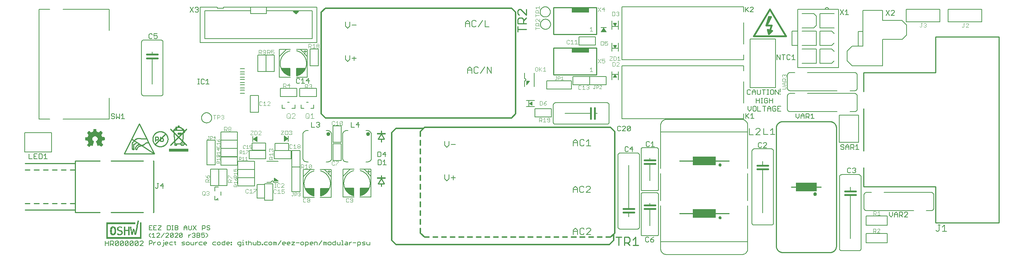
<source format=gto>
G75*
%MOIN*%
%OFA0B0*%
%FSLAX25Y25*%
%IPPOS*%
%LPD*%
%AMOC8*
5,1,8,0,0,1.08239X$1,22.5*
%
%ADD10R,0.01485X0.00015*%
%ADD11R,0.00045X0.00015*%
%ADD12R,0.00105X0.00015*%
%ADD13R,0.00165X0.00015*%
%ADD14R,0.00225X0.00015*%
%ADD15R,0.00285X0.00015*%
%ADD16R,0.00345X0.00015*%
%ADD17R,0.00405X0.00015*%
%ADD18R,0.00435X0.00015*%
%ADD19R,0.00465X0.00015*%
%ADD20R,0.00495X0.00015*%
%ADD21R,0.00540X0.00015*%
%ADD22R,0.00585X0.00015*%
%ADD23R,0.00645X0.00015*%
%ADD24R,0.00150X0.00015*%
%ADD25R,0.00675X0.00015*%
%ADD26R,0.00195X0.00015*%
%ADD27R,0.00705X0.00015*%
%ADD28R,0.00240X0.00015*%
%ADD29R,0.00735X0.00015*%
%ADD30R,0.00270X0.00015*%
%ADD31R,0.00765X0.00015*%
%ADD32R,0.00300X0.00015*%
%ADD33R,0.00810X0.00015*%
%ADD34R,0.00360X0.00015*%
%ADD35R,0.00855X0.00015*%
%ADD36R,0.00435X0.00015*%
%ADD37R,0.00915X0.00015*%
%ADD38R,0.00465X0.00015*%
%ADD39R,0.00945X0.00015*%
%ADD40R,0.00960X0.00015*%
%ADD41R,0.00525X0.00015*%
%ADD42R,0.00990X0.00015*%
%ADD43R,0.00555X0.00015*%
%ADD44R,0.01035X0.00015*%
%ADD45R,0.00600X0.00015*%
%ADD46R,0.01080X0.00015*%
%ADD47R,0.01125X0.00015*%
%ADD48R,0.01170X0.00015*%
%ADD49R,0.00720X0.00015*%
%ADD50R,0.01200X0.00015*%
%ADD51R,0.00750X0.00015*%
%ADD52R,0.01230X0.00015*%
%ADD53R,0.00780X0.00015*%
%ADD54R,0.01260X0.00015*%
%ADD55R,0.00810X0.00015*%
%ADD56R,0.01305X0.00015*%
%ADD57R,0.01365X0.00015*%
%ADD58R,0.00900X0.00015*%
%ADD59R,0.01395X0.00015*%
%ADD60R,0.01440X0.00015*%
%ADD61R,0.01470X0.00015*%
%ADD62R,0.01005X0.00015*%
%ADD63R,0.01500X0.00015*%
%ADD64R,0.01020X0.00015*%
%ADD65R,0.01530X0.00015*%
%ADD66R,0.01065X0.00015*%
%ADD67R,0.01575X0.00015*%
%ADD68R,0.01095X0.00015*%
%ADD69R,0.01635X0.00015*%
%ADD70R,0.01155X0.00015*%
%ADD71R,0.01680X0.00015*%
%ADD72R,0.01200X0.00015*%
%ADD73R,0.01710X0.00015*%
%ADD74R,0.01230X0.00015*%
%ADD75R,0.01725X0.00015*%
%ADD76R,0.01245X0.00015*%
%ADD77R,0.01755X0.00015*%
%ADD78R,0.01275X0.00015*%
%ADD79R,0.01800X0.00015*%
%ADD80R,0.01320X0.00015*%
%ADD81R,0.01860X0.00015*%
%ADD82R,0.01905X0.00015*%
%ADD83R,0.01410X0.00015*%
%ADD84R,0.01935X0.00015*%
%ADD85R,0.01455X0.00015*%
%ADD86R,0.01965X0.00015*%
%ADD87R,0.01485X0.00015*%
%ADD88R,0.01995X0.00015*%
%ADD89R,0.01515X0.00015*%
%ADD90R,0.02040X0.00015*%
%ADD91R,0.01530X0.00015*%
%ADD92R,0.02070X0.00015*%
%ADD93R,0.01575X0.00015*%
%ADD94R,0.02115X0.00015*%
%ADD95R,0.01620X0.00015*%
%ADD96R,0.02160X0.00015*%
%ADD97R,0.01665X0.00015*%
%ADD98R,0.02190X0.00015*%
%ADD99R,0.00075X0.00015*%
%ADD100R,0.01695X0.00015*%
%ADD101R,0.02220X0.00015*%
%ADD102R,0.00105X0.00015*%
%ADD103R,0.02235X0.00015*%
%ADD104R,0.00135X0.00015*%
%ADD105R,0.01755X0.00015*%
%ADD106R,0.02280X0.00015*%
%ADD107R,0.00180X0.00015*%
%ADD108R,0.01785X0.00015*%
%ADD109R,0.02340X0.00015*%
%ADD110R,0.00240X0.00015*%
%ADD111R,0.01830X0.00015*%
%ADD112R,0.02385X0.00015*%
%ADD113R,0.01890X0.00015*%
%ADD114R,0.02415X0.00015*%
%ADD115R,0.00330X0.00015*%
%ADD116R,0.00120X0.00015*%
%ADD117R,0.01920X0.00015*%
%ADD118R,0.02430X0.00015*%
%ADD119R,0.00375X0.00015*%
%ADD120R,0.02460X0.00015*%
%ADD121R,0.00405X0.00015*%
%ADD122R,0.00195X0.00015*%
%ADD123R,0.01965X0.00015*%
%ADD124R,0.02505X0.00015*%
%ADD125R,0.00210X0.00015*%
%ADD126R,0.02010X0.00015*%
%ADD127R,0.02535X0.00015*%
%ADD128R,0.00480X0.00015*%
%ADD129R,0.02580X0.00015*%
%ADD130R,0.00540X0.00015*%
%ADD131R,0.02085X0.00015*%
%ADD132R,0.02625X0.00015*%
%ADD133R,0.02130X0.00015*%
%ADD134R,0.02670X0.00015*%
%ADD135R,0.00630X0.00015*%
%ADD136R,0.02700X0.00015*%
%ADD137R,0.00660X0.00015*%
%ADD138R,0.00450X0.00015*%
%ADD139R,0.02190X0.00015*%
%ADD140R,0.02715X0.00015*%
%ADD141R,0.02205X0.00015*%
%ADD142R,0.02745X0.00015*%
%ADD143R,0.00510X0.00015*%
%ADD144R,0.02235X0.00015*%
%ADD145R,0.02775X0.00015*%
%ADD146R,0.02820X0.00015*%
%ADD147R,0.02310X0.00015*%
%ADD148R,0.02880X0.00015*%
%ADD149R,0.00855X0.00015*%
%ADD150R,0.02355X0.00015*%
%ADD151R,0.02895X0.00015*%
%ADD152R,0.00870X0.00015*%
%ADD153R,0.00660X0.00015*%
%ADD154R,0.02925X0.00015*%
%ADD155R,0.00690X0.00015*%
%ADD156R,0.02970X0.00015*%
%ADD157R,0.03000X0.00015*%
%ADD158R,0.00750X0.00015*%
%ADD159R,0.03045X0.00015*%
%ADD160R,0.01005X0.00015*%
%ADD161R,0.00780X0.00015*%
%ADD162R,0.02505X0.00015*%
%ADD163R,0.03090X0.00015*%
%ADD164R,0.01050X0.00015*%
%ADD165R,0.00825X0.00015*%
%ADD166R,0.02550X0.00015*%
%ADD167R,0.03135X0.00015*%
%ADD168R,0.01095X0.00015*%
%ADD169R,0.00870X0.00015*%
%ADD170R,0.03165X0.00015*%
%ADD171R,0.01125X0.00015*%
%ADD172R,0.02625X0.00015*%
%ADD173R,0.03195X0.00015*%
%ADD174R,0.01140X0.00015*%
%ADD175R,0.00930X0.00015*%
%ADD176R,0.02655X0.00015*%
%ADD177R,0.03210X0.00015*%
%ADD178R,0.00960X0.00015*%
%ADD179R,0.03240X0.00015*%
%ADD180R,0.02700X0.00015*%
%ADD181R,0.03285X0.00015*%
%ADD182R,0.01245X0.00015*%
%ADD183R,0.02745X0.00015*%
%ADD184R,0.03330X0.00015*%
%ADD185R,0.02790X0.00015*%
%ADD186R,0.03360X0.00015*%
%ADD187R,0.01110X0.00015*%
%ADD188R,0.02835X0.00015*%
%ADD189R,0.03390X0.00015*%
%ADD190R,0.01335X0.00015*%
%ADD191R,0.01140X0.00015*%
%ADD192R,0.02865X0.00015*%
%ADD193R,0.03420X0.00015*%
%ADD194R,0.01155X0.00015*%
%ADD195R,0.04905X0.00015*%
%ADD196R,0.04920X0.00015*%
%ADD197R,0.02940X0.00015*%
%ADD198R,0.04950X0.00015*%
%ADD199R,0.02985X0.00015*%
%ADD200R,0.04965X0.00015*%
%ADD201R,0.01275X0.00015*%
%ADD202R,0.03015X0.00015*%
%ADD203R,0.04980X0.00015*%
%ADD204R,0.03045X0.00015*%
%ADD205R,0.05010X0.00015*%
%ADD206R,0.01335X0.00015*%
%ADD207R,0.03075X0.00015*%
%ADD208R,0.01350X0.00015*%
%ADD209R,0.03105X0.00015*%
%ADD210R,0.05040X0.00015*%
%ADD211R,0.01380X0.00015*%
%ADD212R,0.05040X0.00015*%
%ADD213R,0.01410X0.00015*%
%ADD214R,0.03180X0.00015*%
%ADD215R,0.05070X0.00015*%
%ADD216R,0.03225X0.00015*%
%ADD217R,0.03255X0.00015*%
%ADD218R,0.05085X0.00015*%
%ADD219R,0.01515X0.00015*%
%ADD220R,0.03300X0.00015*%
%ADD221R,0.05100X0.00015*%
%ADD222R,0.04935X0.00015*%
%ADD223R,0.05115X0.00015*%
%ADD224R,0.04995X0.00015*%
%ADD225R,0.05130X0.00015*%
%ADD226R,0.05010X0.00015*%
%ADD227R,0.05130X0.00015*%
%ADD228R,0.05010X0.00015*%
%ADD229R,0.05025X0.00015*%
%ADD230R,0.05040X0.00015*%
%ADD231R,0.05055X0.00015*%
%ADD232R,0.05130X0.00015*%
%ADD233R,0.05085X0.00015*%
%ADD234R,0.05115X0.00015*%
%ADD235R,0.05145X0.00015*%
%ADD236R,0.05160X0.00015*%
%ADD237R,0.05130X0.00015*%
%ADD238R,0.05190X0.00015*%
%ADD239R,0.05190X0.00015*%
%ADD240R,0.05205X0.00015*%
%ADD241R,0.05220X0.00015*%
%ADD242R,0.05070X0.00015*%
%ADD243R,0.05085X0.00015*%
%ADD244R,0.05205X0.00015*%
%ADD245R,0.05220X0.00015*%
%ADD246R,0.05055X0.00015*%
%ADD247R,0.05025X0.00015*%
%ADD248R,0.05205X0.00015*%
%ADD249R,0.05025X0.00015*%
%ADD250R,0.05190X0.00015*%
%ADD251R,0.05190X0.00015*%
%ADD252R,0.04995X0.00015*%
%ADD253R,0.05175X0.00015*%
%ADD254R,0.04950X0.00015*%
%ADD255R,0.05145X0.00015*%
%ADD256R,0.05145X0.00015*%
%ADD257R,0.04920X0.00015*%
%ADD258R,0.04905X0.00015*%
%ADD259R,0.04905X0.00015*%
%ADD260R,0.05115X0.00015*%
%ADD261R,0.04890X0.00015*%
%ADD262R,0.04890X0.00015*%
%ADD263R,0.04875X0.00015*%
%ADD264R,0.04845X0.00015*%
%ADD265R,0.04830X0.00015*%
%ADD266R,0.04830X0.00015*%
%ADD267R,0.05070X0.00015*%
%ADD268R,0.04830X0.00015*%
%ADD269R,0.04815X0.00015*%
%ADD270R,0.04800X0.00015*%
%ADD271R,0.04800X0.00015*%
%ADD272R,0.05010X0.00015*%
%ADD273R,0.04785X0.00015*%
%ADD274R,0.04770X0.00015*%
%ADD275R,0.04770X0.00015*%
%ADD276R,0.04755X0.00015*%
%ADD277R,0.04740X0.00015*%
%ADD278R,0.04725X0.00015*%
%ADD279R,0.04725X0.00015*%
%ADD280R,0.04980X0.00015*%
%ADD281R,0.04710X0.00015*%
%ADD282R,0.04725X0.00015*%
%ADD283R,0.04710X0.00015*%
%ADD284R,0.04695X0.00015*%
%ADD285R,0.04680X0.00015*%
%ADD286R,0.04695X0.00015*%
%ADD287R,0.04680X0.00015*%
%ADD288R,0.04905X0.00015*%
%ADD289R,0.04665X0.00015*%
%ADD290R,0.04650X0.00015*%
%ADD291R,0.04635X0.00015*%
%ADD292R,0.04620X0.00015*%
%ADD293R,0.04620X0.00015*%
%ADD294R,0.04890X0.00015*%
%ADD295R,0.04605X0.00015*%
%ADD296R,0.04605X0.00015*%
%ADD297R,0.04590X0.00015*%
%ADD298R,0.04845X0.00015*%
%ADD299R,0.04575X0.00015*%
%ADD300R,0.04590X0.00015*%
%ADD301R,0.04575X0.00015*%
%ADD302R,0.04845X0.00015*%
%ADD303R,0.04560X0.00015*%
%ADD304R,0.04545X0.00015*%
%ADD305R,0.04530X0.00015*%
%ADD306R,0.04515X0.00015*%
%ADD307R,0.04530X0.00015*%
%ADD308R,0.04500X0.00015*%
%ADD309R,0.04515X0.00015*%
%ADD310R,0.04785X0.00015*%
%ADD311R,0.04485X0.00015*%
%ADD312R,0.04755X0.00015*%
%ADD313R,0.04470X0.00015*%
%ADD314R,0.04740X0.00015*%
%ADD315R,0.04485X0.00015*%
%ADD316R,0.04755X0.00015*%
%ADD317R,0.04545X0.00015*%
%ADD318R,0.04695X0.00015*%
%ADD319R,0.04680X0.00015*%
%ADD320R,0.04665X0.00015*%
%ADD321R,0.04725X0.00015*%
%ADD322R,0.04680X0.00015*%
%ADD323R,0.04860X0.00015*%
%ADD324R,0.04740X0.00015*%
%ADD325R,0.04875X0.00015*%
%ADD326R,0.04965X0.00015*%
%ADD327R,0.04860X0.00015*%
%ADD328R,0.04995X0.00015*%
%ADD329R,0.04875X0.00015*%
%ADD330R,0.04980X0.00015*%
%ADD331R,0.05235X0.00015*%
%ADD332R,0.05235X0.00015*%
%ADD333R,0.05250X0.00015*%
%ADD334R,0.05280X0.00015*%
%ADD335R,0.05295X0.00015*%
%ADD336R,0.05325X0.00015*%
%ADD337R,0.05340X0.00015*%
%ADD338R,0.05235X0.00015*%
%ADD339R,0.05355X0.00015*%
%ADD340R,0.05370X0.00015*%
%ADD341R,0.05265X0.00015*%
%ADD342R,0.05370X0.00015*%
%ADD343R,0.05280X0.00015*%
%ADD344R,0.05385X0.00015*%
%ADD345R,0.05295X0.00015*%
%ADD346R,0.05400X0.00015*%
%ADD347R,0.05415X0.00015*%
%ADD348R,0.05310X0.00015*%
%ADD349R,0.05430X0.00015*%
%ADD350R,0.05445X0.00015*%
%ADD351R,0.05460X0.00015*%
%ADD352R,0.05355X0.00015*%
%ADD353R,0.05475X0.00015*%
%ADD354R,0.05505X0.00015*%
%ADD355R,0.05520X0.00015*%
%ADD356R,0.05535X0.00015*%
%ADD357R,0.05550X0.00015*%
%ADD358R,0.05550X0.00015*%
%ADD359R,0.05475X0.00015*%
%ADD360R,0.05490X0.00015*%
%ADD361R,0.05475X0.00015*%
%ADD362R,0.05385X0.00015*%
%ADD363R,0.05370X0.00015*%
%ADD364R,0.05325X0.00015*%
%ADD365R,0.05310X0.00015*%
%ADD366R,0.05265X0.00015*%
%ADD367R,0.05175X0.00015*%
%ADD368R,0.04980X0.00015*%
%ADD369R,0.04965X0.00015*%
%ADD370R,0.04860X0.00015*%
%ADD371R,0.04845X0.00015*%
%ADD372R,0.04815X0.00015*%
%ADD373R,0.04770X0.00015*%
%ADD374R,0.05295X0.00015*%
%ADD375R,0.04635X0.00015*%
%ADD376R,0.05610X0.00015*%
%ADD377R,0.05700X0.00015*%
%ADD378R,0.05760X0.00015*%
%ADD379R,0.05805X0.00015*%
%ADD380R,0.05850X0.00015*%
%ADD381R,0.05895X0.00015*%
%ADD382R,0.06000X0.00015*%
%ADD383R,0.06135X0.00015*%
%ADD384R,0.06225X0.00015*%
%ADD385R,0.06300X0.00015*%
%ADD386R,0.06330X0.00015*%
%ADD387R,0.06375X0.00015*%
%ADD388R,0.06450X0.00015*%
%ADD389R,0.06570X0.00015*%
%ADD390R,0.05565X0.00015*%
%ADD391R,0.06690X0.00015*%
%ADD392R,0.06735X0.00015*%
%ADD393R,0.05790X0.00015*%
%ADD394R,0.06765X0.00015*%
%ADD395R,0.05850X0.00015*%
%ADD396R,0.06780X0.00015*%
%ADD397R,0.05895X0.00015*%
%ADD398R,0.06795X0.00015*%
%ADD399R,0.05955X0.00015*%
%ADD400R,0.06810X0.00015*%
%ADD401R,0.06060X0.00015*%
%ADD402R,0.06195X0.00015*%
%ADD403R,0.06825X0.00015*%
%ADD404R,0.06330X0.00015*%
%ADD405R,0.06840X0.00015*%
%ADD406R,0.06390X0.00015*%
%ADD407R,0.06495X0.00015*%
%ADD408R,0.06840X0.00015*%
%ADD409R,0.06555X0.00015*%
%ADD410R,0.06825X0.00015*%
%ADD411R,0.06645X0.00015*%
%ADD412R,0.06825X0.00015*%
%ADD413R,0.06705X0.00015*%
%ADD414R,0.06705X0.00015*%
%ADD415R,0.06810X0.00015*%
%ADD416R,0.06720X0.00015*%
%ADD417R,0.06795X0.00015*%
%ADD418R,0.06750X0.00015*%
%ADD419R,0.06765X0.00015*%
%ADD420R,0.06795X0.00015*%
%ADD421R,0.06780X0.00015*%
%ADD422R,0.06780X0.00015*%
%ADD423R,0.06750X0.00015*%
%ADD424R,0.06720X0.00015*%
%ADD425R,0.06720X0.00015*%
%ADD426R,0.06705X0.00015*%
%ADD427R,0.06705X0.00015*%
%ADD428R,0.06690X0.00015*%
%ADD429R,0.06675X0.00015*%
%ADD430R,0.06690X0.00015*%
%ADD431R,0.06675X0.00015*%
%ADD432R,0.06675X0.00015*%
%ADD433R,0.06660X0.00015*%
%ADD434R,0.06675X0.00015*%
%ADD435R,0.06660X0.00015*%
%ADD436R,0.06660X0.00015*%
%ADD437R,0.06645X0.00015*%
%ADD438R,0.06630X0.00015*%
%ADD439R,0.06660X0.00015*%
%ADD440R,0.06630X0.00015*%
%ADD441R,0.06645X0.00015*%
%ADD442R,0.06735X0.00015*%
%ADD443R,0.06765X0.00015*%
%ADD444R,0.06780X0.00015*%
%ADD445R,0.06825X0.00015*%
%ADD446R,0.06855X0.00015*%
%ADD447R,0.06855X0.00015*%
%ADD448R,0.06870X0.00015*%
%ADD449R,0.06885X0.00015*%
%ADD450R,0.06525X0.00015*%
%ADD451R,0.06405X0.00015*%
%ADD452R,0.06255X0.00015*%
%ADD453R,0.06165X0.00015*%
%ADD454R,0.06870X0.00015*%
%ADD455R,0.06120X0.00015*%
%ADD456R,0.06885X0.00015*%
%ADD457R,0.06060X0.00015*%
%ADD458R,0.06015X0.00015*%
%ADD459R,0.05910X0.00015*%
%ADD460R,0.05670X0.00015*%
%ADD461R,0.05595X0.00015*%
%ADD462R,0.06585X0.00015*%
%ADD463R,0.05160X0.00015*%
%ADD464R,0.06390X0.00015*%
%ADD465R,0.05025X0.00015*%
%ADD466R,0.06330X0.00015*%
%ADD467R,0.06075X0.00015*%
%ADD468R,0.05820X0.00015*%
%ADD469R,0.05775X0.00015*%
%ADD470R,0.05685X0.00015*%
%ADD471R,0.05460X0.00015*%
%ADD472R,0.04860X0.00015*%
%ADD473R,0.04935X0.00015*%
%ADD474R,0.05160X0.00015*%
%ADD475R,0.05325X0.00015*%
%ADD476R,0.05340X0.00015*%
%ADD477R,0.05355X0.00015*%
%ADD478R,0.05430X0.00015*%
%ADD479R,0.05535X0.00015*%
%ADD480R,0.05595X0.00015*%
%ADD481R,0.05640X0.00015*%
%ADD482R,0.05640X0.00015*%
%ADD483R,0.05670X0.00015*%
%ADD484R,0.05685X0.00015*%
%ADD485R,0.05700X0.00015*%
%ADD486R,0.05715X0.00015*%
%ADD487R,0.05715X0.00015*%
%ADD488R,0.05730X0.00015*%
%ADD489R,0.05745X0.00015*%
%ADD490R,0.05760X0.00015*%
%ADD491R,0.06000X0.00015*%
%ADD492R,0.06105X0.00015*%
%ADD493R,0.06180X0.00015*%
%ADD494R,0.06210X0.00015*%
%ADD495R,0.12690X0.00015*%
%ADD496R,0.12675X0.00015*%
%ADD497R,0.12660X0.00015*%
%ADD498R,0.12660X0.00015*%
%ADD499R,0.12645X0.00015*%
%ADD500R,0.12615X0.00015*%
%ADD501R,0.12600X0.00015*%
%ADD502R,0.12585X0.00015*%
%ADD503R,0.12555X0.00015*%
%ADD504R,0.12540X0.00015*%
%ADD505R,0.12525X0.00015*%
%ADD506R,0.12510X0.00015*%
%ADD507R,0.12510X0.00015*%
%ADD508R,0.12480X0.00015*%
%ADD509R,0.12450X0.00015*%
%ADD510R,0.12435X0.00015*%
%ADD511R,0.12420X0.00015*%
%ADD512R,0.12390X0.00015*%
%ADD513R,0.12375X0.00015*%
%ADD514R,0.12360X0.00015*%
%ADD515R,0.12330X0.00015*%
%ADD516R,0.12300X0.00015*%
%ADD517R,0.12285X0.00015*%
%ADD518R,0.12270X0.00015*%
%ADD519R,0.12255X0.00015*%
%ADD520R,0.12240X0.00015*%
%ADD521R,0.12225X0.00015*%
%ADD522R,0.12195X0.00015*%
%ADD523R,0.12165X0.00015*%
%ADD524R,0.12150X0.00015*%
%ADD525R,0.12135X0.00015*%
%ADD526R,0.12120X0.00015*%
%ADD527R,0.12090X0.00015*%
%ADD528R,0.12075X0.00015*%
%ADD529R,0.12060X0.00015*%
%ADD530R,0.12045X0.00015*%
%ADD531R,0.12015X0.00015*%
%ADD532R,0.12000X0.00015*%
%ADD533R,0.11985X0.00015*%
%ADD534R,0.11955X0.00015*%
%ADD535R,0.11940X0.00015*%
%ADD536R,0.11925X0.00015*%
%ADD537R,0.11910X0.00015*%
%ADD538R,0.11910X0.00015*%
%ADD539R,0.11880X0.00015*%
%ADD540R,0.11850X0.00015*%
%ADD541R,0.11835X0.00015*%
%ADD542R,0.11805X0.00015*%
%ADD543R,0.11775X0.00015*%
%ADD544R,0.11760X0.00015*%
%ADD545R,0.11745X0.00015*%
%ADD546R,0.11730X0.00015*%
%ADD547R,0.11700X0.00015*%
%ADD548R,0.11700X0.00015*%
%ADD549R,0.11685X0.00015*%
%ADD550R,0.11655X0.00015*%
%ADD551R,0.11640X0.00015*%
%ADD552R,0.11625X0.00015*%
%ADD553R,0.11625X0.00015*%
%ADD554R,0.11670X0.00015*%
%ADD555R,0.11715X0.00015*%
%ADD556R,0.11790X0.00015*%
%ADD557R,0.11820X0.00015*%
%ADD558R,0.11820X0.00015*%
%ADD559R,0.11880X0.00015*%
%ADD560R,0.11895X0.00015*%
%ADD561R,0.11970X0.00015*%
%ADD562R,0.12045X0.00015*%
%ADD563R,0.12075X0.00015*%
%ADD564R,0.12105X0.00015*%
%ADD565R,0.12135X0.00015*%
%ADD566R,0.12165X0.00015*%
%ADD567R,0.12180X0.00015*%
%ADD568R,0.12195X0.00015*%
%ADD569R,0.12210X0.00015*%
%ADD570R,0.12225X0.00015*%
%ADD571R,0.12255X0.00015*%
%ADD572R,0.12360X0.00015*%
%ADD573R,0.12390X0.00015*%
%ADD574R,0.12405X0.00015*%
%ADD575R,0.12435X0.00015*%
%ADD576R,0.12480X0.00015*%
%ADD577R,0.12480X0.00015*%
%ADD578R,0.12510X0.00015*%
%ADD579R,0.12570X0.00015*%
%ADD580R,0.12630X0.00015*%
%ADD581R,0.12675X0.00015*%
%ADD582R,0.12705X0.00015*%
%ADD583R,0.12735X0.00015*%
%ADD584R,0.12750X0.00015*%
%ADD585R,0.12780X0.00015*%
%ADD586R,0.12795X0.00015*%
%ADD587R,0.12810X0.00015*%
%ADD588R,0.12840X0.00015*%
%ADD589R,0.12855X0.00015*%
%ADD590R,0.12885X0.00015*%
%ADD591R,0.12900X0.00015*%
%ADD592R,0.12915X0.00015*%
%ADD593R,0.12945X0.00015*%
%ADD594R,0.12960X0.00015*%
%ADD595R,0.12990X0.00015*%
%ADD596R,0.13005X0.00015*%
%ADD597R,0.13020X0.00015*%
%ADD598R,0.13035X0.00015*%
%ADD599R,0.13065X0.00015*%
%ADD600R,0.13080X0.00015*%
%ADD601R,0.13110X0.00015*%
%ADD602R,0.13125X0.00015*%
%ADD603R,0.13155X0.00015*%
%ADD604R,0.13170X0.00015*%
%ADD605R,0.13200X0.00015*%
%ADD606R,0.13230X0.00015*%
%ADD607R,0.13260X0.00015*%
%ADD608R,0.13290X0.00015*%
%ADD609R,0.13320X0.00015*%
%ADD610R,0.13350X0.00015*%
%ADD611R,0.13365X0.00015*%
%ADD612R,0.13395X0.00015*%
%ADD613R,0.13425X0.00015*%
%ADD614R,0.13455X0.00015*%
%ADD615R,0.13470X0.00015*%
%ADD616R,0.13500X0.00015*%
%ADD617R,0.13530X0.00015*%
%ADD618R,0.13560X0.00015*%
%ADD619R,0.13575X0.00015*%
%ADD620R,0.13605X0.00015*%
%ADD621R,0.13635X0.00015*%
%ADD622R,0.13650X0.00015*%
%ADD623R,0.13680X0.00015*%
%ADD624R,0.13695X0.00015*%
%ADD625R,0.13725X0.00015*%
%ADD626R,0.13740X0.00015*%
%ADD627R,0.13770X0.00015*%
%ADD628R,0.13785X0.00015*%
%ADD629R,0.13800X0.00015*%
%ADD630R,0.13830X0.00015*%
%ADD631R,0.13860X0.00015*%
%ADD632R,0.13875X0.00015*%
%ADD633R,0.13905X0.00015*%
%ADD634R,0.13935X0.00015*%
%ADD635R,0.13950X0.00015*%
%ADD636R,0.13980X0.00015*%
%ADD637R,0.14010X0.00015*%
%ADD638R,0.14025X0.00015*%
%ADD639R,0.14055X0.00015*%
%ADD640R,0.14070X0.00015*%
%ADD641R,0.14085X0.00015*%
%ADD642R,0.14115X0.00015*%
%ADD643R,0.14145X0.00015*%
%ADD644R,0.14160X0.00015*%
%ADD645R,0.14190X0.00015*%
%ADD646R,0.14205X0.00015*%
%ADD647R,0.14220X0.00015*%
%ADD648R,0.14235X0.00015*%
%ADD649R,0.14265X0.00015*%
%ADD650R,0.14280X0.00015*%
%ADD651R,0.14295X0.00015*%
%ADD652R,0.14295X0.00015*%
%ADD653R,0.14250X0.00015*%
%ADD654R,0.14205X0.00015*%
%ADD655R,0.14175X0.00015*%
%ADD656R,0.14160X0.00015*%
%ADD657R,0.14130X0.00015*%
%ADD658R,0.14100X0.00015*%
%ADD659R,0.14040X0.00015*%
%ADD660R,0.14010X0.00015*%
%ADD661R,0.03465X0.00015*%
%ADD662R,0.10440X0.00015*%
%ADD663R,0.03420X0.00015*%
%ADD664R,0.10395X0.00015*%
%ADD665R,0.03375X0.00015*%
%ADD666R,0.10335X0.00015*%
%ADD667R,0.03570X0.00015*%
%ADD668R,0.06600X0.00015*%
%ADD669R,0.03525X0.00015*%
%ADD670R,0.03270X0.00015*%
%ADD671R,0.03495X0.00015*%
%ADD672R,0.03210X0.00015*%
%ADD673R,0.06480X0.00015*%
%ADD674R,0.03435X0.00015*%
%ADD675R,0.03165X0.00015*%
%ADD676R,0.03390X0.00015*%
%ADD677R,0.03120X0.00015*%
%ADD678R,0.06315X0.00015*%
%ADD679R,0.03345X0.00015*%
%ADD680R,0.03090X0.00015*%
%ADD681R,0.03075X0.00015*%
%ADD682R,0.06225X0.00015*%
%ADD683R,0.03270X0.00015*%
%ADD684R,0.06180X0.00015*%
%ADD685R,0.02970X0.00015*%
%ADD686R,0.06075X0.00015*%
%ADD687R,0.03195X0.00015*%
%ADD688R,0.02925X0.00015*%
%ADD689R,0.05985X0.00015*%
%ADD690R,0.03135X0.00015*%
%ADD691R,0.02850X0.00015*%
%ADD692R,0.05835X0.00015*%
%ADD693R,0.03030X0.00015*%
%ADD694R,0.02805X0.00015*%
%ADD695R,0.02730X0.00015*%
%ADD696R,0.05625X0.00015*%
%ADD697R,0.02925X0.00015*%
%ADD698R,0.02640X0.00015*%
%ADD699R,0.02595X0.00015*%
%ADD700R,0.02565X0.00015*%
%ADD701R,0.02760X0.00015*%
%ADD702R,0.02520X0.00015*%
%ADD703R,0.02730X0.00015*%
%ADD704R,0.02475X0.00015*%
%ADD705R,0.02685X0.00015*%
%ADD706R,0.02445X0.00015*%
%ADD707R,0.02400X0.00015*%
%ADD708R,0.02370X0.00015*%
%ADD709R,0.02565X0.00015*%
%ADD710R,0.02340X0.00015*%
%ADD711R,0.02325X0.00015*%
%ADD712R,0.02505X0.00015*%
%ADD713R,0.02280X0.00015*%
%ADD714R,0.02460X0.00015*%
%ADD715R,0.04560X0.00015*%
%ADD716R,0.02190X0.00015*%
%ADD717R,0.04440X0.00015*%
%ADD718R,0.02370X0.00015*%
%ADD719R,0.02145X0.00015*%
%ADD720R,0.04365X0.00015*%
%ADD721R,0.04320X0.00015*%
%ADD722R,0.02310X0.00015*%
%ADD723R,0.02100X0.00015*%
%ADD724R,0.04260X0.00015*%
%ADD725R,0.04200X0.00015*%
%ADD726R,0.02265X0.00015*%
%ADD727R,0.02040X0.00015*%
%ADD728R,0.04095X0.00015*%
%ADD729R,0.02220X0.00015*%
%ADD730R,0.03915X0.00015*%
%ADD731R,0.02175X0.00015*%
%ADD732R,0.03765X0.00015*%
%ADD733R,0.03675X0.00015*%
%ADD734R,0.01890X0.00015*%
%ADD735R,0.03615X0.00015*%
%ADD736R,0.02055X0.00015*%
%ADD737R,0.01860X0.00015*%
%ADD738R,0.03555X0.00015*%
%ADD739R,0.01815X0.00015*%
%ADD740R,0.03450X0.00015*%
%ADD741R,0.01725X0.00015*%
%ADD742R,0.03315X0.00015*%
%ADD743R,0.01905X0.00015*%
%ADD744R,0.01680X0.00015*%
%ADD745R,0.01650X0.00015*%
%ADD746R,0.01620X0.00015*%
%ADD747R,0.01590X0.00015*%
%ADD748R,0.01770X0.00015*%
%ADD749R,0.01560X0.00015*%
%ADD750R,0.03240X0.00015*%
%ADD751R,0.01740X0.00015*%
%ADD752R,0.01665X0.00015*%
%ADD753R,0.01455X0.00015*%
%ADD754R,0.01635X0.00015*%
%ADD755R,0.01410X0.00015*%
%ADD756R,0.01395X0.00015*%
%ADD757R,0.01365X0.00015*%
%ADD758R,0.01335X0.00015*%
%ADD759R,0.01290X0.00015*%
%ADD760R,0.03210X0.00015*%
%ADD761R,0.01455X0.00015*%
%ADD762R,0.01185X0.00015*%
%ADD763R,0.01290X0.00015*%
%ADD764R,0.01110X0.00015*%
%ADD765R,0.01260X0.00015*%
%ADD766R,0.03180X0.00015*%
%ADD767R,0.00975X0.00015*%
%ADD768R,0.03150X0.00015*%
%ADD769R,0.00885X0.00015*%
%ADD770R,0.03150X0.00015*%
%ADD771R,0.01050X0.00015*%
%ADD772R,0.00795X0.00015*%
%ADD773R,0.00885X0.00015*%
%ADD774R,0.00690X0.00015*%
%ADD775R,0.00840X0.00015*%
%ADD776R,0.00570X0.00015*%
%ADD777R,0.00525X0.00015*%
%ADD778R,0.03105X0.00015*%
%ADD779R,0.00660X0.00015*%
%ADD780R,0.00615X0.00015*%
%ADD781R,0.00420X0.00015*%
%ADD782R,0.00555X0.00015*%
%ADD783R,0.00390X0.00015*%
%ADD784R,0.00525X0.00015*%
%ADD785R,0.00360X0.00015*%
%ADD786R,0.00495X0.00015*%
%ADD787R,0.03075X0.00015*%
%ADD788R,0.00450X0.00015*%
%ADD789R,0.00225X0.00015*%
%ADD790R,0.00345X0.00015*%
%ADD791R,0.00255X0.00015*%
%ADD792R,0.03060X0.00015*%
%ADD793R,0.00180X0.00015*%
%ADD794R,0.00075X0.00015*%
%ADD795R,0.03000X0.00015*%
%ADD796R,0.02955X0.00015*%
%ADD797R,0.02940X0.00015*%
%ADD798R,0.02940X0.00015*%
%ADD799R,0.02910X0.00015*%
%ADD800R,0.02910X0.00015*%
%ADD801R,0.02865X0.00015*%
%ADD802R,0.02805X0.00015*%
%ADD803R,0.02775X0.00015*%
%ADD804R,0.02760X0.00015*%
%ADD805R,0.02655X0.00015*%
%ADD806R,0.02640X0.00015*%
%ADD807R,0.02610X0.00015*%
%ADD808R,0.02595X0.00015*%
%ADD809R,0.02535X0.00015*%
%ADD810R,0.02475X0.00015*%
%ADD811R,0.02175X0.00015*%
%ADD812R,0.01575X0.00015*%
%ADD813C,0.00500*%
%ADD814C,0.01600*%
%ADD815C,0.01000*%
%ADD816C,0.00600*%
%ADD817C,0.00400*%
%ADD818C,0.00700*%
%ADD819C,0.00300*%
%ADD820R,0.16000X0.04000*%
%ADD821C,0.00800*%
%ADD822R,0.18000X0.03000*%
%ADD823R,0.00787X0.05512*%
%ADD824C,0.01200*%
%ADD825C,0.00900*%
%ADD826R,0.05512X0.00787*%
%ADD827R,0.32700X0.00300*%
%ADD828R,0.01500X0.00300*%
%ADD829R,0.02700X0.00300*%
%ADD830R,0.03000X0.00300*%
%ADD831R,0.03600X0.00300*%
%ADD832R,0.04200X0.00300*%
%ADD833R,0.04800X0.00300*%
%ADD834R,0.04500X0.00300*%
%ADD835R,0.02100X0.00300*%
%ADD836R,0.01800X0.00300*%
%ADD837R,0.01200X0.00300*%
%ADD838R,0.00600X0.00300*%
%ADD839R,0.00900X0.00300*%
%ADD840R,0.02400X0.00300*%
%ADD841R,0.03300X0.00300*%
%ADD842R,0.05400X0.00300*%
%ADD843R,0.03900X0.00300*%
%ADD844R,0.27000X0.00300*%
%ADD845R,0.21654X0.07874*%
%ADD846C,0.01378*%
%ADD847C,0.01500*%
%ADD848R,0.19685X0.07874*%
%ADD849R,0.08268X0.01181*%
D10*
X0161189Y0165965D03*
D11*
X0158299Y0160255D03*
X0166504Y0161125D03*
X0169684Y0160420D03*
D12*
X0158299Y0160270D03*
D13*
X0158299Y0160285D03*
D14*
X0158299Y0160300D03*
D15*
X0158299Y0160315D03*
X0158389Y0174700D03*
D16*
X0158299Y0160330D03*
X0166549Y0161215D03*
D17*
X0166564Y0161230D03*
X0158299Y0160345D03*
D18*
X0158299Y0160360D03*
D19*
X0158299Y0160375D03*
D20*
X0158299Y0160390D03*
X0169684Y0160555D03*
D21*
X0158307Y0160405D03*
D22*
X0158314Y0160420D03*
X0161329Y0161230D03*
X0166639Y0161320D03*
D23*
X0166654Y0161335D03*
X0169669Y0160615D03*
X0158314Y0160435D03*
D24*
X0166497Y0161155D03*
X0169691Y0160435D03*
D25*
X0169669Y0160630D03*
X0161299Y0161275D03*
X0158314Y0160450D03*
D26*
X0169684Y0160450D03*
D27*
X0166684Y0161380D03*
X0161284Y0161290D03*
X0158314Y0160465D03*
D28*
X0169692Y0160465D03*
D29*
X0158314Y0160480D03*
D30*
X0166527Y0161200D03*
X0169692Y0160480D03*
D31*
X0161269Y0161305D03*
X0158314Y0160495D03*
D32*
X0161427Y0161125D03*
X0169692Y0160495D03*
X0169316Y0174745D03*
D33*
X0158322Y0160510D03*
D34*
X0169692Y0160510D03*
D35*
X0169654Y0160705D03*
X0158329Y0160525D03*
D36*
X0161389Y0161185D03*
X0166579Y0161245D03*
X0169684Y0160525D03*
D37*
X0166744Y0161455D03*
X0161209Y0161380D03*
X0158329Y0160540D03*
X0158419Y0174445D03*
D38*
X0158404Y0174625D03*
X0169684Y0160540D03*
D39*
X0169654Y0160735D03*
X0161194Y0161395D03*
X0158329Y0160555D03*
X0169294Y0174505D03*
X0163714Y0176620D03*
D40*
X0158336Y0160570D03*
D41*
X0169684Y0160570D03*
D42*
X0169647Y0160750D03*
X0166767Y0161500D03*
X0158337Y0160585D03*
X0169287Y0174490D03*
D43*
X0169684Y0160585D03*
D44*
X0158344Y0160600D03*
D45*
X0169677Y0160600D03*
X0158412Y0174580D03*
D46*
X0169287Y0174445D03*
X0166797Y0161530D03*
X0158337Y0160615D03*
D47*
X0158344Y0160630D03*
D48*
X0158351Y0160645D03*
X0161127Y0161485D03*
X0166827Y0161590D03*
X0169272Y0174415D03*
D49*
X0169302Y0174595D03*
X0169661Y0160645D03*
D50*
X0158351Y0160660D03*
D51*
X0169661Y0160660D03*
D52*
X0158351Y0160675D03*
X0158442Y0174325D03*
X0169272Y0174400D03*
D53*
X0169302Y0174565D03*
X0169661Y0160675D03*
D54*
X0158352Y0160690D03*
D55*
X0161247Y0161320D03*
X0169661Y0160690D03*
X0169302Y0174550D03*
D56*
X0166879Y0161650D03*
X0158359Y0160705D03*
D57*
X0158359Y0160720D03*
X0161059Y0161575D03*
X0169624Y0160915D03*
D58*
X0169647Y0160720D03*
X0161216Y0161365D03*
D59*
X0158359Y0160735D03*
D60*
X0158367Y0160750D03*
D61*
X0158367Y0160765D03*
X0166917Y0161740D03*
D62*
X0169639Y0160765D03*
D63*
X0158366Y0160780D03*
X0158457Y0174220D03*
X0169257Y0174295D03*
D64*
X0169287Y0174475D03*
X0158426Y0174415D03*
X0169647Y0160780D03*
D65*
X0158367Y0160795D03*
D66*
X0169639Y0160795D03*
D67*
X0158374Y0160810D03*
D68*
X0169639Y0160810D03*
D69*
X0158374Y0160825D03*
D70*
X0169639Y0160825D03*
D71*
X0158382Y0160840D03*
D72*
X0161127Y0161500D03*
X0166842Y0161605D03*
X0169632Y0160840D03*
D73*
X0158382Y0160855D03*
D74*
X0169632Y0160855D03*
D75*
X0169594Y0161065D03*
X0158389Y0160870D03*
D76*
X0169624Y0160870D03*
D77*
X0158389Y0160885D03*
D78*
X0161089Y0161530D03*
X0169624Y0160885D03*
D79*
X0158382Y0160900D03*
X0169242Y0174175D03*
D80*
X0169272Y0174355D03*
X0169617Y0160900D03*
X0161082Y0161545D03*
D81*
X0158397Y0160915D03*
D82*
X0158404Y0160930D03*
X0158479Y0174055D03*
D83*
X0169617Y0160930D03*
D84*
X0169579Y0161155D03*
X0158404Y0160945D03*
X0158479Y0174040D03*
X0163894Y0176590D03*
D85*
X0166909Y0161725D03*
X0169609Y0160945D03*
D86*
X0158404Y0160960D03*
D87*
X0169609Y0160960D03*
D88*
X0158404Y0160975D03*
X0158479Y0174025D03*
D89*
X0169609Y0160975D03*
D90*
X0169572Y0161200D03*
X0158412Y0160990D03*
X0169227Y0174085D03*
D91*
X0169257Y0174280D03*
X0169601Y0160990D03*
D92*
X0158412Y0161005D03*
X0158486Y0173995D03*
D93*
X0169609Y0161005D03*
D94*
X0158419Y0161020D03*
D95*
X0169602Y0161020D03*
D96*
X0169557Y0161245D03*
X0158427Y0161035D03*
D97*
X0169594Y0161035D03*
D98*
X0158427Y0161050D03*
D99*
X0161479Y0161050D03*
D100*
X0169594Y0161050D03*
D101*
X0158426Y0161065D03*
D102*
X0161479Y0161065D03*
D103*
X0158434Y0161080D03*
X0158494Y0173920D03*
X0163909Y0176545D03*
D104*
X0161479Y0161080D03*
D105*
X0169594Y0161080D03*
D106*
X0169542Y0161305D03*
X0158442Y0161095D03*
D107*
X0161457Y0161095D03*
D108*
X0169594Y0161095D03*
X0158464Y0174115D03*
D109*
X0158442Y0161110D03*
D110*
X0161442Y0161110D03*
D111*
X0169586Y0161110D03*
X0169242Y0174160D03*
D112*
X0169534Y0161350D03*
X0158449Y0161125D03*
D113*
X0169587Y0161125D03*
D114*
X0169534Y0161365D03*
X0158449Y0161140D03*
X0169189Y0173920D03*
D115*
X0158397Y0174685D03*
X0161412Y0161140D03*
D116*
X0166497Y0161140D03*
X0158397Y0174730D03*
D117*
X0169587Y0161140D03*
D118*
X0169527Y0161380D03*
X0158457Y0161155D03*
X0163901Y0176470D03*
D119*
X0161404Y0161155D03*
D120*
X0158457Y0161170D03*
X0169527Y0161395D03*
D121*
X0161404Y0161170D03*
D122*
X0166504Y0161170D03*
D123*
X0169579Y0161170D03*
X0169234Y0174115D03*
D124*
X0158464Y0161185D03*
D125*
X0166511Y0161185D03*
D126*
X0169572Y0161185D03*
X0169227Y0174100D03*
D127*
X0169174Y0173875D03*
X0163894Y0176215D03*
X0163894Y0176230D03*
X0163894Y0176245D03*
X0163894Y0176275D03*
X0158464Y0161200D03*
D128*
X0161382Y0161200D03*
X0166587Y0161275D03*
X0169317Y0174685D03*
D129*
X0169167Y0173845D03*
X0163902Y0176140D03*
X0169511Y0161440D03*
X0158472Y0161215D03*
D130*
X0161352Y0161215D03*
X0166617Y0161305D03*
D131*
X0169564Y0161215D03*
X0169219Y0174055D03*
D132*
X0158479Y0161230D03*
D133*
X0169557Y0161230D03*
X0169212Y0174040D03*
X0158486Y0173965D03*
D134*
X0158547Y0173725D03*
X0163886Y0175930D03*
X0163886Y0175945D03*
X0169497Y0161485D03*
X0158486Y0161245D03*
D135*
X0161322Y0161245D03*
X0158412Y0174565D03*
D136*
X0163886Y0175810D03*
X0158486Y0161260D03*
D137*
X0161307Y0161260D03*
D138*
X0166587Y0161260D03*
D139*
X0169557Y0161260D03*
D140*
X0158494Y0161275D03*
X0163894Y0175705D03*
X0163894Y0175720D03*
X0163894Y0175735D03*
X0163894Y0175750D03*
X0163894Y0175765D03*
D141*
X0169549Y0161275D03*
D142*
X0158494Y0161290D03*
X0163894Y0175630D03*
D143*
X0166602Y0161290D03*
D144*
X0169549Y0161290D03*
D145*
X0158494Y0161305D03*
X0158554Y0173695D03*
X0169144Y0173770D03*
D146*
X0163887Y0175465D03*
X0163887Y0175480D03*
X0158561Y0173665D03*
X0158502Y0161320D03*
D147*
X0169542Y0161320D03*
D148*
X0169482Y0161575D03*
X0158502Y0161335D03*
X0158561Y0173635D03*
X0163887Y0175255D03*
X0163887Y0175270D03*
X0163887Y0175285D03*
X0163887Y0175300D03*
X0163887Y0175315D03*
X0163887Y0175330D03*
X0163887Y0175345D03*
X0169137Y0173725D03*
D149*
X0161224Y0161335D03*
D150*
X0169534Y0161335D03*
D151*
X0169474Y0161590D03*
X0158509Y0161350D03*
D152*
X0161217Y0161350D03*
D153*
X0166662Y0161350D03*
X0158412Y0174550D03*
D154*
X0158509Y0161365D03*
D155*
X0166677Y0161365D03*
D156*
X0158517Y0161380D03*
D157*
X0158516Y0161395D03*
X0163872Y0174895D03*
X0163872Y0174925D03*
X0163872Y0174940D03*
X0169122Y0173680D03*
D158*
X0169302Y0174580D03*
X0158411Y0174520D03*
X0166691Y0161395D03*
D159*
X0158524Y0161410D03*
D160*
X0161179Y0161410D03*
D161*
X0166707Y0161410D03*
D162*
X0169519Y0161410D03*
D163*
X0158532Y0161425D03*
X0163887Y0174655D03*
X0163887Y0174670D03*
X0163887Y0174685D03*
D164*
X0158426Y0174400D03*
X0161157Y0161425D03*
X0166782Y0161515D03*
D165*
X0166729Y0161425D03*
X0158419Y0174490D03*
D166*
X0163902Y0176200D03*
X0169511Y0161425D03*
D167*
X0169444Y0161695D03*
X0158539Y0161440D03*
X0163879Y0174490D03*
X0163879Y0174505D03*
X0163879Y0174520D03*
X0163879Y0174535D03*
X0163879Y0174550D03*
D168*
X0161149Y0161440D03*
D169*
X0166736Y0161440D03*
X0158412Y0174475D03*
D170*
X0163864Y0174430D03*
X0163864Y0174415D03*
X0158539Y0161455D03*
D171*
X0161149Y0161455D03*
X0158434Y0174370D03*
X0169279Y0174430D03*
D172*
X0169159Y0173830D03*
X0163894Y0176035D03*
X0163894Y0176050D03*
X0163894Y0176065D03*
X0158539Y0173755D03*
X0169504Y0161455D03*
D173*
X0158539Y0161470D03*
D174*
X0161142Y0161470D03*
D175*
X0166751Y0161470D03*
D176*
X0169504Y0161470D03*
X0163894Y0175975D03*
X0163894Y0175990D03*
X0163894Y0176005D03*
D177*
X0158547Y0161485D03*
D178*
X0166752Y0161485D03*
D179*
X0158547Y0161500D03*
D180*
X0169497Y0161500D03*
X0163886Y0175780D03*
X0163886Y0175795D03*
X0163886Y0175825D03*
X0163886Y0175840D03*
D181*
X0163879Y0174145D03*
X0158554Y0161515D03*
D182*
X0161104Y0161515D03*
X0166849Y0161620D03*
D183*
X0169489Y0161515D03*
D184*
X0158562Y0161530D03*
X0158607Y0173440D03*
D185*
X0163887Y0175525D03*
X0163887Y0175540D03*
X0169482Y0161530D03*
D186*
X0158562Y0161545D03*
X0163886Y0174115D03*
D187*
X0166811Y0161545D03*
D188*
X0169474Y0161545D03*
X0169144Y0173740D03*
X0163879Y0175435D03*
X0163879Y0175450D03*
D189*
X0158561Y0161560D03*
D190*
X0161074Y0161560D03*
D191*
X0166812Y0161560D03*
D192*
X0169474Y0161560D03*
X0163879Y0175360D03*
D193*
X0158561Y0161575D03*
D194*
X0166819Y0161575D03*
X0158434Y0174355D03*
D195*
X0159469Y0165985D03*
X0159709Y0165715D03*
X0159679Y0162640D03*
X0159289Y0161590D03*
X0168004Y0163330D03*
X0168019Y0163300D03*
X0168619Y0161770D03*
D196*
X0168102Y0163150D03*
X0168087Y0163180D03*
X0168087Y0163195D03*
X0168072Y0163225D03*
X0168026Y0165655D03*
X0168011Y0169420D03*
X0167997Y0169435D03*
X0167982Y0169450D03*
X0159461Y0169090D03*
X0159717Y0165700D03*
X0159732Y0165685D03*
X0159626Y0162565D03*
X0159611Y0162535D03*
X0159597Y0162505D03*
X0159282Y0161605D03*
D197*
X0169467Y0161605D03*
D198*
X0168626Y0161800D03*
X0168117Y0163120D03*
X0167591Y0164515D03*
X0160257Y0164350D03*
X0160257Y0164335D03*
X0159761Y0165640D03*
X0159747Y0165655D03*
X0159582Y0162475D03*
X0159282Y0161620D03*
X0159807Y0169465D03*
X0167967Y0169480D03*
D199*
X0163879Y0174955D03*
X0169459Y0161620D03*
D200*
X0168634Y0161815D03*
X0168139Y0163090D03*
X0168124Y0163105D03*
X0167584Y0164530D03*
X0159424Y0166000D03*
X0159814Y0169480D03*
X0159829Y0169495D03*
X0167944Y0169495D03*
X0159559Y0162445D03*
X0159559Y0162430D03*
X0159274Y0161635D03*
D201*
X0166864Y0161635D03*
D202*
X0169444Y0161635D03*
X0158584Y0173590D03*
D203*
X0159432Y0169075D03*
X0159776Y0165625D03*
X0159552Y0162415D03*
X0159537Y0162385D03*
X0159267Y0161650D03*
X0168147Y0163075D03*
X0168161Y0163045D03*
X0168161Y0163030D03*
X0168176Y0163015D03*
D204*
X0169444Y0161650D03*
X0169114Y0173650D03*
X0163879Y0174805D03*
X0163879Y0174820D03*
X0163879Y0174835D03*
X0158584Y0173575D03*
D205*
X0159852Y0169540D03*
X0167952Y0165565D03*
X0168252Y0162880D03*
X0159267Y0161680D03*
X0159267Y0161665D03*
D206*
X0166879Y0161665D03*
D207*
X0169444Y0161665D03*
D208*
X0166887Y0161680D03*
X0169272Y0174340D03*
D209*
X0163879Y0174565D03*
X0163879Y0174580D03*
X0163879Y0174595D03*
X0163879Y0174625D03*
X0163879Y0174640D03*
X0169444Y0161680D03*
D210*
X0168282Y0162820D03*
X0168267Y0162835D03*
X0159447Y0162235D03*
X0159447Y0162220D03*
X0159432Y0162205D03*
X0159267Y0161695D03*
X0159867Y0169555D03*
X0159882Y0169570D03*
D211*
X0166887Y0161695D03*
D212*
X0159267Y0161710D03*
D213*
X0166902Y0161710D03*
D214*
X0169437Y0161710D03*
D215*
X0159417Y0162175D03*
X0159267Y0161740D03*
X0159267Y0161725D03*
D216*
X0169429Y0161725D03*
X0169099Y0173590D03*
X0163864Y0174250D03*
X0163864Y0174265D03*
X0163864Y0174280D03*
X0163864Y0174295D03*
D217*
X0163864Y0174190D03*
X0158599Y0173485D03*
X0169414Y0161740D03*
D218*
X0159274Y0161755D03*
X0159874Y0165505D03*
D219*
X0166924Y0161755D03*
D220*
X0169407Y0161755D03*
X0169092Y0173545D03*
X0158607Y0173455D03*
D221*
X0167832Y0169630D03*
X0167892Y0165475D03*
X0167592Y0164695D03*
X0167592Y0164680D03*
X0167592Y0164665D03*
X0167592Y0164650D03*
X0168386Y0162640D03*
X0168386Y0162625D03*
X0168401Y0162595D03*
X0160242Y0164545D03*
X0159882Y0165490D03*
X0159386Y0162115D03*
X0159386Y0162100D03*
X0159372Y0162085D03*
X0159372Y0162070D03*
X0159266Y0161785D03*
X0159266Y0161770D03*
D222*
X0159589Y0162490D03*
X0159604Y0162520D03*
X0159619Y0162550D03*
X0159739Y0165670D03*
X0167584Y0164500D03*
X0168004Y0165625D03*
X0168019Y0165640D03*
X0168094Y0163165D03*
X0168109Y0163135D03*
X0168619Y0161785D03*
X0168079Y0169375D03*
X0167974Y0169465D03*
X0163879Y0173845D03*
D223*
X0159274Y0161830D03*
X0159274Y0161815D03*
X0159274Y0161800D03*
D224*
X0160249Y0164395D03*
X0160249Y0164425D03*
X0168184Y0163000D03*
X0168199Y0162985D03*
X0168214Y0162970D03*
X0168214Y0162955D03*
X0168634Y0161830D03*
D225*
X0168432Y0162535D03*
X0168417Y0162550D03*
X0159282Y0161905D03*
X0159282Y0161890D03*
X0159282Y0161875D03*
X0159282Y0161845D03*
X0167817Y0169645D03*
D226*
X0159807Y0165595D03*
X0160242Y0164455D03*
X0160242Y0164440D03*
X0159522Y0162340D03*
X0159507Y0162325D03*
X0168222Y0162940D03*
X0168642Y0161845D03*
D227*
X0159282Y0161860D03*
D228*
X0167592Y0164560D03*
X0168642Y0161860D03*
D229*
X0168649Y0161875D03*
X0160249Y0164470D03*
X0159829Y0165550D03*
X0159829Y0165565D03*
X0159814Y0165580D03*
X0159484Y0162295D03*
X0167899Y0169555D03*
X0167914Y0169540D03*
X0163879Y0173830D03*
D230*
X0167892Y0169570D03*
X0167936Y0165535D03*
X0167922Y0165520D03*
X0167592Y0164590D03*
X0167592Y0164575D03*
X0168642Y0161890D03*
X0160242Y0164485D03*
X0160242Y0164500D03*
X0159477Y0162280D03*
X0159462Y0162265D03*
D231*
X0168304Y0162775D03*
X0168319Y0162745D03*
X0168334Y0162730D03*
X0168649Y0161905D03*
X0159844Y0165535D03*
X0167869Y0169600D03*
X0167884Y0169585D03*
X0168184Y0169330D03*
D232*
X0159942Y0169630D03*
X0159912Y0165445D03*
X0160242Y0164575D03*
X0159342Y0162025D03*
X0159312Y0161980D03*
X0159297Y0161950D03*
X0159297Y0161935D03*
X0159297Y0161920D03*
X0167592Y0164725D03*
X0167592Y0164740D03*
D233*
X0167899Y0165490D03*
X0168589Y0166225D03*
X0167854Y0169615D03*
X0159919Y0169615D03*
X0159349Y0169045D03*
X0168364Y0162685D03*
X0168364Y0162670D03*
X0168379Y0162655D03*
X0168664Y0161920D03*
X0159394Y0162130D03*
D234*
X0159364Y0162055D03*
X0159349Y0162040D03*
X0168409Y0162565D03*
X0168409Y0162580D03*
X0168664Y0161950D03*
X0168664Y0161935D03*
X0167869Y0165445D03*
X0159889Y0165475D03*
D235*
X0159919Y0165430D03*
X0159319Y0161995D03*
X0159304Y0161965D03*
X0167599Y0164755D03*
X0167854Y0165430D03*
X0168454Y0162505D03*
X0168469Y0162475D03*
X0168484Y0162445D03*
X0168499Y0162430D03*
X0168664Y0161965D03*
X0167794Y0169675D03*
X0167779Y0169690D03*
X0163879Y0173815D03*
X0159964Y0169645D03*
D236*
X0159986Y0169675D03*
X0160242Y0164605D03*
X0160242Y0164590D03*
X0167592Y0164770D03*
X0168462Y0162490D03*
X0168507Y0162415D03*
X0168657Y0161995D03*
X0168657Y0161980D03*
D237*
X0160242Y0164560D03*
X0159897Y0165460D03*
X0167801Y0169660D03*
X0159327Y0162010D03*
D238*
X0168657Y0162010D03*
D239*
X0168657Y0162025D03*
X0168657Y0162040D03*
X0160242Y0164635D03*
X0160242Y0164650D03*
X0159942Y0165415D03*
D240*
X0160234Y0164680D03*
X0160234Y0164665D03*
X0167599Y0164800D03*
X0168649Y0166240D03*
X0168649Y0162100D03*
X0168649Y0162085D03*
X0168649Y0162070D03*
X0168649Y0162055D03*
D241*
X0168642Y0162115D03*
X0168642Y0162130D03*
X0168642Y0162145D03*
X0167592Y0164815D03*
X0160242Y0164695D03*
X0159957Y0165400D03*
X0167742Y0169720D03*
D242*
X0167907Y0165505D03*
X0167592Y0164635D03*
X0167592Y0164620D03*
X0167592Y0164605D03*
X0168297Y0162790D03*
X0168342Y0162715D03*
X0168357Y0162700D03*
X0160242Y0164515D03*
X0160242Y0164530D03*
X0159357Y0166015D03*
X0159897Y0169600D03*
X0159401Y0162145D03*
D243*
X0159409Y0162160D03*
D244*
X0168634Y0162160D03*
D245*
X0168626Y0162175D03*
X0168626Y0162190D03*
X0168611Y0162205D03*
X0168611Y0162220D03*
X0168597Y0162235D03*
X0168582Y0162250D03*
X0168567Y0162280D03*
X0167802Y0165385D03*
X0167817Y0165400D03*
X0160032Y0169720D03*
D246*
X0159889Y0169585D03*
X0159859Y0165520D03*
X0168289Y0162805D03*
X0159424Y0162190D03*
D247*
X0159454Y0162250D03*
X0168244Y0162895D03*
X0168259Y0162865D03*
X0168259Y0162850D03*
X0167944Y0165550D03*
D248*
X0168544Y0162325D03*
X0168559Y0162295D03*
X0168574Y0162265D03*
D249*
X0159499Y0162310D03*
D250*
X0168552Y0162310D03*
D251*
X0168537Y0162340D03*
X0168537Y0162355D03*
X0159282Y0166030D03*
X0160017Y0169705D03*
X0168267Y0169315D03*
D252*
X0168139Y0169345D03*
X0167929Y0169525D03*
X0167974Y0165595D03*
X0167959Y0165580D03*
X0168229Y0162925D03*
X0159544Y0162400D03*
X0159529Y0162370D03*
X0159529Y0162355D03*
X0159844Y0169525D03*
D253*
X0167764Y0169705D03*
X0167599Y0164785D03*
X0168514Y0162400D03*
X0168529Y0162385D03*
X0168529Y0162370D03*
X0160234Y0164620D03*
D254*
X0159582Y0162460D03*
X0168507Y0166210D03*
X0168102Y0169360D03*
D255*
X0168484Y0162460D03*
D256*
X0168439Y0162520D03*
D257*
X0167592Y0164470D03*
X0167592Y0164485D03*
X0168042Y0165670D03*
X0160257Y0164320D03*
X0159642Y0162580D03*
X0159792Y0169435D03*
D258*
X0159784Y0169420D03*
X0168034Y0169405D03*
X0168049Y0169390D03*
X0168064Y0165700D03*
X0168049Y0165685D03*
X0167584Y0164455D03*
X0167584Y0164440D03*
X0168034Y0163285D03*
X0168034Y0163270D03*
X0168049Y0163255D03*
X0168064Y0163240D03*
X0160264Y0164305D03*
X0159649Y0162595D03*
D259*
X0159664Y0162610D03*
D260*
X0167599Y0164710D03*
X0167884Y0165460D03*
X0168394Y0162610D03*
D261*
X0167592Y0164425D03*
X0168072Y0165715D03*
X0159672Y0162625D03*
D262*
X0159687Y0162655D03*
X0159687Y0162670D03*
X0159702Y0162700D03*
X0159702Y0165730D03*
X0159761Y0169405D03*
X0167982Y0163375D03*
X0167997Y0163345D03*
X0168011Y0163315D03*
D263*
X0167974Y0163390D03*
X0167974Y0163405D03*
X0159709Y0162715D03*
X0159694Y0162685D03*
X0159694Y0165745D03*
X0159754Y0169390D03*
D264*
X0159724Y0169345D03*
X0159724Y0162730D03*
X0167959Y0163420D03*
D265*
X0168117Y0165775D03*
X0159732Y0162745D03*
X0159717Y0169330D03*
D266*
X0159732Y0162760D03*
D267*
X0168312Y0162760D03*
D268*
X0167951Y0163435D03*
X0167936Y0163465D03*
X0167922Y0163495D03*
X0167907Y0163525D03*
X0167892Y0163540D03*
X0167577Y0164365D03*
X0168447Y0166195D03*
X0160257Y0164230D03*
X0160257Y0164215D03*
X0159762Y0162820D03*
X0159747Y0162790D03*
X0159747Y0162775D03*
X0159657Y0165805D03*
X0159522Y0165955D03*
X0159701Y0169315D03*
X0163886Y0173875D03*
D269*
X0159649Y0165820D03*
X0159799Y0162865D03*
X0159784Y0162850D03*
X0159769Y0162835D03*
X0159754Y0162805D03*
X0167569Y0164335D03*
X0167569Y0164350D03*
X0167854Y0163600D03*
X0167869Y0163585D03*
X0167869Y0163570D03*
X0167884Y0163555D03*
D270*
X0167847Y0163615D03*
X0167847Y0163630D03*
X0168132Y0165805D03*
X0168132Y0165820D03*
X0160257Y0164200D03*
X0160257Y0164185D03*
X0159836Y0162940D03*
X0159822Y0162895D03*
X0159807Y0162880D03*
X0159642Y0165835D03*
X0159627Y0165865D03*
X0159551Y0165940D03*
X0159672Y0169285D03*
X0159686Y0169300D03*
D271*
X0159822Y0162910D03*
X0167832Y0163660D03*
D272*
X0168237Y0162910D03*
D273*
X0167839Y0163645D03*
X0167569Y0164320D03*
X0168139Y0165835D03*
X0168154Y0165850D03*
X0168154Y0165865D03*
X0160264Y0164170D03*
X0159844Y0162970D03*
X0159844Y0162955D03*
X0159829Y0162925D03*
X0159634Y0165850D03*
X0159619Y0165880D03*
X0159649Y0169240D03*
X0159664Y0169255D03*
X0159664Y0169270D03*
D274*
X0159642Y0169225D03*
X0159612Y0165895D03*
X0160272Y0164155D03*
X0159851Y0162985D03*
X0167577Y0164305D03*
X0168162Y0165880D03*
X0163886Y0173890D03*
D275*
X0167817Y0163705D03*
X0159867Y0163000D03*
D276*
X0159874Y0163015D03*
X0168409Y0166180D03*
X0159574Y0169120D03*
D277*
X0159882Y0163030D03*
D278*
X0159889Y0163045D03*
X0159904Y0163075D03*
X0167704Y0163870D03*
X0167704Y0163885D03*
X0159604Y0169150D03*
X0159589Y0169135D03*
D279*
X0159904Y0163060D03*
D280*
X0168147Y0163060D03*
X0167937Y0169510D03*
X0159837Y0169510D03*
D281*
X0160287Y0164095D03*
X0159911Y0163090D03*
X0167682Y0163945D03*
X0167697Y0163915D03*
X0167697Y0163900D03*
D282*
X0167719Y0163855D03*
X0168184Y0165925D03*
X0159919Y0163105D03*
D283*
X0159927Y0163120D03*
X0159942Y0163135D03*
X0167577Y0164230D03*
X0167577Y0164245D03*
X0168192Y0165940D03*
X0168207Y0165955D03*
X0168207Y0165970D03*
X0168372Y0166165D03*
D284*
X0168214Y0165985D03*
X0159964Y0163165D03*
X0159949Y0163150D03*
D285*
X0159972Y0163180D03*
X0159987Y0163225D03*
X0160002Y0163240D03*
X0160287Y0164035D03*
X0160287Y0164050D03*
X0160287Y0164065D03*
X0167576Y0164155D03*
X0167576Y0164185D03*
X0167576Y0164200D03*
X0167637Y0164020D03*
X0167667Y0163975D03*
X0168222Y0166000D03*
D286*
X0167569Y0164215D03*
X0167659Y0163990D03*
X0167689Y0163930D03*
X0160279Y0164080D03*
X0159979Y0163195D03*
X0163894Y0173905D03*
D287*
X0159987Y0163210D03*
D288*
X0168079Y0163210D03*
D289*
X0167644Y0164005D03*
X0167629Y0164035D03*
X0167614Y0164050D03*
X0167584Y0164125D03*
X0167584Y0164140D03*
X0167569Y0164170D03*
X0168229Y0166015D03*
X0168244Y0166030D03*
X0160009Y0163270D03*
X0160009Y0163255D03*
D290*
X0160017Y0163285D03*
X0160287Y0164005D03*
X0160287Y0164020D03*
X0168252Y0166045D03*
X0168267Y0166075D03*
X0168282Y0166090D03*
X0168297Y0166105D03*
X0168311Y0166120D03*
X0168326Y0166135D03*
D291*
X0160039Y0163315D03*
X0160024Y0163300D03*
D292*
X0160047Y0163330D03*
X0160047Y0163345D03*
X0160061Y0163375D03*
X0160287Y0163990D03*
D293*
X0160061Y0163360D03*
D294*
X0167997Y0163360D03*
D295*
X0160069Y0163390D03*
D296*
X0160084Y0163405D03*
X0160099Y0163420D03*
D297*
X0160107Y0163435D03*
X0160122Y0163450D03*
X0160122Y0163465D03*
D298*
X0160264Y0164245D03*
X0159664Y0165790D03*
X0159514Y0169105D03*
X0167929Y0163480D03*
X0167944Y0163450D03*
D299*
X0160129Y0163480D03*
D300*
X0160137Y0163495D03*
X0160287Y0163975D03*
D301*
X0160294Y0163960D03*
X0160144Y0163510D03*
D302*
X0167914Y0163510D03*
D303*
X0160167Y0163540D03*
X0160152Y0163525D03*
D304*
X0160174Y0163555D03*
D305*
X0160182Y0163570D03*
X0160182Y0163585D03*
D306*
X0160189Y0163600D03*
X0160204Y0163630D03*
X0160294Y0163885D03*
X0160294Y0163900D03*
D307*
X0160301Y0163915D03*
X0160197Y0163615D03*
D308*
X0160212Y0163645D03*
X0160227Y0163675D03*
X0160242Y0163690D03*
X0160301Y0163855D03*
X0160301Y0163870D03*
D309*
X0160219Y0163660D03*
D310*
X0159574Y0165925D03*
X0167824Y0163690D03*
X0167824Y0163675D03*
D311*
X0160294Y0163795D03*
X0160294Y0163825D03*
X0160294Y0163840D03*
X0160279Y0163765D03*
X0160279Y0163750D03*
X0160264Y0163720D03*
X0160249Y0163705D03*
D312*
X0167569Y0164290D03*
X0167734Y0163825D03*
X0167764Y0163780D03*
X0167779Y0163750D03*
X0167794Y0163735D03*
X0167794Y0163720D03*
X0168169Y0165895D03*
X0159634Y0169195D03*
X0159619Y0169180D03*
D313*
X0160286Y0163780D03*
X0160272Y0163735D03*
D314*
X0160272Y0164125D03*
X0160272Y0164140D03*
X0167577Y0164275D03*
X0167727Y0163840D03*
X0167757Y0163795D03*
X0167772Y0163765D03*
X0159612Y0169165D03*
D315*
X0160294Y0163810D03*
D316*
X0167749Y0163810D03*
D317*
X0160294Y0163930D03*
X0160294Y0163945D03*
D318*
X0167674Y0163960D03*
D319*
X0167607Y0164065D03*
D320*
X0167599Y0164080D03*
X0167599Y0164095D03*
X0168349Y0166150D03*
D321*
X0160279Y0164110D03*
D322*
X0167592Y0164110D03*
D323*
X0160257Y0164260D03*
X0159686Y0165760D03*
D324*
X0167577Y0164260D03*
X0168177Y0165910D03*
D325*
X0167584Y0164395D03*
X0160264Y0164290D03*
X0160264Y0164275D03*
D326*
X0160249Y0164365D03*
X0160249Y0164380D03*
D327*
X0159672Y0165775D03*
X0159507Y0165970D03*
X0167577Y0164380D03*
X0168086Y0165730D03*
D328*
X0160249Y0164410D03*
D329*
X0167584Y0164410D03*
X0163879Y0173860D03*
D330*
X0167592Y0164545D03*
D331*
X0160234Y0164710D03*
D332*
X0160234Y0164725D03*
X0163879Y0173800D03*
D333*
X0159237Y0166045D03*
X0159972Y0165385D03*
X0160226Y0164740D03*
X0167591Y0164845D03*
X0167787Y0165370D03*
D334*
X0160226Y0164770D03*
X0160226Y0164755D03*
X0160002Y0165355D03*
X0160076Y0169750D03*
X0167711Y0169750D03*
D335*
X0167689Y0169765D03*
X0163879Y0173785D03*
X0160009Y0165340D03*
X0160219Y0164785D03*
D336*
X0160219Y0164800D03*
X0160219Y0164815D03*
X0167599Y0164965D03*
X0167599Y0164980D03*
X0168379Y0169285D03*
X0160099Y0169795D03*
D337*
X0160227Y0164830D03*
X0167592Y0164995D03*
D338*
X0167599Y0164830D03*
D339*
X0167599Y0165025D03*
X0168754Y0166285D03*
X0160219Y0164845D03*
X0159169Y0166075D03*
X0163879Y0173770D03*
D340*
X0160227Y0164860D03*
D341*
X0167599Y0164860D03*
D342*
X0167697Y0165295D03*
X0160227Y0164875D03*
X0160077Y0165295D03*
D343*
X0167592Y0164890D03*
X0167592Y0164875D03*
D344*
X0167599Y0165040D03*
X0160234Y0164905D03*
X0160234Y0164890D03*
X0159139Y0166090D03*
X0167629Y0169825D03*
X0163879Y0173755D03*
D345*
X0160084Y0169765D03*
X0167749Y0165325D03*
X0167599Y0164920D03*
X0167599Y0164905D03*
D346*
X0167607Y0165055D03*
X0167651Y0165250D03*
X0160227Y0164920D03*
X0160122Y0165250D03*
X0160107Y0165265D03*
X0160092Y0165280D03*
X0160151Y0169825D03*
D347*
X0159139Y0169000D03*
X0167614Y0169840D03*
X0168439Y0169255D03*
X0167644Y0165235D03*
X0167599Y0165070D03*
X0160234Y0164950D03*
X0160234Y0164935D03*
D348*
X0167592Y0164935D03*
X0167592Y0164950D03*
X0160092Y0169780D03*
X0159207Y0169015D03*
D349*
X0160136Y0165235D03*
X0160227Y0164980D03*
X0160227Y0164965D03*
D350*
X0160219Y0164995D03*
X0167599Y0165085D03*
X0167599Y0165100D03*
X0167629Y0165220D03*
X0168799Y0166300D03*
X0167599Y0169855D03*
X0163879Y0173740D03*
D351*
X0160227Y0165010D03*
D352*
X0160054Y0165310D03*
X0167599Y0165010D03*
D353*
X0167599Y0165115D03*
X0167599Y0165130D03*
X0167599Y0165145D03*
X0167599Y0165175D03*
X0167614Y0165205D03*
X0160219Y0165040D03*
X0160219Y0165025D03*
D354*
X0160219Y0165055D03*
X0160219Y0165070D03*
X0160189Y0165205D03*
X0159094Y0168985D03*
X0160219Y0169885D03*
D355*
X0163887Y0173725D03*
X0167532Y0169900D03*
X0160197Y0165190D03*
X0160211Y0165100D03*
X0160211Y0165085D03*
D356*
X0160219Y0165115D03*
X0160219Y0165130D03*
X0160204Y0165175D03*
D357*
X0160211Y0165145D03*
X0159057Y0168970D03*
D358*
X0160211Y0165160D03*
D359*
X0167599Y0165160D03*
D360*
X0167607Y0165190D03*
D361*
X0160159Y0165220D03*
X0159094Y0166105D03*
X0160189Y0169855D03*
X0160204Y0169870D03*
X0167554Y0169885D03*
D362*
X0167674Y0165265D03*
D363*
X0167682Y0165280D03*
X0168417Y0169270D03*
D364*
X0167719Y0165310D03*
D365*
X0168717Y0166270D03*
X0167682Y0169780D03*
X0160032Y0165325D03*
D366*
X0159994Y0165370D03*
X0167764Y0165340D03*
X0167779Y0165355D03*
X0168694Y0166255D03*
X0168334Y0169300D03*
X0167719Y0169735D03*
X0160054Y0169735D03*
D367*
X0159994Y0169690D03*
X0167839Y0165415D03*
D368*
X0159792Y0165610D03*
D369*
X0167989Y0165610D03*
D370*
X0168102Y0165745D03*
X0159747Y0169375D03*
D371*
X0168109Y0165760D03*
D372*
X0168124Y0165790D03*
D373*
X0159597Y0165910D03*
X0159642Y0169210D03*
D374*
X0159199Y0166060D03*
D375*
X0168259Y0166060D03*
D376*
X0159011Y0166120D03*
D377*
X0158951Y0166135D03*
X0168957Y0166330D03*
D378*
X0158907Y0166150D03*
X0158922Y0168925D03*
X0163886Y0173680D03*
D379*
X0163879Y0173665D03*
X0158869Y0166165D03*
D380*
X0158847Y0166180D03*
X0168732Y0169165D03*
D381*
X0168769Y0169150D03*
X0163879Y0173635D03*
X0158809Y0166195D03*
D382*
X0158757Y0166210D03*
D383*
X0158674Y0166225D03*
X0163879Y0173590D03*
D384*
X0158629Y0166240D03*
D385*
X0158592Y0166255D03*
X0167082Y0170050D03*
X0169032Y0169075D03*
D386*
X0158562Y0166270D03*
D387*
X0158539Y0166285D03*
D388*
X0158487Y0166300D03*
X0169391Y0166465D03*
X0169137Y0169030D03*
D389*
X0163872Y0173470D03*
X0158412Y0166315D03*
D390*
X0167494Y0169915D03*
X0168529Y0169225D03*
X0168874Y0166315D03*
D391*
X0158352Y0166330D03*
X0158082Y0167035D03*
X0158082Y0167050D03*
X0158082Y0167065D03*
X0158082Y0167080D03*
X0158082Y0167095D03*
X0158082Y0167125D03*
X0158082Y0167140D03*
X0158082Y0167155D03*
X0158082Y0167170D03*
X0158082Y0167920D03*
X0158082Y0167935D03*
X0158082Y0167950D03*
X0158097Y0168040D03*
X0158097Y0168055D03*
X0158097Y0168070D03*
X0158097Y0168085D03*
X0158097Y0168100D03*
X0158097Y0168115D03*
X0163887Y0173440D03*
D392*
X0158329Y0168745D03*
X0158119Y0168250D03*
X0158119Y0168235D03*
X0158104Y0166870D03*
X0158104Y0166855D03*
X0158104Y0166840D03*
X0158314Y0166345D03*
X0169594Y0166570D03*
X0169609Y0166585D03*
X0169669Y0166780D03*
X0169669Y0166795D03*
X0169654Y0168295D03*
X0169639Y0168340D03*
D393*
X0169017Y0166345D03*
D394*
X0158284Y0166360D03*
X0158134Y0168310D03*
D395*
X0169047Y0166360D03*
D396*
X0169632Y0166630D03*
X0169632Y0166645D03*
X0169647Y0166675D03*
X0169647Y0166690D03*
X0169647Y0166705D03*
X0169572Y0168580D03*
X0169347Y0168970D03*
X0158276Y0168715D03*
X0158276Y0166375D03*
D397*
X0169084Y0166375D03*
D398*
X0158254Y0166390D03*
X0158179Y0168535D03*
D399*
X0168814Y0169135D03*
X0169114Y0166390D03*
D400*
X0158247Y0166405D03*
X0158232Y0166420D03*
X0158187Y0168550D03*
X0158232Y0168640D03*
X0158247Y0168685D03*
X0158261Y0168700D03*
D401*
X0169167Y0166405D03*
D402*
X0169249Y0166420D03*
X0168949Y0169105D03*
D403*
X0158239Y0168670D03*
X0158239Y0168655D03*
X0158224Y0168625D03*
X0158209Y0168595D03*
X0158209Y0168580D03*
X0158194Y0168565D03*
X0158224Y0166435D03*
D404*
X0169317Y0166435D03*
D405*
X0158217Y0166450D03*
X0158202Y0166465D03*
X0158202Y0166480D03*
D406*
X0169361Y0166450D03*
D407*
X0169429Y0166480D03*
D408*
X0169527Y0168730D03*
X0169392Y0168940D03*
X0158186Y0166495D03*
D409*
X0169474Y0166495D03*
D410*
X0158179Y0166510D03*
D411*
X0169534Y0166510D03*
X0169729Y0167710D03*
X0169714Y0167860D03*
D412*
X0169549Y0168655D03*
X0169549Y0168670D03*
X0169534Y0168700D03*
X0169534Y0168715D03*
X0158179Y0166525D03*
X0158164Y0166540D03*
D413*
X0169564Y0166525D03*
X0169684Y0166855D03*
X0169684Y0166870D03*
X0169684Y0166885D03*
X0169699Y0166930D03*
X0169699Y0166945D03*
X0169699Y0166975D03*
X0169699Y0166990D03*
X0169699Y0167005D03*
X0169684Y0168145D03*
X0169684Y0168175D03*
X0169684Y0168190D03*
D414*
X0169669Y0168220D03*
X0169669Y0168235D03*
X0169669Y0168250D03*
X0169579Y0166540D03*
X0158089Y0166945D03*
X0158089Y0166975D03*
X0158089Y0166990D03*
X0158089Y0167005D03*
X0158089Y0167020D03*
X0158104Y0168130D03*
X0158104Y0168145D03*
X0158104Y0168175D03*
X0158104Y0168190D03*
D415*
X0158172Y0168520D03*
X0158157Y0166585D03*
X0158157Y0166570D03*
X0158157Y0166555D03*
X0169377Y0168955D03*
X0169542Y0168685D03*
X0169557Y0168640D03*
X0169557Y0168625D03*
D416*
X0169661Y0168280D03*
X0169661Y0168265D03*
X0169676Y0166840D03*
X0169676Y0166825D03*
X0169587Y0166555D03*
X0158097Y0166885D03*
X0158097Y0166900D03*
X0158097Y0166915D03*
X0158097Y0166930D03*
X0158111Y0168205D03*
X0158111Y0168220D03*
D417*
X0158164Y0168490D03*
X0158164Y0168505D03*
X0158149Y0166645D03*
X0158149Y0166630D03*
X0158149Y0166615D03*
X0158149Y0166600D03*
X0169564Y0168595D03*
D418*
X0169602Y0168520D03*
X0169602Y0168505D03*
X0169602Y0168490D03*
X0169617Y0168475D03*
X0169617Y0168445D03*
X0169617Y0168430D03*
X0169617Y0168415D03*
X0169632Y0168400D03*
X0169632Y0168385D03*
X0169632Y0168370D03*
X0169632Y0168355D03*
X0169647Y0168325D03*
X0169317Y0168985D03*
X0169661Y0166765D03*
X0169661Y0166750D03*
X0169617Y0166600D03*
X0158126Y0166780D03*
X0158111Y0166825D03*
X0158126Y0168265D03*
X0158126Y0168280D03*
X0158141Y0168325D03*
X0158307Y0168730D03*
D419*
X0158134Y0168295D03*
X0158119Y0166795D03*
X0158134Y0166765D03*
X0158134Y0166750D03*
X0158134Y0166735D03*
X0169624Y0166615D03*
X0169654Y0166720D03*
X0169654Y0166735D03*
X0169594Y0168535D03*
X0169594Y0168550D03*
X0169579Y0168565D03*
D420*
X0169564Y0168610D03*
X0158149Y0166660D03*
D421*
X0169647Y0166660D03*
D422*
X0158142Y0166675D03*
X0158142Y0166690D03*
X0158142Y0166705D03*
X0158142Y0166720D03*
X0158157Y0168415D03*
X0158157Y0168430D03*
X0158157Y0168445D03*
X0158157Y0168475D03*
D423*
X0158111Y0166810D03*
X0169617Y0168460D03*
D424*
X0169676Y0166810D03*
X0158352Y0168760D03*
D425*
X0169692Y0166915D03*
X0169692Y0166900D03*
D426*
X0158089Y0166960D03*
X0158104Y0168160D03*
D427*
X0169684Y0168160D03*
X0169699Y0166960D03*
D428*
X0169707Y0167020D03*
X0169707Y0167035D03*
X0169707Y0167050D03*
X0169707Y0167065D03*
X0169707Y0167080D03*
X0169692Y0168070D03*
X0169692Y0168085D03*
X0169692Y0168100D03*
X0169692Y0168115D03*
X0169692Y0168130D03*
X0169677Y0168205D03*
D429*
X0169699Y0168055D03*
X0169699Y0168040D03*
X0169699Y0168025D03*
X0169699Y0167995D03*
X0169699Y0167980D03*
X0169714Y0167185D03*
X0169714Y0167170D03*
X0169714Y0167155D03*
X0169714Y0167140D03*
X0169714Y0167125D03*
X0169714Y0167095D03*
X0169279Y0169000D03*
D430*
X0158082Y0167110D03*
D431*
X0169714Y0167110D03*
X0169699Y0168010D03*
D432*
X0158374Y0168775D03*
X0158089Y0168025D03*
X0158089Y0167995D03*
X0158089Y0167980D03*
X0158089Y0167965D03*
X0158074Y0167905D03*
X0158074Y0167890D03*
X0158074Y0167875D03*
X0158074Y0167845D03*
X0158074Y0167830D03*
X0158074Y0167815D03*
X0158074Y0167800D03*
X0158074Y0167275D03*
X0158074Y0167245D03*
X0158074Y0167230D03*
X0158074Y0167215D03*
X0158074Y0167200D03*
X0158074Y0167185D03*
D433*
X0169722Y0167200D03*
X0169722Y0167215D03*
X0169722Y0167230D03*
X0169722Y0167245D03*
X0169722Y0167275D03*
X0169722Y0167785D03*
X0169722Y0167800D03*
X0169722Y0167815D03*
X0169707Y0167875D03*
X0169707Y0167890D03*
X0169707Y0167905D03*
X0169707Y0167920D03*
X0169707Y0167935D03*
X0169707Y0167950D03*
X0169707Y0167965D03*
D434*
X0158089Y0168010D03*
X0158074Y0167860D03*
X0158074Y0167260D03*
D435*
X0169722Y0167260D03*
D436*
X0158067Y0167290D03*
X0158067Y0167305D03*
X0158067Y0167320D03*
X0158067Y0167335D03*
X0158067Y0167350D03*
X0158067Y0167365D03*
X0158052Y0167380D03*
X0158052Y0167395D03*
X0158052Y0167425D03*
X0158052Y0167440D03*
X0158052Y0167455D03*
X0158052Y0167470D03*
X0158067Y0167695D03*
X0158067Y0167725D03*
X0158067Y0167740D03*
X0158067Y0167755D03*
X0158067Y0167770D03*
X0158067Y0167785D03*
D437*
X0158044Y0167515D03*
X0158044Y0167500D03*
X0158044Y0167485D03*
X0169714Y0167830D03*
X0169714Y0167845D03*
X0169729Y0167770D03*
X0169729Y0167755D03*
X0169729Y0167740D03*
X0169729Y0167725D03*
X0169729Y0167695D03*
X0169729Y0167680D03*
X0169729Y0167380D03*
X0169729Y0167365D03*
X0169729Y0167350D03*
X0169729Y0167335D03*
X0169729Y0167320D03*
X0169729Y0167305D03*
X0169729Y0167290D03*
D438*
X0169736Y0167395D03*
X0169736Y0167425D03*
X0169736Y0167440D03*
X0169736Y0167455D03*
X0169736Y0167470D03*
X0169736Y0167485D03*
X0169736Y0167500D03*
X0169736Y0167515D03*
X0169736Y0167530D03*
X0169736Y0167545D03*
X0169736Y0167575D03*
X0169736Y0167590D03*
X0169736Y0167605D03*
X0169736Y0167620D03*
X0169736Y0167635D03*
X0169736Y0167650D03*
X0169736Y0167665D03*
X0158412Y0168790D03*
X0158051Y0167590D03*
X0158051Y0167575D03*
X0158051Y0167545D03*
X0158051Y0167530D03*
D439*
X0158052Y0167410D03*
X0158067Y0167710D03*
D440*
X0158051Y0167560D03*
X0169736Y0167560D03*
X0169736Y0167410D03*
D441*
X0158059Y0167605D03*
X0158059Y0167620D03*
X0158059Y0167635D03*
X0158059Y0167650D03*
X0158059Y0167665D03*
X0158059Y0167680D03*
D442*
X0169654Y0168310D03*
D443*
X0158149Y0168340D03*
X0158149Y0168355D03*
X0158149Y0168370D03*
X0158149Y0168385D03*
X0158149Y0168400D03*
D444*
X0158157Y0168460D03*
D445*
X0158224Y0168610D03*
D446*
X0169414Y0168925D03*
X0169519Y0168745D03*
D447*
X0169519Y0168760D03*
X0169429Y0168910D03*
D448*
X0169451Y0168895D03*
X0169497Y0168805D03*
X0169512Y0168775D03*
D449*
X0169504Y0168790D03*
X0169489Y0168820D03*
X0169489Y0168835D03*
D450*
X0163879Y0173485D03*
X0158464Y0168805D03*
D451*
X0158539Y0168820D03*
X0163879Y0173515D03*
D452*
X0163879Y0173545D03*
X0168994Y0169090D03*
X0158614Y0168835D03*
D453*
X0158659Y0168850D03*
D454*
X0169467Y0168880D03*
X0169482Y0168850D03*
D455*
X0158697Y0168865D03*
D456*
X0169474Y0168865D03*
D457*
X0158727Y0168880D03*
D458*
X0158764Y0168895D03*
D459*
X0158832Y0168910D03*
D460*
X0158982Y0168940D03*
D461*
X0159034Y0168955D03*
D462*
X0169219Y0169015D03*
D463*
X0159297Y0169030D03*
D464*
X0169092Y0169045D03*
D465*
X0159394Y0169060D03*
D466*
X0169062Y0169060D03*
D467*
X0168874Y0169120D03*
D468*
X0168702Y0169180D03*
X0167337Y0170005D03*
X0160437Y0170005D03*
D469*
X0168664Y0169195D03*
D470*
X0168604Y0169210D03*
D471*
X0168477Y0169240D03*
X0167577Y0169870D03*
D472*
X0159732Y0169360D03*
D473*
X0159799Y0169450D03*
D474*
X0159972Y0169660D03*
D475*
X0167674Y0169795D03*
D476*
X0160122Y0169810D03*
D477*
X0167659Y0169810D03*
D478*
X0160167Y0169840D03*
D479*
X0160249Y0169900D03*
D480*
X0160279Y0169915D03*
D481*
X0160317Y0169930D03*
D482*
X0167442Y0169930D03*
D483*
X0160347Y0169945D03*
D484*
X0167419Y0169945D03*
D485*
X0160362Y0169960D03*
D486*
X0167404Y0169960D03*
D487*
X0163879Y0173695D03*
X0160384Y0169975D03*
D488*
X0167382Y0169975D03*
D489*
X0160399Y0169990D03*
D490*
X0167367Y0169990D03*
D491*
X0167247Y0170020D03*
X0160527Y0170020D03*
D492*
X0160594Y0170035D03*
D493*
X0167142Y0170035D03*
D494*
X0160647Y0170050D03*
D495*
X0163887Y0170065D03*
D496*
X0163879Y0170080D03*
D497*
X0163886Y0170095D03*
X0163857Y0171895D03*
D498*
X0163886Y0170110D03*
D499*
X0163879Y0170125D03*
D500*
X0163879Y0170140D03*
X0163849Y0171865D03*
D501*
X0163857Y0171850D03*
X0163872Y0170155D03*
D502*
X0163879Y0170170D03*
X0163849Y0171835D03*
D503*
X0163879Y0170200D03*
X0163879Y0170185D03*
D504*
X0163886Y0170215D03*
X0163857Y0171805D03*
D505*
X0163879Y0170230D03*
D506*
X0163887Y0170245D03*
X0163887Y0170275D03*
D507*
X0163887Y0170260D03*
D508*
X0163887Y0170290D03*
X0163887Y0170305D03*
X0163887Y0170320D03*
D509*
X0163887Y0170335D03*
X0163857Y0171745D03*
D510*
X0163879Y0170350D03*
D511*
X0163887Y0170365D03*
D512*
X0163887Y0170380D03*
D513*
X0163879Y0170395D03*
X0163849Y0171685D03*
D514*
X0163886Y0170410D03*
D515*
X0163886Y0170425D03*
X0163886Y0170440D03*
X0163857Y0171655D03*
D516*
X0163857Y0171640D03*
X0163886Y0170485D03*
X0163886Y0170470D03*
X0163886Y0170455D03*
D517*
X0163879Y0170500D03*
X0163849Y0171625D03*
D518*
X0163886Y0170515D03*
D519*
X0163879Y0170530D03*
D520*
X0163886Y0170545D03*
D521*
X0163879Y0170560D03*
D522*
X0163879Y0170575D03*
X0163879Y0170590D03*
D523*
X0163879Y0170605D03*
D524*
X0163887Y0170620D03*
D525*
X0163879Y0170635D03*
D526*
X0163887Y0170650D03*
X0163887Y0170665D03*
D527*
X0163887Y0170680D03*
X0163887Y0170695D03*
D528*
X0163879Y0170710D03*
D529*
X0163886Y0170725D03*
D530*
X0163879Y0170740D03*
X0163849Y0171475D03*
D531*
X0163849Y0171445D03*
X0163879Y0170755D03*
D532*
X0163872Y0170770D03*
X0163842Y0171430D03*
D533*
X0163849Y0171415D03*
X0163879Y0170785D03*
D534*
X0163879Y0170800D03*
X0163849Y0171385D03*
D535*
X0163886Y0170815D03*
D536*
X0163879Y0170830D03*
X0163849Y0171370D03*
D537*
X0163887Y0170845D03*
D538*
X0163887Y0170860D03*
D539*
X0163887Y0170875D03*
X0163887Y0170890D03*
D540*
X0163887Y0170905D03*
X0163841Y0171325D03*
D541*
X0163879Y0170920D03*
D542*
X0163879Y0170935D03*
D543*
X0163879Y0170950D03*
D544*
X0163886Y0170965D03*
X0163842Y0171250D03*
D545*
X0163849Y0171235D03*
X0163879Y0170980D03*
D546*
X0163886Y0170995D03*
D547*
X0163886Y0171010D03*
D548*
X0163886Y0171025D03*
D549*
X0163879Y0171040D03*
X0163879Y0171055D03*
D550*
X0163879Y0171070D03*
X0163879Y0171085D03*
X0163849Y0171190D03*
D551*
X0163842Y0171175D03*
X0163857Y0171130D03*
X0163857Y0171115D03*
X0163872Y0171100D03*
D552*
X0163849Y0171145D03*
D553*
X0163849Y0171160D03*
D554*
X0163842Y0171205D03*
D555*
X0163849Y0171220D03*
D556*
X0163842Y0171265D03*
X0163842Y0171280D03*
D557*
X0163842Y0171295D03*
D558*
X0163842Y0171310D03*
D559*
X0163842Y0171340D03*
D560*
X0163849Y0171355D03*
D561*
X0163842Y0171400D03*
D562*
X0163849Y0171460D03*
D563*
X0163849Y0171490D03*
D564*
X0163849Y0171505D03*
D565*
X0163849Y0171520D03*
D566*
X0163849Y0171535D03*
D567*
X0163842Y0171550D03*
D568*
X0163849Y0171565D03*
D569*
X0163842Y0171580D03*
D570*
X0163849Y0171595D03*
D571*
X0163849Y0171610D03*
D572*
X0163857Y0171670D03*
D573*
X0163857Y0171700D03*
D574*
X0163849Y0171715D03*
D575*
X0163849Y0171730D03*
D576*
X0163857Y0171760D03*
D577*
X0163857Y0171775D03*
D578*
X0163857Y0171790D03*
D579*
X0163857Y0171820D03*
D580*
X0163857Y0171880D03*
D581*
X0163864Y0171910D03*
D582*
X0163864Y0171925D03*
D583*
X0163864Y0171940D03*
D584*
X0163857Y0171955D03*
D585*
X0163857Y0171970D03*
D586*
X0163849Y0171985D03*
D587*
X0163857Y0172000D03*
D588*
X0163857Y0172015D03*
D589*
X0163864Y0172030D03*
D590*
X0163864Y0172045D03*
D591*
X0163872Y0172060D03*
D592*
X0163864Y0172075D03*
D593*
X0163864Y0172090D03*
D594*
X0163857Y0172105D03*
D595*
X0163857Y0172120D03*
D596*
X0163864Y0172135D03*
D597*
X0163857Y0172150D03*
D598*
X0163864Y0172165D03*
D599*
X0163864Y0172180D03*
D600*
X0163872Y0172195D03*
D601*
X0163872Y0172210D03*
D602*
X0163864Y0172225D03*
D603*
X0163864Y0172240D03*
D604*
X0163857Y0172255D03*
D605*
X0163857Y0172270D03*
X0163857Y0172285D03*
D606*
X0163857Y0172300D03*
D607*
X0163872Y0172315D03*
D608*
X0163872Y0172330D03*
X0163872Y0172345D03*
D609*
X0163872Y0172360D03*
D610*
X0163872Y0172375D03*
D611*
X0163864Y0172390D03*
D612*
X0163864Y0172405D03*
X0163864Y0172420D03*
D613*
X0163864Y0172435D03*
D614*
X0163864Y0172450D03*
D615*
X0163872Y0172465D03*
D616*
X0163872Y0172480D03*
X0163872Y0172495D03*
D617*
X0163872Y0172510D03*
D618*
X0163872Y0172525D03*
D619*
X0163864Y0172540D03*
D620*
X0163864Y0172555D03*
X0163864Y0172570D03*
D621*
X0163864Y0172585D03*
D622*
X0163872Y0172600D03*
D623*
X0163872Y0172615D03*
D624*
X0163879Y0172630D03*
D625*
X0163879Y0172645D03*
D626*
X0163872Y0172660D03*
D627*
X0163872Y0172675D03*
D628*
X0163864Y0172690D03*
D629*
X0163872Y0172705D03*
D630*
X0163872Y0172720D03*
D631*
X0163872Y0172735D03*
D632*
X0163879Y0172750D03*
D633*
X0163879Y0172765D03*
X0163879Y0172780D03*
D634*
X0163879Y0172795D03*
D635*
X0163872Y0172810D03*
D636*
X0163872Y0172825D03*
D637*
X0163872Y0172840D03*
D638*
X0163879Y0172855D03*
D639*
X0163879Y0172870D03*
X0163894Y0173350D03*
D640*
X0163886Y0172885D03*
D641*
X0163879Y0172900D03*
X0163894Y0173335D03*
D642*
X0163879Y0172930D03*
X0163879Y0172915D03*
D643*
X0163879Y0172945D03*
D644*
X0163872Y0172960D03*
D645*
X0163872Y0172975D03*
D646*
X0163879Y0172990D03*
D647*
X0163872Y0173005D03*
X0163887Y0173245D03*
D648*
X0163879Y0173020D03*
D649*
X0163879Y0173035D03*
X0163894Y0173215D03*
D650*
X0163887Y0173200D03*
X0163887Y0173185D03*
X0163887Y0173095D03*
X0163887Y0173080D03*
X0163887Y0173065D03*
X0163887Y0173050D03*
D651*
X0163894Y0173110D03*
D652*
X0163894Y0173125D03*
X0163894Y0173140D03*
X0163894Y0173155D03*
X0163894Y0173170D03*
D653*
X0163887Y0173230D03*
D654*
X0163894Y0173260D03*
D655*
X0163894Y0173275D03*
D656*
X0163886Y0173290D03*
D657*
X0163886Y0173305D03*
D658*
X0163886Y0173320D03*
D659*
X0163886Y0173365D03*
D660*
X0163887Y0173380D03*
D661*
X0169069Y0173485D03*
X0158629Y0173395D03*
D662*
X0165657Y0173395D03*
D663*
X0158622Y0173410D03*
D664*
X0165664Y0173410D03*
D665*
X0158614Y0173425D03*
D666*
X0165679Y0173425D03*
D667*
X0169047Y0173440D03*
D668*
X0163872Y0173455D03*
D669*
X0169069Y0173455D03*
D670*
X0169092Y0173575D03*
X0163872Y0174175D03*
X0158607Y0173470D03*
D671*
X0169069Y0173470D03*
D672*
X0158607Y0173500D03*
D673*
X0163872Y0173500D03*
D674*
X0169069Y0173500D03*
D675*
X0158599Y0173515D03*
D676*
X0169077Y0173515D03*
D677*
X0158592Y0173530D03*
D678*
X0163879Y0173530D03*
D679*
X0169084Y0173530D03*
D680*
X0169107Y0173635D03*
X0158592Y0173545D03*
D681*
X0158584Y0173560D03*
X0163879Y0174760D03*
D682*
X0163879Y0173560D03*
D683*
X0163872Y0174160D03*
X0169092Y0173560D03*
D684*
X0163872Y0173575D03*
D685*
X0163872Y0174970D03*
X0163872Y0174985D03*
X0163872Y0175000D03*
X0169122Y0173695D03*
X0158577Y0173605D03*
D686*
X0163879Y0173605D03*
D687*
X0163864Y0174325D03*
X0163864Y0174340D03*
X0163864Y0174355D03*
X0163864Y0174370D03*
X0163864Y0174385D03*
X0169099Y0173605D03*
D688*
X0163879Y0175090D03*
X0163879Y0175105D03*
X0163879Y0175120D03*
X0158569Y0173620D03*
D689*
X0163879Y0173620D03*
D690*
X0169099Y0173620D03*
D691*
X0163887Y0175390D03*
X0163887Y0175405D03*
X0163887Y0175420D03*
X0158561Y0173650D03*
D692*
X0163879Y0173650D03*
D693*
X0163872Y0174850D03*
X0163872Y0174865D03*
X0163872Y0174880D03*
X0169122Y0173665D03*
D694*
X0169144Y0173755D03*
X0163879Y0175495D03*
X0158554Y0173680D03*
D695*
X0158547Y0173710D03*
X0163886Y0175660D03*
D696*
X0163879Y0173710D03*
D697*
X0169129Y0173710D03*
D698*
X0158547Y0173740D03*
D699*
X0158539Y0173770D03*
X0163894Y0176095D03*
X0163894Y0176125D03*
D700*
X0163894Y0176155D03*
X0163894Y0176170D03*
X0163894Y0176185D03*
X0158539Y0173785D03*
D701*
X0169152Y0173785D03*
D702*
X0163902Y0176290D03*
X0158532Y0173800D03*
D703*
X0163886Y0175645D03*
X0163886Y0175675D03*
X0163886Y0175690D03*
X0169151Y0173800D03*
D704*
X0163894Y0176425D03*
X0158524Y0173815D03*
D705*
X0163894Y0175855D03*
X0163894Y0175870D03*
X0163894Y0175885D03*
X0163894Y0175900D03*
X0163894Y0175915D03*
X0169159Y0173815D03*
D706*
X0158524Y0173830D03*
D707*
X0158516Y0173845D03*
X0163901Y0176485D03*
D708*
X0158517Y0173860D03*
D709*
X0169174Y0173860D03*
D710*
X0169197Y0173950D03*
X0158517Y0173875D03*
D711*
X0158509Y0173890D03*
X0163894Y0176515D03*
D712*
X0163894Y0176395D03*
X0163894Y0176380D03*
X0163894Y0176365D03*
X0163894Y0176350D03*
X0163894Y0176335D03*
X0163894Y0176320D03*
X0163894Y0176305D03*
X0169174Y0173890D03*
D713*
X0169197Y0173980D03*
X0163902Y0176530D03*
X0158502Y0173905D03*
D714*
X0163902Y0176440D03*
X0163902Y0176455D03*
X0169182Y0173905D03*
D715*
X0163886Y0173920D03*
D716*
X0158502Y0173935D03*
D717*
X0163886Y0173935D03*
D718*
X0163901Y0176500D03*
X0169197Y0173935D03*
D719*
X0158494Y0173950D03*
D720*
X0163879Y0173950D03*
D721*
X0163887Y0173965D03*
D722*
X0169197Y0173965D03*
D723*
X0163916Y0176575D03*
X0158486Y0173980D03*
D724*
X0163886Y0173980D03*
D725*
X0163886Y0173995D03*
D726*
X0169204Y0173995D03*
D727*
X0158486Y0174010D03*
D728*
X0163879Y0174010D03*
D729*
X0169211Y0174010D03*
D730*
X0163894Y0174025D03*
D731*
X0169219Y0174025D03*
D732*
X0163894Y0174040D03*
D733*
X0163894Y0174055D03*
D734*
X0158472Y0174070D03*
D735*
X0163894Y0174070D03*
D736*
X0169219Y0174070D03*
D737*
X0169242Y0174145D03*
X0158472Y0174085D03*
D738*
X0163894Y0174085D03*
D739*
X0158464Y0174100D03*
D740*
X0163887Y0174100D03*
D741*
X0158464Y0174130D03*
D742*
X0163879Y0174130D03*
D743*
X0169234Y0174130D03*
D744*
X0158457Y0174145D03*
D745*
X0158457Y0174160D03*
D746*
X0158457Y0174175D03*
D747*
X0158457Y0174190D03*
X0169257Y0174250D03*
D748*
X0169242Y0174190D03*
D749*
X0169257Y0174265D03*
X0158457Y0174205D03*
D750*
X0163872Y0174205D03*
X0163872Y0174220D03*
X0163872Y0174235D03*
D751*
X0169242Y0174205D03*
D752*
X0169249Y0174220D03*
D753*
X0158449Y0174235D03*
D754*
X0169249Y0174235D03*
D755*
X0158442Y0174250D03*
D756*
X0158449Y0174265D03*
X0169264Y0174325D03*
D757*
X0158449Y0174280D03*
D758*
X0158449Y0174295D03*
D759*
X0158442Y0174310D03*
D760*
X0163857Y0174310D03*
D761*
X0169264Y0174310D03*
D762*
X0158434Y0174340D03*
D763*
X0169272Y0174370D03*
D764*
X0158427Y0174385D03*
D765*
X0169272Y0174385D03*
D766*
X0163872Y0174400D03*
D767*
X0158419Y0174430D03*
D768*
X0163872Y0174445D03*
X0163872Y0174475D03*
D769*
X0158419Y0174460D03*
D770*
X0163872Y0174460D03*
D771*
X0169287Y0174460D03*
D772*
X0158419Y0174505D03*
D773*
X0169294Y0174520D03*
D774*
X0158411Y0174535D03*
D775*
X0169302Y0174535D03*
D776*
X0158412Y0174595D03*
D777*
X0158404Y0174610D03*
D778*
X0163879Y0174610D03*
D779*
X0169302Y0174610D03*
D780*
X0169309Y0174625D03*
D781*
X0158397Y0174640D03*
D782*
X0169309Y0174640D03*
D783*
X0169317Y0174715D03*
X0158397Y0174655D03*
D784*
X0169309Y0174655D03*
D785*
X0158397Y0174670D03*
D786*
X0169309Y0174670D03*
D787*
X0163879Y0174700D03*
X0163879Y0174715D03*
X0163879Y0174730D03*
X0163879Y0174745D03*
X0163879Y0174775D03*
D788*
X0169317Y0174700D03*
D789*
X0169324Y0174775D03*
X0158389Y0174715D03*
D790*
X0169324Y0174730D03*
D791*
X0169324Y0174760D03*
D792*
X0163872Y0174790D03*
D793*
X0169332Y0174790D03*
D794*
X0169354Y0174805D03*
D795*
X0163872Y0174910D03*
D796*
X0163879Y0175015D03*
X0163879Y0175030D03*
X0163879Y0175045D03*
D797*
X0163886Y0175060D03*
D798*
X0163886Y0175075D03*
D799*
X0163887Y0175135D03*
X0163887Y0175150D03*
X0163887Y0175165D03*
X0163887Y0175180D03*
X0163887Y0175195D03*
X0163887Y0175225D03*
X0163887Y0175240D03*
D800*
X0163887Y0175210D03*
D801*
X0163879Y0175375D03*
D802*
X0163879Y0175510D03*
D803*
X0163879Y0175555D03*
D804*
X0163886Y0175570D03*
X0163886Y0175585D03*
X0163886Y0175600D03*
X0163886Y0175615D03*
D805*
X0163894Y0175960D03*
D806*
X0163886Y0176020D03*
D807*
X0163902Y0176080D03*
D808*
X0163894Y0176110D03*
D809*
X0163894Y0176260D03*
D810*
X0163894Y0176410D03*
D811*
X0163909Y0176560D03*
D812*
X0163819Y0176605D03*
D813*
X0177203Y0186098D02*
X0134290Y0186098D01*
X0121692Y0186098D02*
X0111849Y0186098D01*
X0111849Y0288461D01*
X0121692Y0288461D01*
X0134290Y0288461D02*
X0177203Y0288461D01*
X0177203Y0268776D01*
X0214288Y0264993D02*
X0214288Y0261991D01*
X0215039Y0261240D01*
X0216540Y0261240D01*
X0217291Y0261991D01*
X0218892Y0261991D02*
X0219643Y0261240D01*
X0221144Y0261240D01*
X0221895Y0261991D01*
X0221895Y0263492D01*
X0221144Y0264243D01*
X0220393Y0264243D01*
X0218892Y0263492D01*
X0218892Y0265744D01*
X0221895Y0265744D01*
X0217291Y0264993D02*
X0216540Y0265744D01*
X0215039Y0265744D01*
X0214288Y0264993D01*
X0252462Y0285896D02*
X0255464Y0290400D01*
X0257066Y0289649D02*
X0257816Y0290400D01*
X0259318Y0290400D01*
X0260068Y0289649D01*
X0260068Y0288898D01*
X0259318Y0288148D01*
X0260068Y0287397D01*
X0260068Y0286646D01*
X0259318Y0285896D01*
X0257816Y0285896D01*
X0257066Y0286646D01*
X0255464Y0285896D02*
X0252462Y0290400D01*
X0258567Y0288148D02*
X0259318Y0288148D01*
X0348570Y0286646D02*
X0351070Y0284146D01*
X0353570Y0286646D01*
X0348570Y0286646D01*
X0348751Y0286464D02*
X0353388Y0286464D01*
X0352889Y0285965D02*
X0349250Y0285965D01*
X0349748Y0285467D02*
X0352391Y0285467D01*
X0351892Y0284968D02*
X0350247Y0284968D01*
X0350745Y0284470D02*
X0351394Y0284470D01*
X0364199Y0251413D02*
X0371940Y0251413D01*
X0371940Y0235878D01*
X0364199Y0235878D01*
X0364199Y0251413D01*
X0330940Y0245913D02*
X0330940Y0230378D01*
X0323199Y0230378D01*
X0323199Y0245913D01*
X0330940Y0245913D01*
X0323190Y0245913D02*
X0323190Y0230378D01*
X0315449Y0230378D01*
X0315449Y0245913D01*
X0323190Y0245913D01*
X0345569Y0249896D02*
X0345283Y0249823D01*
X0344999Y0249742D01*
X0344717Y0249655D01*
X0344437Y0249560D01*
X0344159Y0249459D01*
X0343885Y0249351D01*
X0343612Y0249236D01*
X0343343Y0249115D01*
X0343077Y0248987D01*
X0342814Y0248853D01*
X0342554Y0248712D01*
X0342298Y0248565D01*
X0342045Y0248412D01*
X0341796Y0248253D01*
X0341551Y0248087D01*
X0341311Y0247916D01*
X0341074Y0247739D01*
X0340842Y0247556D01*
X0340615Y0247368D01*
X0340392Y0247174D01*
X0340174Y0246975D01*
X0339961Y0246770D01*
X0339753Y0246560D01*
X0339550Y0246346D01*
X0339352Y0246126D01*
X0339160Y0245902D01*
X0338974Y0245673D01*
X0338793Y0245439D01*
X0338617Y0245201D01*
X0338448Y0244959D01*
X0338285Y0244713D01*
X0338127Y0244463D01*
X0337976Y0244209D01*
X0337831Y0243952D01*
X0337693Y0243691D01*
X0337561Y0243427D01*
X0337435Y0243160D01*
X0337316Y0242889D01*
X0337203Y0242616D01*
X0337097Y0242340D01*
X0336998Y0242062D01*
X0336906Y0241781D01*
X0336821Y0241499D01*
X0336742Y0241214D01*
X0336671Y0240927D01*
X0336607Y0240639D01*
X0336549Y0240349D01*
X0336499Y0240058D01*
X0336456Y0239766D01*
X0336420Y0239473D01*
X0336391Y0239179D01*
X0336370Y0238884D01*
X0336355Y0238589D01*
X0336348Y0238294D01*
X0336348Y0237998D01*
X0336355Y0237703D01*
X0336370Y0237408D01*
X0336391Y0237113D01*
X0336420Y0236819D01*
X0336456Y0236526D01*
X0336499Y0236234D01*
X0336549Y0235943D01*
X0336607Y0235653D01*
X0336671Y0235365D01*
X0336742Y0235078D01*
X0336821Y0234793D01*
X0336906Y0234511D01*
X0336998Y0234230D01*
X0337097Y0233952D01*
X0337203Y0233676D01*
X0337316Y0233403D01*
X0337435Y0233132D01*
X0337561Y0232865D01*
X0337693Y0232601D01*
X0337831Y0232340D01*
X0337976Y0232083D01*
X0338127Y0231829D01*
X0338285Y0231579D01*
X0338448Y0231333D01*
X0338617Y0231091D01*
X0338793Y0230853D01*
X0338974Y0230619D01*
X0339160Y0230390D01*
X0339352Y0230166D01*
X0339550Y0229946D01*
X0339753Y0229732D01*
X0339961Y0229522D01*
X0340174Y0229317D01*
X0340392Y0229118D01*
X0340615Y0228924D01*
X0340842Y0228736D01*
X0341074Y0228553D01*
X0341311Y0228376D01*
X0341551Y0228205D01*
X0341796Y0228039D01*
X0342045Y0227880D01*
X0342298Y0227727D01*
X0342554Y0227580D01*
X0342814Y0227439D01*
X0343077Y0227305D01*
X0343343Y0227177D01*
X0343612Y0227056D01*
X0343885Y0226941D01*
X0344159Y0226833D01*
X0344437Y0226732D01*
X0344717Y0226637D01*
X0344999Y0226550D01*
X0345283Y0226469D01*
X0345569Y0226396D01*
X0345570Y0226396D02*
X0344017Y0226892D01*
X0342548Y0227596D01*
X0341188Y0228494D01*
X0339964Y0229570D01*
X0338898Y0230803D01*
X0338011Y0232170D01*
X0337320Y0233646D01*
X0345570Y0233646D01*
X0345570Y0226396D01*
X0345570Y0226642D02*
X0344798Y0226642D01*
X0345570Y0227141D02*
X0343498Y0227141D01*
X0342482Y0227640D02*
X0345570Y0227640D01*
X0345570Y0228138D02*
X0341727Y0228138D01*
X0341026Y0228637D02*
X0345570Y0228637D01*
X0345570Y0229135D02*
X0340459Y0229135D01*
X0339909Y0229634D02*
X0345570Y0229634D01*
X0345570Y0230132D02*
X0339478Y0230132D01*
X0339047Y0230631D02*
X0345570Y0230631D01*
X0345570Y0231129D02*
X0338687Y0231129D01*
X0338363Y0231628D02*
X0345570Y0231628D01*
X0345570Y0232126D02*
X0338040Y0232126D01*
X0337798Y0232625D02*
X0345570Y0232625D01*
X0345570Y0233123D02*
X0337565Y0233123D01*
X0337331Y0233622D02*
X0345570Y0233622D01*
X0351570Y0226396D02*
X0351856Y0226469D01*
X0352140Y0226550D01*
X0352422Y0226637D01*
X0352702Y0226732D01*
X0352980Y0226833D01*
X0353254Y0226941D01*
X0353527Y0227056D01*
X0353796Y0227177D01*
X0354062Y0227305D01*
X0354325Y0227439D01*
X0354585Y0227580D01*
X0354841Y0227727D01*
X0355094Y0227880D01*
X0355343Y0228039D01*
X0355588Y0228205D01*
X0355828Y0228376D01*
X0356065Y0228553D01*
X0356297Y0228736D01*
X0356524Y0228924D01*
X0356747Y0229118D01*
X0356965Y0229317D01*
X0357178Y0229522D01*
X0357386Y0229732D01*
X0357589Y0229946D01*
X0357787Y0230166D01*
X0357979Y0230390D01*
X0358165Y0230619D01*
X0358346Y0230853D01*
X0358522Y0231091D01*
X0358691Y0231333D01*
X0358854Y0231579D01*
X0359012Y0231829D01*
X0359163Y0232083D01*
X0359308Y0232340D01*
X0359446Y0232601D01*
X0359578Y0232865D01*
X0359704Y0233132D01*
X0359823Y0233403D01*
X0359936Y0233676D01*
X0360042Y0233952D01*
X0360141Y0234230D01*
X0360233Y0234511D01*
X0360318Y0234793D01*
X0360397Y0235078D01*
X0360468Y0235365D01*
X0360532Y0235653D01*
X0360590Y0235943D01*
X0360640Y0236234D01*
X0360683Y0236526D01*
X0360719Y0236819D01*
X0360748Y0237113D01*
X0360769Y0237408D01*
X0360784Y0237703D01*
X0360791Y0237998D01*
X0360791Y0238294D01*
X0360784Y0238589D01*
X0360769Y0238884D01*
X0360748Y0239179D01*
X0360719Y0239473D01*
X0360683Y0239766D01*
X0360640Y0240058D01*
X0360590Y0240349D01*
X0360532Y0240639D01*
X0360468Y0240927D01*
X0360397Y0241214D01*
X0360318Y0241499D01*
X0360233Y0241781D01*
X0360141Y0242062D01*
X0360042Y0242340D01*
X0359936Y0242616D01*
X0359823Y0242889D01*
X0359704Y0243160D01*
X0359578Y0243427D01*
X0359446Y0243691D01*
X0359308Y0243952D01*
X0359163Y0244209D01*
X0359012Y0244463D01*
X0358854Y0244713D01*
X0358691Y0244959D01*
X0358522Y0245201D01*
X0358346Y0245439D01*
X0358165Y0245673D01*
X0357979Y0245902D01*
X0357787Y0246126D01*
X0357589Y0246346D01*
X0357386Y0246560D01*
X0357178Y0246770D01*
X0356965Y0246975D01*
X0356747Y0247174D01*
X0356524Y0247368D01*
X0356297Y0247556D01*
X0356065Y0247739D01*
X0355828Y0247916D01*
X0355588Y0248087D01*
X0355343Y0248253D01*
X0355094Y0248412D01*
X0354841Y0248565D01*
X0354585Y0248712D01*
X0354325Y0248853D01*
X0354062Y0248987D01*
X0353796Y0249115D01*
X0353527Y0249236D01*
X0353254Y0249351D01*
X0352980Y0249459D01*
X0352702Y0249560D01*
X0352422Y0249655D01*
X0352140Y0249742D01*
X0351856Y0249823D01*
X0351570Y0249896D01*
X0351570Y0233646D02*
X0359820Y0233646D01*
X0359128Y0232170D01*
X0358241Y0230803D01*
X0357175Y0229570D01*
X0355951Y0228494D01*
X0354591Y0227596D01*
X0353122Y0226892D01*
X0351570Y0226396D01*
X0351570Y0233646D01*
X0351570Y0233622D02*
X0359808Y0233622D01*
X0359575Y0233123D02*
X0351570Y0233123D01*
X0351570Y0232625D02*
X0359341Y0232625D01*
X0359099Y0232126D02*
X0351570Y0232126D01*
X0351570Y0231628D02*
X0358776Y0231628D01*
X0358452Y0231129D02*
X0351570Y0231129D01*
X0351570Y0230631D02*
X0358092Y0230631D01*
X0357661Y0230132D02*
X0351570Y0230132D01*
X0351570Y0229634D02*
X0357230Y0229634D01*
X0356680Y0229135D02*
X0351570Y0229135D01*
X0351570Y0228637D02*
X0356113Y0228637D01*
X0355412Y0228138D02*
X0351570Y0228138D01*
X0351570Y0227640D02*
X0354657Y0227640D01*
X0353641Y0227141D02*
X0351570Y0227141D01*
X0351570Y0226642D02*
X0352341Y0226642D01*
X0352170Y0224050D02*
X0351420Y0223299D01*
X0351420Y0220296D01*
X0352170Y0219546D01*
X0353671Y0219546D01*
X0354422Y0220296D01*
X0356023Y0219546D02*
X0359026Y0219546D01*
X0357525Y0219546D02*
X0357525Y0224050D01*
X0356023Y0222548D01*
X0354422Y0223299D02*
X0353671Y0224050D01*
X0352170Y0224050D01*
X0360627Y0221798D02*
X0363630Y0221798D01*
X0362879Y0224050D02*
X0360627Y0221798D01*
X0362879Y0219546D02*
X0362879Y0224050D01*
X0370087Y0214766D02*
X0354552Y0214766D01*
X0354552Y0207026D01*
X0370087Y0207026D01*
X0370087Y0214766D01*
X0351837Y0214766D02*
X0351837Y0207026D01*
X0336302Y0207026D01*
X0336302Y0214766D01*
X0351837Y0214766D01*
X0316190Y0208163D02*
X0308449Y0208163D01*
X0308449Y0192628D01*
X0316190Y0192628D01*
X0316190Y0208163D01*
X0270245Y0218896D02*
X0267243Y0218896D01*
X0268744Y0218896D02*
X0268744Y0223400D01*
X0267243Y0221898D01*
X0265641Y0222649D02*
X0264891Y0223400D01*
X0263389Y0223400D01*
X0262639Y0222649D01*
X0262639Y0219646D01*
X0263389Y0218896D01*
X0264891Y0218896D01*
X0265641Y0219646D01*
X0261071Y0218896D02*
X0259570Y0218896D01*
X0260320Y0218896D02*
X0260320Y0223400D01*
X0259570Y0223400D02*
X0261071Y0223400D01*
X0177203Y0205783D02*
X0177203Y0186098D01*
X0179099Y0187280D02*
X0179850Y0186530D01*
X0181351Y0186530D01*
X0182102Y0187280D01*
X0182102Y0188031D01*
X0181351Y0188781D01*
X0179850Y0188781D01*
X0179099Y0189532D01*
X0179099Y0190283D01*
X0179850Y0191033D01*
X0181351Y0191033D01*
X0182102Y0190283D01*
X0183703Y0191033D02*
X0183703Y0186530D01*
X0185204Y0188031D01*
X0186706Y0186530D01*
X0186706Y0191033D01*
X0188307Y0189532D02*
X0189808Y0191033D01*
X0189808Y0186530D01*
X0188307Y0186530D02*
X0191309Y0186530D01*
X0263096Y0187396D02*
X0263098Y0187533D01*
X0263104Y0187671D01*
X0263114Y0187808D01*
X0263128Y0187944D01*
X0263146Y0188081D01*
X0263168Y0188216D01*
X0263194Y0188351D01*
X0263223Y0188485D01*
X0263257Y0188619D01*
X0263294Y0188751D01*
X0263336Y0188882D01*
X0263381Y0189012D01*
X0263430Y0189140D01*
X0263482Y0189267D01*
X0263539Y0189392D01*
X0263598Y0189516D01*
X0263662Y0189638D01*
X0263729Y0189758D01*
X0263799Y0189876D01*
X0263873Y0189992D01*
X0263950Y0190106D01*
X0264031Y0190217D01*
X0264114Y0190326D01*
X0264201Y0190433D01*
X0264291Y0190536D01*
X0264384Y0190638D01*
X0264480Y0190736D01*
X0264578Y0190832D01*
X0264680Y0190925D01*
X0264783Y0191015D01*
X0264890Y0191102D01*
X0264999Y0191185D01*
X0265110Y0191266D01*
X0265224Y0191343D01*
X0265340Y0191417D01*
X0265458Y0191487D01*
X0265578Y0191554D01*
X0265700Y0191618D01*
X0265824Y0191677D01*
X0265949Y0191734D01*
X0266076Y0191786D01*
X0266204Y0191835D01*
X0266334Y0191880D01*
X0266465Y0191922D01*
X0266597Y0191959D01*
X0266731Y0191993D01*
X0266865Y0192022D01*
X0267000Y0192048D01*
X0267135Y0192070D01*
X0267272Y0192088D01*
X0267408Y0192102D01*
X0267545Y0192112D01*
X0267683Y0192118D01*
X0267820Y0192120D01*
X0267957Y0192118D01*
X0268095Y0192112D01*
X0268232Y0192102D01*
X0268368Y0192088D01*
X0268505Y0192070D01*
X0268640Y0192048D01*
X0268775Y0192022D01*
X0268909Y0191993D01*
X0269043Y0191959D01*
X0269175Y0191922D01*
X0269306Y0191880D01*
X0269436Y0191835D01*
X0269564Y0191786D01*
X0269691Y0191734D01*
X0269816Y0191677D01*
X0269940Y0191618D01*
X0270062Y0191554D01*
X0270182Y0191487D01*
X0270300Y0191417D01*
X0270416Y0191343D01*
X0270530Y0191266D01*
X0270641Y0191185D01*
X0270750Y0191102D01*
X0270857Y0191015D01*
X0270960Y0190925D01*
X0271062Y0190832D01*
X0271160Y0190736D01*
X0271256Y0190638D01*
X0271349Y0190536D01*
X0271439Y0190433D01*
X0271526Y0190326D01*
X0271609Y0190217D01*
X0271690Y0190106D01*
X0271767Y0189992D01*
X0271841Y0189876D01*
X0271911Y0189758D01*
X0271978Y0189638D01*
X0272042Y0189516D01*
X0272101Y0189392D01*
X0272158Y0189267D01*
X0272210Y0189140D01*
X0272259Y0189012D01*
X0272304Y0188882D01*
X0272346Y0188751D01*
X0272383Y0188619D01*
X0272417Y0188485D01*
X0272446Y0188351D01*
X0272472Y0188216D01*
X0272494Y0188081D01*
X0272512Y0187944D01*
X0272526Y0187808D01*
X0272536Y0187671D01*
X0272542Y0187533D01*
X0272544Y0187396D01*
X0272542Y0187259D01*
X0272536Y0187121D01*
X0272526Y0186984D01*
X0272512Y0186848D01*
X0272494Y0186711D01*
X0272472Y0186576D01*
X0272446Y0186441D01*
X0272417Y0186307D01*
X0272383Y0186173D01*
X0272346Y0186041D01*
X0272304Y0185910D01*
X0272259Y0185780D01*
X0272210Y0185652D01*
X0272158Y0185525D01*
X0272101Y0185400D01*
X0272042Y0185276D01*
X0271978Y0185154D01*
X0271911Y0185034D01*
X0271841Y0184916D01*
X0271767Y0184800D01*
X0271690Y0184686D01*
X0271609Y0184575D01*
X0271526Y0184466D01*
X0271439Y0184359D01*
X0271349Y0184256D01*
X0271256Y0184154D01*
X0271160Y0184056D01*
X0271062Y0183960D01*
X0270960Y0183867D01*
X0270857Y0183777D01*
X0270750Y0183690D01*
X0270641Y0183607D01*
X0270530Y0183526D01*
X0270416Y0183449D01*
X0270300Y0183375D01*
X0270182Y0183305D01*
X0270062Y0183238D01*
X0269940Y0183174D01*
X0269816Y0183115D01*
X0269691Y0183058D01*
X0269564Y0183006D01*
X0269436Y0182957D01*
X0269306Y0182912D01*
X0269175Y0182870D01*
X0269043Y0182833D01*
X0268909Y0182799D01*
X0268775Y0182770D01*
X0268640Y0182744D01*
X0268505Y0182722D01*
X0268368Y0182704D01*
X0268232Y0182690D01*
X0268095Y0182680D01*
X0267957Y0182674D01*
X0267820Y0182672D01*
X0267683Y0182674D01*
X0267545Y0182680D01*
X0267408Y0182690D01*
X0267272Y0182704D01*
X0267135Y0182722D01*
X0267000Y0182744D01*
X0266865Y0182770D01*
X0266731Y0182799D01*
X0266597Y0182833D01*
X0266465Y0182870D01*
X0266334Y0182912D01*
X0266204Y0182957D01*
X0266076Y0183006D01*
X0265949Y0183058D01*
X0265824Y0183115D01*
X0265700Y0183174D01*
X0265578Y0183238D01*
X0265458Y0183305D01*
X0265340Y0183375D01*
X0265224Y0183449D01*
X0265110Y0183526D01*
X0264999Y0183607D01*
X0264890Y0183690D01*
X0264783Y0183777D01*
X0264680Y0183867D01*
X0264578Y0183960D01*
X0264480Y0184056D01*
X0264384Y0184154D01*
X0264291Y0184256D01*
X0264201Y0184359D01*
X0264114Y0184466D01*
X0264031Y0184575D01*
X0263950Y0184686D01*
X0263873Y0184800D01*
X0263799Y0184916D01*
X0263729Y0185034D01*
X0263662Y0185154D01*
X0263598Y0185276D01*
X0263539Y0185400D01*
X0263482Y0185525D01*
X0263430Y0185652D01*
X0263381Y0185780D01*
X0263336Y0185910D01*
X0263294Y0186041D01*
X0263257Y0186173D01*
X0263223Y0186307D01*
X0263194Y0186441D01*
X0263168Y0186576D01*
X0263146Y0186711D01*
X0263128Y0186848D01*
X0263114Y0186984D01*
X0263104Y0187121D01*
X0263098Y0187259D01*
X0263096Y0187396D01*
X0281052Y0174266D02*
X0296587Y0174266D01*
X0296587Y0166526D01*
X0281052Y0166526D01*
X0281052Y0174266D01*
X0281052Y0166516D02*
X0281052Y0158776D01*
X0296587Y0158776D01*
X0296587Y0166516D01*
X0281052Y0166516D01*
X0275940Y0166404D02*
X0275940Y0143388D01*
X0268199Y0143388D01*
X0268199Y0166404D01*
X0275940Y0166404D01*
X0281052Y0158766D02*
X0281052Y0151026D01*
X0296587Y0151026D01*
X0296587Y0158766D01*
X0281052Y0158766D01*
X0281052Y0151016D02*
X0296587Y0151016D01*
X0296587Y0143276D01*
X0281052Y0143276D01*
X0281052Y0151016D01*
X0296802Y0147016D02*
X0312337Y0147016D01*
X0312337Y0139276D01*
X0296802Y0139276D01*
X0296802Y0147016D01*
X0307302Y0149276D02*
X0307302Y0157016D01*
X0322837Y0157016D01*
X0322837Y0149276D01*
X0307302Y0149276D01*
X0330802Y0149026D02*
X0330802Y0156766D01*
X0346337Y0156766D01*
X0346337Y0149026D01*
X0330802Y0149026D01*
X0347199Y0141404D02*
X0354940Y0141404D01*
X0354940Y0118388D01*
X0347199Y0118388D01*
X0347199Y0141404D01*
X0347199Y0141378D02*
X0347199Y0156913D01*
X0354940Y0156913D01*
X0354940Y0141378D01*
X0347199Y0141378D01*
X0385449Y0147628D02*
X0393190Y0147628D01*
X0393190Y0163163D01*
X0385449Y0163163D01*
X0385449Y0147628D01*
X0427176Y0151049D02*
X0429428Y0151049D01*
X0430178Y0151800D01*
X0430178Y0154802D01*
X0429428Y0155553D01*
X0427176Y0155553D01*
X0427176Y0151049D01*
X0427426Y0148053D02*
X0429678Y0148053D01*
X0430428Y0147302D01*
X0430428Y0144300D01*
X0429678Y0143549D01*
X0427426Y0143549D01*
X0427426Y0148053D01*
X0432030Y0146552D02*
X0433531Y0148053D01*
X0433531Y0143549D01*
X0432030Y0143549D02*
X0435032Y0143549D01*
X0434032Y0151049D02*
X0434032Y0155553D01*
X0431780Y0153301D01*
X0434782Y0153301D01*
X0393190Y0164378D02*
X0385449Y0164378D01*
X0385449Y0179913D01*
X0393190Y0179913D01*
X0393190Y0164378D01*
X0382275Y0171559D02*
X0382068Y0171295D01*
X0381803Y0171088D01*
X0381497Y0170951D01*
X0381167Y0170890D01*
X0380832Y0170910D01*
X0380512Y0171010D01*
X0380225Y0171184D01*
X0379988Y0171421D01*
X0379814Y0171708D01*
X0379714Y0172029D01*
X0379694Y0172364D01*
X0379754Y0172694D01*
X0379892Y0173000D01*
X0380099Y0173264D01*
X0380363Y0173471D01*
X0380669Y0173608D01*
X0380999Y0173669D01*
X0381334Y0173649D01*
X0381655Y0173549D01*
X0381942Y0173375D01*
X0382179Y0173138D01*
X0382353Y0172851D01*
X0382452Y0172530D01*
X0382473Y0172195D01*
X0382412Y0171865D01*
X0382275Y0171559D01*
X0382386Y0171806D02*
X0379783Y0171806D01*
X0379697Y0172305D02*
X0382466Y0172305D01*
X0382367Y0172803D02*
X0379804Y0172803D01*
X0380148Y0173302D02*
X0382015Y0173302D01*
X0382077Y0171308D02*
X0380101Y0171308D01*
X0372218Y0178646D02*
X0370716Y0178646D01*
X0369966Y0179396D01*
X0368364Y0178646D02*
X0365362Y0178646D01*
X0365362Y0183150D01*
X0369966Y0182399D02*
X0370716Y0183150D01*
X0372218Y0183150D01*
X0372968Y0182399D01*
X0372968Y0181648D01*
X0372218Y0180898D01*
X0372968Y0180147D01*
X0372968Y0179396D01*
X0372218Y0178646D01*
X0372218Y0180898D02*
X0371467Y0180898D01*
X0402362Y0183150D02*
X0402362Y0178646D01*
X0405364Y0178646D01*
X0406966Y0180898D02*
X0409218Y0183150D01*
X0409218Y0178646D01*
X0409968Y0180898D02*
X0406966Y0180898D01*
X0416892Y0173000D02*
X0417099Y0173264D01*
X0417363Y0173471D01*
X0417669Y0173608D01*
X0417999Y0173669D01*
X0418334Y0173649D01*
X0418655Y0173549D01*
X0418942Y0173375D01*
X0419179Y0173138D01*
X0419353Y0172851D01*
X0419452Y0172530D01*
X0419473Y0172195D01*
X0419412Y0171865D01*
X0419275Y0171559D01*
X0419068Y0171295D01*
X0418803Y0171088D01*
X0418497Y0170951D01*
X0418167Y0170890D01*
X0417832Y0170910D01*
X0417512Y0171010D01*
X0417225Y0171184D01*
X0416988Y0171421D01*
X0416814Y0171708D01*
X0416714Y0172029D01*
X0416694Y0172364D01*
X0416754Y0172694D01*
X0416892Y0173000D01*
X0416804Y0172803D02*
X0419367Y0172803D01*
X0419466Y0172305D02*
X0416697Y0172305D01*
X0416783Y0171806D02*
X0419386Y0171806D01*
X0419077Y0171308D02*
X0417101Y0171308D01*
X0417148Y0173302D02*
X0419015Y0173302D01*
X0344119Y0163516D02*
X0344119Y0156776D01*
X0331520Y0156776D01*
X0331520Y0163516D01*
X0344119Y0163516D01*
X0322869Y0163766D02*
X0322869Y0157026D01*
X0310270Y0157026D01*
X0310270Y0163766D01*
X0322869Y0163766D01*
X0312337Y0139266D02*
X0296802Y0139266D01*
X0296802Y0131526D01*
X0312337Y0131526D01*
X0312337Y0139266D01*
X0312337Y0131516D02*
X0296802Y0131516D01*
X0296802Y0123776D01*
X0312337Y0123776D01*
X0312337Y0131516D01*
X0314949Y0125195D02*
X0321690Y0125195D01*
X0321690Y0112596D01*
X0314949Y0112596D01*
X0314949Y0125195D01*
X0321699Y0125913D02*
X0329440Y0125913D01*
X0329440Y0110378D01*
X0321699Y0110378D01*
X0321699Y0125913D01*
X0286940Y0124128D02*
X0279199Y0124128D01*
X0279199Y0139663D01*
X0286940Y0139663D01*
X0286940Y0124128D01*
X0279190Y0124128D02*
X0271449Y0124128D01*
X0271449Y0139663D01*
X0279190Y0139663D01*
X0279190Y0124128D01*
X0227782Y0123905D02*
X0224780Y0123905D01*
X0227032Y0126157D01*
X0227032Y0121654D01*
X0222428Y0122404D02*
X0222428Y0126157D01*
X0223178Y0126157D02*
X0221677Y0126157D01*
X0222428Y0122404D02*
X0221677Y0121654D01*
X0220926Y0121654D01*
X0220176Y0122404D01*
X0119350Y0149195D02*
X0116348Y0149195D01*
X0117849Y0149195D02*
X0117849Y0153699D01*
X0116348Y0152197D01*
X0114746Y0152948D02*
X0113996Y0153699D01*
X0111744Y0153699D01*
X0111744Y0149195D01*
X0113996Y0149195D01*
X0114746Y0149946D01*
X0114746Y0152948D01*
X0110143Y0153699D02*
X0107140Y0153699D01*
X0107140Y0149195D01*
X0110143Y0149195D01*
X0108641Y0151447D02*
X0107140Y0151447D01*
X0105539Y0149195D02*
X0102536Y0149195D01*
X0102536Y0153699D01*
X0214320Y0086799D02*
X0214320Y0082696D01*
X0217055Y0082696D01*
X0218555Y0082696D02*
X0221291Y0082696D01*
X0222791Y0082696D02*
X0225526Y0082696D01*
X0222791Y0082696D02*
X0222791Y0083380D01*
X0225526Y0086115D01*
X0225526Y0086799D01*
X0222791Y0086799D01*
X0221291Y0086799D02*
X0218555Y0086799D01*
X0218555Y0082696D01*
X0218555Y0084747D02*
X0219923Y0084747D01*
X0217055Y0086799D02*
X0214320Y0086799D01*
X0214320Y0084747D02*
X0215687Y0084747D01*
X0215687Y0079899D02*
X0214320Y0078531D01*
X0214320Y0077163D01*
X0215687Y0075796D01*
X0217143Y0075796D02*
X0219879Y0075796D01*
X0218511Y0075796D02*
X0218511Y0079899D01*
X0217143Y0078531D01*
X0221379Y0079215D02*
X0222063Y0079899D01*
X0223431Y0079899D01*
X0224115Y0079215D01*
X0224115Y0078531D01*
X0221379Y0075796D01*
X0224115Y0075796D01*
X0225615Y0075796D02*
X0228350Y0079899D01*
X0229850Y0079215D02*
X0230534Y0079899D01*
X0231902Y0079899D01*
X0232586Y0079215D01*
X0232586Y0078531D01*
X0229850Y0075796D01*
X0232586Y0075796D01*
X0234086Y0076480D02*
X0234770Y0075796D01*
X0236138Y0075796D01*
X0236821Y0076480D01*
X0236821Y0079215D01*
X0234086Y0076480D01*
X0234086Y0079215D01*
X0234770Y0079899D01*
X0236138Y0079899D01*
X0236821Y0079215D01*
X0238321Y0079215D02*
X0239005Y0079899D01*
X0240373Y0079899D01*
X0241057Y0079215D01*
X0241057Y0078531D01*
X0238321Y0075796D01*
X0241057Y0075796D01*
X0242557Y0076480D02*
X0243241Y0075796D01*
X0244609Y0075796D01*
X0245293Y0076480D01*
X0245293Y0079215D01*
X0242557Y0076480D01*
X0242557Y0079215D01*
X0243241Y0079899D01*
X0244609Y0079899D01*
X0245293Y0079215D01*
X0246793Y0082696D02*
X0246793Y0085431D01*
X0248160Y0086799D01*
X0249528Y0085431D01*
X0249528Y0082696D01*
X0251028Y0083380D02*
X0251712Y0082696D01*
X0253080Y0082696D01*
X0253764Y0083380D01*
X0253764Y0086799D01*
X0255264Y0086799D02*
X0258000Y0082696D01*
X0255264Y0082696D02*
X0258000Y0086799D01*
X0263735Y0086799D02*
X0265787Y0086799D01*
X0266471Y0086115D01*
X0266471Y0084747D01*
X0265787Y0084063D01*
X0263735Y0084063D01*
X0263735Y0082696D02*
X0263735Y0086799D01*
X0267971Y0086115D02*
X0267971Y0085431D01*
X0268655Y0084747D01*
X0270022Y0084747D01*
X0270706Y0084063D01*
X0270706Y0083380D01*
X0270022Y0082696D01*
X0268655Y0082696D01*
X0267971Y0083380D01*
X0267971Y0086115D02*
X0268655Y0086799D01*
X0270022Y0086799D01*
X0270706Y0086115D01*
X0251028Y0086799D02*
X0251028Y0083380D01*
X0249528Y0084747D02*
X0246793Y0084747D01*
X0241057Y0084063D02*
X0241057Y0083380D01*
X0240373Y0082696D01*
X0238321Y0082696D01*
X0238321Y0086799D01*
X0240373Y0086799D01*
X0241057Y0086115D01*
X0241057Y0085431D01*
X0240373Y0084747D01*
X0238321Y0084747D01*
X0240373Y0084747D02*
X0241057Y0084063D01*
X0236865Y0082696D02*
X0235498Y0082696D01*
X0236182Y0082696D02*
X0236182Y0086799D01*
X0236865Y0086799D02*
X0235498Y0086799D01*
X0233998Y0086115D02*
X0233314Y0086799D01*
X0231262Y0086799D01*
X0231262Y0082696D01*
X0233314Y0082696D01*
X0233998Y0083380D01*
X0233998Y0086115D01*
X0254558Y0079215D02*
X0255242Y0079899D01*
X0256610Y0079899D01*
X0257294Y0079215D01*
X0257294Y0078531D01*
X0256610Y0077847D01*
X0257294Y0077163D01*
X0257294Y0076480D01*
X0256610Y0075796D01*
X0255242Y0075796D01*
X0254558Y0076480D01*
X0255926Y0077847D02*
X0256610Y0077847D01*
X0258794Y0077847D02*
X0260845Y0077847D01*
X0261529Y0077163D01*
X0261529Y0076480D01*
X0260845Y0075796D01*
X0258794Y0075796D01*
X0258794Y0079899D01*
X0260845Y0079899D01*
X0261529Y0079215D01*
X0261529Y0078531D01*
X0260845Y0077847D01*
X0263029Y0077847D02*
X0263029Y0079899D01*
X0265765Y0079899D01*
X0267265Y0079899D02*
X0268633Y0078531D01*
X0268633Y0077163D01*
X0267265Y0075796D01*
X0265765Y0076480D02*
X0265081Y0075796D01*
X0263713Y0075796D01*
X0263029Y0076480D01*
X0263029Y0077847D02*
X0264397Y0078531D01*
X0265081Y0078531D01*
X0265765Y0077847D01*
X0265765Y0076480D01*
X0253080Y0078531D02*
X0252396Y0078531D01*
X0251028Y0077163D01*
X0251028Y0075796D02*
X0251028Y0078531D01*
X0250962Y0071631D02*
X0249594Y0071631D01*
X0248910Y0070947D01*
X0248910Y0069580D01*
X0249594Y0068896D01*
X0250962Y0068896D01*
X0251646Y0069580D01*
X0251646Y0070947D01*
X0250962Y0071631D01*
X0253146Y0071631D02*
X0253146Y0069580D01*
X0253830Y0068896D01*
X0255882Y0068896D01*
X0255882Y0071631D01*
X0257382Y0071631D02*
X0257382Y0068896D01*
X0257382Y0070263D02*
X0258749Y0071631D01*
X0259433Y0071631D01*
X0260911Y0070947D02*
X0260911Y0069580D01*
X0261595Y0068896D01*
X0263647Y0068896D01*
X0265147Y0069580D02*
X0265147Y0070947D01*
X0265831Y0071631D01*
X0267199Y0071631D01*
X0267883Y0070947D01*
X0267883Y0070263D01*
X0265147Y0070263D01*
X0265147Y0069580D02*
X0265831Y0068896D01*
X0267199Y0068896D01*
X0263647Y0071631D02*
X0261595Y0071631D01*
X0260911Y0070947D01*
X0273618Y0070947D02*
X0273618Y0069580D01*
X0274302Y0068896D01*
X0276354Y0068896D01*
X0277854Y0069580D02*
X0278538Y0068896D01*
X0279906Y0068896D01*
X0280589Y0069580D01*
X0280589Y0070947D01*
X0279906Y0071631D01*
X0278538Y0071631D01*
X0277854Y0070947D01*
X0277854Y0069580D01*
X0276354Y0071631D02*
X0274302Y0071631D01*
X0273618Y0070947D01*
X0282089Y0070947D02*
X0282089Y0069580D01*
X0282773Y0068896D01*
X0284825Y0068896D01*
X0284825Y0072999D01*
X0284825Y0071631D02*
X0282773Y0071631D01*
X0282089Y0070947D01*
X0286325Y0070947D02*
X0287009Y0071631D01*
X0288377Y0071631D01*
X0289061Y0070947D01*
X0289061Y0070263D01*
X0286325Y0070263D01*
X0286325Y0069580D02*
X0286325Y0070947D01*
X0286325Y0069580D02*
X0287009Y0068896D01*
X0288377Y0068896D01*
X0290561Y0068896D02*
X0290561Y0069580D01*
X0291245Y0069580D01*
X0291245Y0068896D01*
X0290561Y0068896D01*
X0290561Y0070947D02*
X0290561Y0071631D01*
X0291245Y0071631D01*
X0291245Y0070947D01*
X0290561Y0070947D01*
X0296914Y0070947D02*
X0296914Y0069580D01*
X0297598Y0068896D01*
X0299650Y0068896D01*
X0299650Y0068212D02*
X0299650Y0071631D01*
X0297598Y0071631D01*
X0296914Y0070947D01*
X0298282Y0067528D02*
X0298966Y0067528D01*
X0299650Y0068212D01*
X0301150Y0068896D02*
X0302518Y0068896D01*
X0301834Y0068896D02*
X0301834Y0071631D01*
X0301150Y0071631D01*
X0301834Y0072999D02*
X0301834Y0073683D01*
X0303973Y0071631D02*
X0305341Y0071631D01*
X0304657Y0072315D02*
X0304657Y0069580D01*
X0305341Y0068896D01*
X0306797Y0068896D02*
X0306797Y0072999D01*
X0307481Y0071631D02*
X0308849Y0071631D01*
X0309533Y0070947D01*
X0309533Y0068896D01*
X0311033Y0069580D02*
X0311717Y0068896D01*
X0313768Y0068896D01*
X0313768Y0071631D01*
X0315268Y0071631D02*
X0317320Y0071631D01*
X0318004Y0070947D01*
X0318004Y0069580D01*
X0317320Y0068896D01*
X0315268Y0068896D01*
X0315268Y0072999D01*
X0311033Y0071631D02*
X0311033Y0069580D01*
X0307481Y0071631D02*
X0306797Y0070947D01*
X0319504Y0069580D02*
X0320188Y0069580D01*
X0320188Y0068896D01*
X0319504Y0068896D01*
X0319504Y0069580D01*
X0321622Y0069580D02*
X0322306Y0068896D01*
X0324358Y0068896D01*
X0325857Y0069580D02*
X0326541Y0068896D01*
X0327909Y0068896D01*
X0328593Y0069580D01*
X0328593Y0070947D01*
X0327909Y0071631D01*
X0326541Y0071631D01*
X0325857Y0070947D01*
X0325857Y0069580D01*
X0324358Y0071631D02*
X0322306Y0071631D01*
X0321622Y0070947D01*
X0321622Y0069580D01*
X0330093Y0068896D02*
X0330093Y0071631D01*
X0330777Y0071631D01*
X0331461Y0070947D01*
X0332145Y0071631D01*
X0332829Y0070947D01*
X0332829Y0068896D01*
X0331461Y0068896D02*
X0331461Y0070947D01*
X0334329Y0068896D02*
X0337064Y0072999D01*
X0338564Y0070947D02*
X0339248Y0071631D01*
X0340616Y0071631D01*
X0341300Y0070947D01*
X0341300Y0070263D01*
X0338564Y0070263D01*
X0338564Y0069580D02*
X0338564Y0070947D01*
X0338564Y0069580D02*
X0339248Y0068896D01*
X0340616Y0068896D01*
X0342800Y0069580D02*
X0342800Y0070947D01*
X0343484Y0071631D01*
X0344852Y0071631D01*
X0345536Y0070947D01*
X0345536Y0070263D01*
X0342800Y0070263D01*
X0342800Y0069580D02*
X0343484Y0068896D01*
X0344852Y0068896D01*
X0347036Y0068896D02*
X0349771Y0068896D01*
X0351271Y0070947D02*
X0354007Y0070947D01*
X0355507Y0070947D02*
X0355507Y0069580D01*
X0356191Y0068896D01*
X0357559Y0068896D01*
X0358242Y0069580D01*
X0358242Y0070947D01*
X0357559Y0071631D01*
X0356191Y0071631D01*
X0355507Y0070947D01*
X0359742Y0071631D02*
X0361794Y0071631D01*
X0362478Y0070947D01*
X0362478Y0069580D01*
X0361794Y0068896D01*
X0359742Y0068896D01*
X0359742Y0067528D02*
X0359742Y0071631D01*
X0363978Y0070947D02*
X0364662Y0071631D01*
X0366030Y0071631D01*
X0366714Y0070947D01*
X0366714Y0070263D01*
X0363978Y0070263D01*
X0363978Y0069580D02*
X0363978Y0070947D01*
X0363978Y0069580D02*
X0364662Y0068896D01*
X0366030Y0068896D01*
X0368214Y0068896D02*
X0368214Y0071631D01*
X0370265Y0071631D01*
X0370949Y0070947D01*
X0370949Y0068896D01*
X0372449Y0068896D02*
X0375185Y0072999D01*
X0376685Y0071631D02*
X0376685Y0068896D01*
X0378053Y0068896D02*
X0378053Y0070947D01*
X0378737Y0071631D01*
X0379421Y0070947D01*
X0379421Y0068896D01*
X0380920Y0069580D02*
X0381604Y0068896D01*
X0382972Y0068896D01*
X0383656Y0069580D01*
X0383656Y0070947D01*
X0382972Y0071631D01*
X0381604Y0071631D01*
X0380920Y0070947D01*
X0380920Y0069580D01*
X0378053Y0070947D02*
X0377369Y0071631D01*
X0376685Y0071631D01*
X0385156Y0070947D02*
X0385840Y0071631D01*
X0387892Y0071631D01*
X0387892Y0072999D02*
X0387892Y0068896D01*
X0385840Y0068896D01*
X0385156Y0069580D01*
X0385156Y0070947D01*
X0389392Y0071631D02*
X0389392Y0069580D01*
X0390076Y0068896D01*
X0392127Y0068896D01*
X0392127Y0071631D01*
X0393627Y0072999D02*
X0394311Y0072999D01*
X0394311Y0068896D01*
X0393627Y0068896D02*
X0394995Y0068896D01*
X0396451Y0069580D02*
X0397135Y0070263D01*
X0399187Y0070263D01*
X0399187Y0070947D02*
X0399187Y0068896D01*
X0397135Y0068896D01*
X0396451Y0069580D01*
X0397135Y0071631D02*
X0398503Y0071631D01*
X0399187Y0070947D01*
X0400687Y0070263D02*
X0402055Y0071631D01*
X0402738Y0071631D01*
X0404216Y0070947D02*
X0406952Y0070947D01*
X0408452Y0071631D02*
X0410504Y0071631D01*
X0411188Y0070947D01*
X0411188Y0069580D01*
X0410504Y0068896D01*
X0408452Y0068896D01*
X0408452Y0067528D02*
X0408452Y0071631D01*
X0412688Y0070947D02*
X0413372Y0071631D01*
X0415423Y0071631D01*
X0416923Y0071631D02*
X0416923Y0069580D01*
X0417607Y0068896D01*
X0419659Y0068896D01*
X0419659Y0071631D01*
X0415423Y0069580D02*
X0414739Y0070263D01*
X0413372Y0070263D01*
X0412688Y0070947D01*
X0412688Y0068896D02*
X0414739Y0068896D01*
X0415423Y0069580D01*
X0400687Y0068896D02*
X0400687Y0071631D01*
X0349771Y0071631D02*
X0347036Y0068896D01*
X0347036Y0071631D02*
X0349771Y0071631D01*
X0247410Y0071631D02*
X0245359Y0071631D01*
X0244675Y0070947D01*
X0245359Y0070263D01*
X0246727Y0070263D01*
X0247410Y0069580D01*
X0246727Y0068896D01*
X0244675Y0068896D01*
X0238983Y0068896D02*
X0238299Y0069580D01*
X0238299Y0072315D01*
X0237615Y0071631D02*
X0238983Y0071631D01*
X0236115Y0071631D02*
X0234064Y0071631D01*
X0233380Y0070947D01*
X0233380Y0069580D01*
X0234064Y0068896D01*
X0236115Y0068896D01*
X0231880Y0070263D02*
X0229144Y0070263D01*
X0229144Y0069580D02*
X0229144Y0070947D01*
X0229828Y0071631D01*
X0231196Y0071631D01*
X0231880Y0070947D01*
X0231880Y0070263D01*
X0231196Y0068896D02*
X0229828Y0068896D01*
X0229144Y0069580D01*
X0227688Y0068212D02*
X0227688Y0071631D01*
X0227688Y0072999D02*
X0227688Y0073683D01*
X0224821Y0070947D02*
X0224137Y0071631D01*
X0222769Y0071631D01*
X0222085Y0070947D01*
X0222085Y0069580D01*
X0222769Y0068896D01*
X0224137Y0068896D01*
X0224821Y0069580D01*
X0224821Y0070947D01*
X0226320Y0067528D02*
X0227004Y0067528D01*
X0227688Y0068212D01*
X0220607Y0071631D02*
X0219923Y0071631D01*
X0218555Y0070263D01*
X0218555Y0068896D02*
X0218555Y0071631D01*
X0217055Y0070947D02*
X0216371Y0070263D01*
X0214320Y0070263D01*
X0214320Y0068896D02*
X0214320Y0072999D01*
X0216371Y0072999D01*
X0217055Y0072315D01*
X0217055Y0070947D01*
X0361148Y0118803D02*
X0362214Y0117570D01*
X0363438Y0116494D01*
X0364798Y0115596D01*
X0366267Y0114892D01*
X0367820Y0114396D01*
X0367820Y0121646D01*
X0359570Y0121646D01*
X0360261Y0120170D01*
X0361148Y0118803D01*
X0361044Y0118964D02*
X0367820Y0118964D01*
X0367820Y0118466D02*
X0361440Y0118466D01*
X0361871Y0117967D02*
X0367820Y0117967D01*
X0367820Y0117469D02*
X0362330Y0117469D01*
X0362897Y0116970D02*
X0367820Y0116970D01*
X0367820Y0116471D02*
X0363473Y0116471D01*
X0364227Y0115973D02*
X0367820Y0115973D01*
X0367820Y0115474D02*
X0365052Y0115474D01*
X0366092Y0114976D02*
X0367820Y0114976D01*
X0367820Y0114477D02*
X0367564Y0114477D01*
X0373820Y0114477D02*
X0374075Y0114477D01*
X0373820Y0114396D02*
X0375372Y0114892D01*
X0376841Y0115596D01*
X0378201Y0116494D01*
X0379425Y0117570D01*
X0380491Y0118803D01*
X0381378Y0120170D01*
X0382070Y0121646D01*
X0373820Y0121646D01*
X0373820Y0114396D01*
X0373820Y0114976D02*
X0375547Y0114976D01*
X0376587Y0115474D02*
X0373820Y0115474D01*
X0373820Y0115973D02*
X0377412Y0115973D01*
X0378166Y0116471D02*
X0373820Y0116471D01*
X0373820Y0116970D02*
X0378742Y0116970D01*
X0379310Y0117469D02*
X0373820Y0117469D01*
X0373820Y0117967D02*
X0379768Y0117967D01*
X0380199Y0118466D02*
X0373820Y0118466D01*
X0373820Y0118964D02*
X0380595Y0118964D01*
X0380919Y0119463D02*
X0373820Y0119463D01*
X0373820Y0119961D02*
X0381242Y0119961D01*
X0381513Y0120460D02*
X0373820Y0120460D01*
X0373820Y0120958D02*
X0381747Y0120958D01*
X0381981Y0121457D02*
X0373820Y0121457D01*
X0373820Y0114396D02*
X0374106Y0114469D01*
X0374390Y0114550D01*
X0374672Y0114637D01*
X0374952Y0114732D01*
X0375230Y0114833D01*
X0375504Y0114941D01*
X0375777Y0115056D01*
X0376046Y0115177D01*
X0376312Y0115305D01*
X0376575Y0115439D01*
X0376835Y0115580D01*
X0377091Y0115727D01*
X0377344Y0115880D01*
X0377593Y0116039D01*
X0377838Y0116205D01*
X0378078Y0116376D01*
X0378315Y0116553D01*
X0378547Y0116736D01*
X0378774Y0116924D01*
X0378997Y0117118D01*
X0379215Y0117317D01*
X0379428Y0117522D01*
X0379636Y0117732D01*
X0379839Y0117946D01*
X0380037Y0118166D01*
X0380229Y0118390D01*
X0380415Y0118619D01*
X0380596Y0118853D01*
X0380772Y0119091D01*
X0380941Y0119333D01*
X0381104Y0119579D01*
X0381262Y0119829D01*
X0381413Y0120083D01*
X0381558Y0120340D01*
X0381696Y0120601D01*
X0381828Y0120865D01*
X0381954Y0121132D01*
X0382073Y0121403D01*
X0382186Y0121676D01*
X0382292Y0121952D01*
X0382391Y0122230D01*
X0382483Y0122511D01*
X0382568Y0122793D01*
X0382647Y0123078D01*
X0382718Y0123365D01*
X0382782Y0123653D01*
X0382840Y0123943D01*
X0382890Y0124234D01*
X0382933Y0124526D01*
X0382969Y0124819D01*
X0382998Y0125113D01*
X0383019Y0125408D01*
X0383034Y0125703D01*
X0383041Y0125998D01*
X0383041Y0126294D01*
X0383034Y0126589D01*
X0383019Y0126884D01*
X0382998Y0127179D01*
X0382969Y0127473D01*
X0382933Y0127766D01*
X0382890Y0128058D01*
X0382840Y0128349D01*
X0382782Y0128639D01*
X0382718Y0128927D01*
X0382647Y0129214D01*
X0382568Y0129499D01*
X0382483Y0129781D01*
X0382391Y0130062D01*
X0382292Y0130340D01*
X0382186Y0130616D01*
X0382073Y0130889D01*
X0381954Y0131160D01*
X0381828Y0131427D01*
X0381696Y0131691D01*
X0381558Y0131952D01*
X0381413Y0132209D01*
X0381262Y0132463D01*
X0381104Y0132713D01*
X0380941Y0132959D01*
X0380772Y0133201D01*
X0380596Y0133439D01*
X0380415Y0133673D01*
X0380229Y0133902D01*
X0380037Y0134126D01*
X0379839Y0134346D01*
X0379636Y0134560D01*
X0379428Y0134770D01*
X0379215Y0134975D01*
X0378997Y0135174D01*
X0378774Y0135368D01*
X0378547Y0135556D01*
X0378315Y0135739D01*
X0378078Y0135916D01*
X0377838Y0136087D01*
X0377593Y0136253D01*
X0377344Y0136412D01*
X0377091Y0136565D01*
X0376835Y0136712D01*
X0376575Y0136853D01*
X0376312Y0136987D01*
X0376046Y0137115D01*
X0375777Y0137236D01*
X0375504Y0137351D01*
X0375230Y0137459D01*
X0374952Y0137560D01*
X0374672Y0137655D01*
X0374390Y0137742D01*
X0374106Y0137823D01*
X0373820Y0137896D01*
X0367819Y0137896D02*
X0367533Y0137823D01*
X0367249Y0137742D01*
X0366967Y0137655D01*
X0366687Y0137560D01*
X0366409Y0137459D01*
X0366135Y0137351D01*
X0365862Y0137236D01*
X0365593Y0137115D01*
X0365327Y0136987D01*
X0365064Y0136853D01*
X0364804Y0136712D01*
X0364548Y0136565D01*
X0364295Y0136412D01*
X0364046Y0136253D01*
X0363801Y0136087D01*
X0363561Y0135916D01*
X0363324Y0135739D01*
X0363092Y0135556D01*
X0362865Y0135368D01*
X0362642Y0135174D01*
X0362424Y0134975D01*
X0362211Y0134770D01*
X0362003Y0134560D01*
X0361800Y0134346D01*
X0361602Y0134126D01*
X0361410Y0133902D01*
X0361224Y0133673D01*
X0361043Y0133439D01*
X0360867Y0133201D01*
X0360698Y0132959D01*
X0360535Y0132713D01*
X0360377Y0132463D01*
X0360226Y0132209D01*
X0360081Y0131952D01*
X0359943Y0131691D01*
X0359811Y0131427D01*
X0359685Y0131160D01*
X0359566Y0130889D01*
X0359453Y0130616D01*
X0359347Y0130340D01*
X0359248Y0130062D01*
X0359156Y0129781D01*
X0359071Y0129499D01*
X0358992Y0129214D01*
X0358921Y0128927D01*
X0358857Y0128639D01*
X0358799Y0128349D01*
X0358749Y0128058D01*
X0358706Y0127766D01*
X0358670Y0127473D01*
X0358641Y0127179D01*
X0358620Y0126884D01*
X0358605Y0126589D01*
X0358598Y0126294D01*
X0358598Y0125998D01*
X0358605Y0125703D01*
X0358620Y0125408D01*
X0358641Y0125113D01*
X0358670Y0124819D01*
X0358706Y0124526D01*
X0358749Y0124234D01*
X0358799Y0123943D01*
X0358857Y0123653D01*
X0358921Y0123365D01*
X0358992Y0123078D01*
X0359071Y0122793D01*
X0359156Y0122511D01*
X0359248Y0122230D01*
X0359347Y0121952D01*
X0359453Y0121676D01*
X0359566Y0121403D01*
X0359685Y0121132D01*
X0359811Y0120865D01*
X0359943Y0120601D01*
X0360081Y0120340D01*
X0360226Y0120083D01*
X0360377Y0119829D01*
X0360535Y0119579D01*
X0360698Y0119333D01*
X0360867Y0119091D01*
X0361043Y0118853D01*
X0361224Y0118619D01*
X0361410Y0118390D01*
X0361602Y0118166D01*
X0361800Y0117946D01*
X0362003Y0117732D01*
X0362211Y0117522D01*
X0362424Y0117317D01*
X0362642Y0117118D01*
X0362865Y0116924D01*
X0363092Y0116736D01*
X0363324Y0116553D01*
X0363561Y0116376D01*
X0363801Y0116205D01*
X0364046Y0116039D01*
X0364295Y0115880D01*
X0364548Y0115727D01*
X0364804Y0115580D01*
X0365064Y0115439D01*
X0365327Y0115305D01*
X0365593Y0115177D01*
X0365862Y0115056D01*
X0366135Y0114941D01*
X0366409Y0114833D01*
X0366687Y0114732D01*
X0366967Y0114637D01*
X0367249Y0114550D01*
X0367533Y0114469D01*
X0367819Y0114396D01*
X0367820Y0119463D02*
X0360720Y0119463D01*
X0360397Y0119961D02*
X0367820Y0119961D01*
X0367820Y0120460D02*
X0360126Y0120460D01*
X0359892Y0120958D02*
X0367820Y0120958D01*
X0367820Y0121457D02*
X0359658Y0121457D01*
X0396570Y0121896D02*
X0397261Y0120420D01*
X0398148Y0119053D01*
X0399214Y0117820D01*
X0400438Y0116744D01*
X0401798Y0115846D01*
X0403267Y0115142D01*
X0404820Y0114646D01*
X0404820Y0121896D01*
X0396570Y0121896D01*
X0396775Y0121457D02*
X0404820Y0121457D01*
X0404820Y0120958D02*
X0397009Y0120958D01*
X0397243Y0120460D02*
X0404820Y0120460D01*
X0404820Y0119961D02*
X0397559Y0119961D01*
X0397883Y0119463D02*
X0404820Y0119463D01*
X0404820Y0118964D02*
X0398225Y0118964D01*
X0398656Y0118466D02*
X0404820Y0118466D01*
X0404820Y0117967D02*
X0399087Y0117967D01*
X0399614Y0117469D02*
X0404820Y0117469D01*
X0404820Y0116970D02*
X0400181Y0116970D01*
X0400851Y0116471D02*
X0404820Y0116471D01*
X0404820Y0115973D02*
X0401606Y0115973D01*
X0402574Y0115474D02*
X0404820Y0115474D01*
X0404820Y0114976D02*
X0403787Y0114976D01*
X0410820Y0114976D02*
X0411852Y0114976D01*
X0412372Y0115142D02*
X0410820Y0114646D01*
X0410820Y0121896D01*
X0419070Y0121896D01*
X0418378Y0120420D01*
X0417491Y0119053D01*
X0416425Y0117820D01*
X0415201Y0116744D01*
X0413841Y0115846D01*
X0412372Y0115142D01*
X0413066Y0115474D02*
X0410820Y0115474D01*
X0410820Y0115973D02*
X0414033Y0115973D01*
X0414788Y0116471D02*
X0410820Y0116471D01*
X0410820Y0116970D02*
X0415458Y0116970D01*
X0416025Y0117469D02*
X0410820Y0117469D01*
X0410820Y0117967D02*
X0416552Y0117967D01*
X0416983Y0118466D02*
X0410820Y0118466D01*
X0410820Y0118964D02*
X0417414Y0118964D01*
X0417756Y0119463D02*
X0410820Y0119463D01*
X0410820Y0119961D02*
X0418080Y0119961D01*
X0418396Y0120460D02*
X0410820Y0120460D01*
X0410820Y0120958D02*
X0418630Y0120958D01*
X0418864Y0121457D02*
X0410820Y0121457D01*
X0410820Y0114646D02*
X0411106Y0114719D01*
X0411390Y0114800D01*
X0411672Y0114887D01*
X0411952Y0114982D01*
X0412230Y0115083D01*
X0412504Y0115191D01*
X0412777Y0115306D01*
X0413046Y0115427D01*
X0413312Y0115555D01*
X0413575Y0115689D01*
X0413835Y0115830D01*
X0414091Y0115977D01*
X0414344Y0116130D01*
X0414593Y0116289D01*
X0414838Y0116455D01*
X0415078Y0116626D01*
X0415315Y0116803D01*
X0415547Y0116986D01*
X0415774Y0117174D01*
X0415997Y0117368D01*
X0416215Y0117567D01*
X0416428Y0117772D01*
X0416636Y0117982D01*
X0416839Y0118196D01*
X0417037Y0118416D01*
X0417229Y0118640D01*
X0417415Y0118869D01*
X0417596Y0119103D01*
X0417772Y0119341D01*
X0417941Y0119583D01*
X0418104Y0119829D01*
X0418262Y0120079D01*
X0418413Y0120333D01*
X0418558Y0120590D01*
X0418696Y0120851D01*
X0418828Y0121115D01*
X0418954Y0121382D01*
X0419073Y0121653D01*
X0419186Y0121926D01*
X0419292Y0122202D01*
X0419391Y0122480D01*
X0419483Y0122761D01*
X0419568Y0123043D01*
X0419647Y0123328D01*
X0419718Y0123615D01*
X0419782Y0123903D01*
X0419840Y0124193D01*
X0419890Y0124484D01*
X0419933Y0124776D01*
X0419969Y0125069D01*
X0419998Y0125363D01*
X0420019Y0125658D01*
X0420034Y0125953D01*
X0420041Y0126248D01*
X0420041Y0126544D01*
X0420034Y0126839D01*
X0420019Y0127134D01*
X0419998Y0127429D01*
X0419969Y0127723D01*
X0419933Y0128016D01*
X0419890Y0128308D01*
X0419840Y0128599D01*
X0419782Y0128889D01*
X0419718Y0129177D01*
X0419647Y0129464D01*
X0419568Y0129749D01*
X0419483Y0130031D01*
X0419391Y0130312D01*
X0419292Y0130590D01*
X0419186Y0130866D01*
X0419073Y0131139D01*
X0418954Y0131410D01*
X0418828Y0131677D01*
X0418696Y0131941D01*
X0418558Y0132202D01*
X0418413Y0132459D01*
X0418262Y0132713D01*
X0418104Y0132963D01*
X0417941Y0133209D01*
X0417772Y0133451D01*
X0417596Y0133689D01*
X0417415Y0133923D01*
X0417229Y0134152D01*
X0417037Y0134376D01*
X0416839Y0134596D01*
X0416636Y0134810D01*
X0416428Y0135020D01*
X0416215Y0135225D01*
X0415997Y0135424D01*
X0415774Y0135618D01*
X0415547Y0135806D01*
X0415315Y0135989D01*
X0415078Y0136166D01*
X0414838Y0136337D01*
X0414593Y0136503D01*
X0414344Y0136662D01*
X0414091Y0136815D01*
X0413835Y0136962D01*
X0413575Y0137103D01*
X0413312Y0137237D01*
X0413046Y0137365D01*
X0412777Y0137486D01*
X0412504Y0137601D01*
X0412230Y0137709D01*
X0411952Y0137810D01*
X0411672Y0137905D01*
X0411390Y0137992D01*
X0411106Y0138073D01*
X0410820Y0138146D01*
X0404819Y0138146D02*
X0404533Y0138073D01*
X0404249Y0137992D01*
X0403967Y0137905D01*
X0403687Y0137810D01*
X0403409Y0137709D01*
X0403135Y0137601D01*
X0402862Y0137486D01*
X0402593Y0137365D01*
X0402327Y0137237D01*
X0402064Y0137103D01*
X0401804Y0136962D01*
X0401548Y0136815D01*
X0401295Y0136662D01*
X0401046Y0136503D01*
X0400801Y0136337D01*
X0400561Y0136166D01*
X0400324Y0135989D01*
X0400092Y0135806D01*
X0399865Y0135618D01*
X0399642Y0135424D01*
X0399424Y0135225D01*
X0399211Y0135020D01*
X0399003Y0134810D01*
X0398800Y0134596D01*
X0398602Y0134376D01*
X0398410Y0134152D01*
X0398224Y0133923D01*
X0398043Y0133689D01*
X0397867Y0133451D01*
X0397698Y0133209D01*
X0397535Y0132963D01*
X0397377Y0132713D01*
X0397226Y0132459D01*
X0397081Y0132202D01*
X0396943Y0131941D01*
X0396811Y0131677D01*
X0396685Y0131410D01*
X0396566Y0131139D01*
X0396453Y0130866D01*
X0396347Y0130590D01*
X0396248Y0130312D01*
X0396156Y0130031D01*
X0396071Y0129749D01*
X0395992Y0129464D01*
X0395921Y0129177D01*
X0395857Y0128889D01*
X0395799Y0128599D01*
X0395749Y0128308D01*
X0395706Y0128016D01*
X0395670Y0127723D01*
X0395641Y0127429D01*
X0395620Y0127134D01*
X0395605Y0126839D01*
X0395598Y0126544D01*
X0395598Y0126248D01*
X0395605Y0125953D01*
X0395620Y0125658D01*
X0395641Y0125363D01*
X0395670Y0125069D01*
X0395706Y0124776D01*
X0395749Y0124484D01*
X0395799Y0124193D01*
X0395857Y0123903D01*
X0395921Y0123615D01*
X0395992Y0123328D01*
X0396071Y0123043D01*
X0396156Y0122761D01*
X0396248Y0122480D01*
X0396347Y0122202D01*
X0396453Y0121926D01*
X0396566Y0121653D01*
X0396685Y0121382D01*
X0396811Y0121115D01*
X0396943Y0120851D01*
X0397081Y0120590D01*
X0397226Y0120333D01*
X0397377Y0120079D01*
X0397535Y0119829D01*
X0397698Y0119583D01*
X0397867Y0119341D01*
X0398043Y0119103D01*
X0398224Y0118869D01*
X0398410Y0118640D01*
X0398602Y0118416D01*
X0398800Y0118196D01*
X0399003Y0117982D01*
X0399211Y0117772D01*
X0399424Y0117567D01*
X0399642Y0117368D01*
X0399865Y0117174D01*
X0400092Y0116986D01*
X0400324Y0116803D01*
X0400561Y0116626D01*
X0400801Y0116455D01*
X0401046Y0116289D01*
X0401295Y0116130D01*
X0401548Y0115977D01*
X0401804Y0115830D01*
X0402064Y0115689D01*
X0402327Y0115555D01*
X0402593Y0115427D01*
X0402862Y0115306D01*
X0403135Y0115191D01*
X0403409Y0115083D01*
X0403687Y0114982D01*
X0403967Y0114887D01*
X0404249Y0114800D01*
X0404533Y0114719D01*
X0404819Y0114646D01*
X0573302Y0188276D02*
X0573302Y0196016D01*
X0588837Y0196016D01*
X0588837Y0188276D01*
X0573302Y0188276D01*
X0584562Y0214276D02*
X0584562Y0222016D01*
X0607577Y0222016D01*
X0607577Y0214276D01*
X0584562Y0214276D01*
X0608802Y0218276D02*
X0608802Y0226016D01*
X0624337Y0226016D01*
X0624337Y0218276D01*
X0608802Y0218276D01*
X0624302Y0218276D02*
X0624302Y0226016D01*
X0639837Y0226016D01*
X0639837Y0218276D01*
X0624302Y0218276D01*
X0696030Y0185888D02*
X0766109Y0185888D01*
X0769820Y0186896D02*
X0769820Y0191400D01*
X0770570Y0189148D02*
X0772822Y0186896D01*
X0774423Y0186896D02*
X0777426Y0186896D01*
X0775925Y0186896D02*
X0775925Y0191400D01*
X0774423Y0189898D01*
X0772822Y0191400D02*
X0769820Y0188397D01*
X0773207Y0193646D02*
X0774708Y0195147D01*
X0774708Y0198150D01*
X0776310Y0197399D02*
X0776310Y0194396D01*
X0777060Y0193646D01*
X0778562Y0193646D01*
X0779312Y0194396D01*
X0779312Y0197399D01*
X0778562Y0198150D01*
X0777060Y0198150D01*
X0776310Y0197399D01*
X0780914Y0198150D02*
X0780914Y0193646D01*
X0783916Y0193646D01*
X0787019Y0193646D02*
X0787019Y0198150D01*
X0785518Y0198150D02*
X0788520Y0198150D01*
X0790121Y0196648D02*
X0791623Y0198150D01*
X0793124Y0196648D01*
X0793124Y0193646D01*
X0794725Y0194396D02*
X0795476Y0193646D01*
X0796977Y0193646D01*
X0797728Y0194396D01*
X0797728Y0195898D01*
X0796227Y0195898D01*
X0797728Y0197399D02*
X0796977Y0198150D01*
X0795476Y0198150D01*
X0794725Y0197399D01*
X0794725Y0194396D01*
X0793124Y0195898D02*
X0790121Y0195898D01*
X0790121Y0196648D02*
X0790121Y0193646D01*
X0799329Y0193646D02*
X0802332Y0193646D01*
X0800831Y0195898D02*
X0799329Y0195898D01*
X0799329Y0198150D02*
X0799329Y0193646D01*
X0799329Y0198150D02*
X0802332Y0198150D01*
X0794659Y0201146D02*
X0794659Y0205650D01*
X0794659Y0203398D02*
X0791656Y0203398D01*
X0790055Y0203398D02*
X0788553Y0203398D01*
X0790055Y0203398D02*
X0790055Y0201896D01*
X0789304Y0201146D01*
X0787803Y0201146D01*
X0787052Y0201896D01*
X0787052Y0204899D01*
X0787803Y0205650D01*
X0789304Y0205650D01*
X0790055Y0204899D01*
X0791656Y0205650D02*
X0791656Y0201146D01*
X0785484Y0201146D02*
X0783983Y0201146D01*
X0784734Y0201146D02*
X0784734Y0205650D01*
X0785484Y0205650D02*
X0783983Y0205650D01*
X0782382Y0205650D02*
X0782382Y0201146D01*
X0782382Y0203398D02*
X0779379Y0203398D01*
X0779379Y0201146D02*
X0779379Y0205650D01*
X0778812Y0209146D02*
X0778812Y0212148D01*
X0777311Y0213650D01*
X0775810Y0212148D01*
X0775810Y0209146D01*
X0774208Y0209896D02*
X0773458Y0209146D01*
X0771956Y0209146D01*
X0771206Y0209896D01*
X0771206Y0212899D01*
X0771956Y0213650D01*
X0773458Y0213650D01*
X0774208Y0212899D01*
X0775810Y0211398D02*
X0778812Y0211398D01*
X0780414Y0209896D02*
X0781164Y0209146D01*
X0782666Y0209146D01*
X0783416Y0209896D01*
X0783416Y0213650D01*
X0785018Y0213650D02*
X0788020Y0213650D01*
X0786519Y0213650D02*
X0786519Y0209146D01*
X0789621Y0209146D02*
X0791123Y0209146D01*
X0790372Y0209146D02*
X0790372Y0213650D01*
X0789621Y0213650D02*
X0791123Y0213650D01*
X0792691Y0212899D02*
X0792691Y0209896D01*
X0793441Y0209146D01*
X0794943Y0209146D01*
X0795693Y0209896D01*
X0795693Y0212899D01*
X0794943Y0213650D01*
X0793441Y0213650D01*
X0792691Y0212899D01*
X0797295Y0213650D02*
X0800297Y0209146D01*
X0800297Y0213650D01*
X0801899Y0214400D02*
X0801899Y0211398D01*
X0801899Y0209896D02*
X0801899Y0209146D01*
X0797295Y0209146D02*
X0797295Y0213650D01*
X0797381Y0215508D02*
X0797381Y0260783D01*
X0773759Y0260783D01*
X0773759Y0215508D01*
X0797381Y0215508D01*
X0780414Y0213650D02*
X0780414Y0209896D01*
X0771706Y0198150D02*
X0771706Y0195147D01*
X0773207Y0193646D01*
X0771621Y0180376D02*
X0771621Y0140219D01*
X0771621Y0135494D02*
X0771621Y0110297D01*
X0771621Y0105573D02*
X0771621Y0065415D01*
X0771619Y0065268D01*
X0771613Y0065122D01*
X0771603Y0064975D01*
X0771590Y0064829D01*
X0771572Y0064683D01*
X0771551Y0064538D01*
X0771526Y0064394D01*
X0771496Y0064250D01*
X0771464Y0064107D01*
X0771427Y0063965D01*
X0771386Y0063824D01*
X0771342Y0063684D01*
X0771294Y0063545D01*
X0771243Y0063408D01*
X0771187Y0063272D01*
X0771128Y0063137D01*
X0771066Y0063005D01*
X0771000Y0062873D01*
X0770931Y0062744D01*
X0770858Y0062617D01*
X0770782Y0062491D01*
X0770702Y0062368D01*
X0770619Y0062247D01*
X0770534Y0062128D01*
X0770444Y0062011D01*
X0770352Y0061897D01*
X0770257Y0061785D01*
X0770159Y0061676D01*
X0770058Y0061570D01*
X0769954Y0061466D01*
X0769848Y0061365D01*
X0769739Y0061267D01*
X0769627Y0061172D01*
X0769513Y0061080D01*
X0769396Y0060990D01*
X0769277Y0060905D01*
X0769156Y0060822D01*
X0769033Y0060742D01*
X0768907Y0060666D01*
X0768780Y0060593D01*
X0768651Y0060524D01*
X0768519Y0060458D01*
X0768387Y0060396D01*
X0768252Y0060337D01*
X0768116Y0060281D01*
X0767979Y0060230D01*
X0767840Y0060182D01*
X0767700Y0060138D01*
X0767559Y0060097D01*
X0767417Y0060060D01*
X0767274Y0060028D01*
X0767130Y0059998D01*
X0766986Y0059973D01*
X0766841Y0059952D01*
X0766695Y0059934D01*
X0766549Y0059921D01*
X0766402Y0059911D01*
X0766256Y0059905D01*
X0766109Y0059903D01*
X0766109Y0059904D02*
X0696030Y0059904D01*
X0696030Y0059903D02*
X0695883Y0059905D01*
X0695737Y0059911D01*
X0695590Y0059921D01*
X0695444Y0059934D01*
X0695298Y0059952D01*
X0695153Y0059973D01*
X0695009Y0059998D01*
X0694865Y0060028D01*
X0694722Y0060060D01*
X0694580Y0060097D01*
X0694439Y0060138D01*
X0694299Y0060182D01*
X0694160Y0060230D01*
X0694023Y0060281D01*
X0693887Y0060337D01*
X0693752Y0060396D01*
X0693620Y0060458D01*
X0693488Y0060524D01*
X0693359Y0060593D01*
X0693232Y0060666D01*
X0693106Y0060742D01*
X0692983Y0060822D01*
X0692862Y0060905D01*
X0692743Y0060990D01*
X0692626Y0061080D01*
X0692512Y0061172D01*
X0692400Y0061267D01*
X0692291Y0061365D01*
X0692185Y0061466D01*
X0692081Y0061570D01*
X0691980Y0061676D01*
X0691882Y0061785D01*
X0691787Y0061897D01*
X0691695Y0062011D01*
X0691605Y0062128D01*
X0691520Y0062247D01*
X0691437Y0062368D01*
X0691357Y0062491D01*
X0691281Y0062617D01*
X0691208Y0062744D01*
X0691139Y0062873D01*
X0691073Y0063005D01*
X0691011Y0063137D01*
X0690952Y0063272D01*
X0690896Y0063408D01*
X0690845Y0063545D01*
X0690797Y0063684D01*
X0690753Y0063824D01*
X0690712Y0063965D01*
X0690675Y0064107D01*
X0690643Y0064250D01*
X0690613Y0064394D01*
X0690588Y0064538D01*
X0690567Y0064683D01*
X0690549Y0064829D01*
X0690536Y0064975D01*
X0690526Y0065122D01*
X0690520Y0065268D01*
X0690518Y0065415D01*
X0690518Y0105573D01*
X0690518Y0110297D02*
X0690518Y0135494D01*
X0690518Y0140219D02*
X0690518Y0180376D01*
X0690520Y0180523D01*
X0690526Y0180669D01*
X0690536Y0180816D01*
X0690549Y0180962D01*
X0690567Y0181108D01*
X0690588Y0181253D01*
X0690613Y0181397D01*
X0690643Y0181541D01*
X0690675Y0181684D01*
X0690712Y0181826D01*
X0690753Y0181967D01*
X0690797Y0182107D01*
X0690845Y0182246D01*
X0690896Y0182383D01*
X0690952Y0182519D01*
X0691011Y0182654D01*
X0691073Y0182786D01*
X0691139Y0182918D01*
X0691208Y0183047D01*
X0691281Y0183174D01*
X0691357Y0183300D01*
X0691437Y0183423D01*
X0691520Y0183544D01*
X0691605Y0183663D01*
X0691695Y0183780D01*
X0691787Y0183894D01*
X0691882Y0184006D01*
X0691980Y0184115D01*
X0692081Y0184221D01*
X0692185Y0184325D01*
X0692291Y0184426D01*
X0692400Y0184524D01*
X0692512Y0184619D01*
X0692626Y0184711D01*
X0692743Y0184801D01*
X0692862Y0184886D01*
X0692983Y0184969D01*
X0693106Y0185049D01*
X0693232Y0185125D01*
X0693359Y0185198D01*
X0693488Y0185267D01*
X0693620Y0185333D01*
X0693752Y0185395D01*
X0693887Y0185454D01*
X0694023Y0185510D01*
X0694160Y0185561D01*
X0694299Y0185609D01*
X0694439Y0185653D01*
X0694580Y0185694D01*
X0694722Y0185731D01*
X0694865Y0185763D01*
X0695009Y0185793D01*
X0695153Y0185818D01*
X0695298Y0185839D01*
X0695444Y0185857D01*
X0695590Y0185870D01*
X0695737Y0185880D01*
X0695883Y0185886D01*
X0696030Y0185888D01*
X0662530Y0178899D02*
X0659527Y0175896D01*
X0660278Y0175146D01*
X0661779Y0175146D01*
X0662530Y0175896D01*
X0662530Y0178899D01*
X0661779Y0179650D01*
X0660278Y0179650D01*
X0659527Y0178899D01*
X0659527Y0175896D01*
X0657926Y0175146D02*
X0654923Y0175146D01*
X0657926Y0178148D01*
X0657926Y0178899D01*
X0657175Y0179650D01*
X0655674Y0179650D01*
X0654923Y0178899D01*
X0653322Y0178899D02*
X0652571Y0179650D01*
X0651070Y0179650D01*
X0650320Y0178899D01*
X0650320Y0175896D01*
X0651070Y0175146D01*
X0652571Y0175146D01*
X0653322Y0175896D01*
X0677070Y0164399D02*
X0677070Y0161396D01*
X0677820Y0160646D01*
X0679321Y0160646D01*
X0680072Y0161396D01*
X0681673Y0160646D02*
X0684676Y0160646D01*
X0683175Y0160646D02*
X0683175Y0165150D01*
X0681673Y0163648D01*
X0680072Y0164399D02*
X0679321Y0165150D01*
X0677820Y0165150D01*
X0677070Y0164399D01*
X0664175Y0160400D02*
X0661923Y0158148D01*
X0664926Y0158148D01*
X0664175Y0155896D02*
X0664175Y0160400D01*
X0660322Y0159649D02*
X0659571Y0160400D01*
X0658070Y0160400D01*
X0657320Y0159649D01*
X0657320Y0156646D01*
X0658070Y0155896D01*
X0659571Y0155896D01*
X0660322Y0156646D01*
X0690518Y0174077D02*
X0771621Y0174077D01*
X0771621Y0180376D02*
X0771619Y0180523D01*
X0771613Y0180669D01*
X0771603Y0180816D01*
X0771590Y0180962D01*
X0771572Y0181108D01*
X0771551Y0181253D01*
X0771526Y0181397D01*
X0771496Y0181541D01*
X0771464Y0181684D01*
X0771427Y0181826D01*
X0771386Y0181967D01*
X0771342Y0182107D01*
X0771294Y0182246D01*
X0771243Y0182383D01*
X0771187Y0182519D01*
X0771128Y0182654D01*
X0771066Y0182786D01*
X0771000Y0182918D01*
X0770931Y0183047D01*
X0770858Y0183174D01*
X0770782Y0183300D01*
X0770702Y0183423D01*
X0770619Y0183544D01*
X0770534Y0183663D01*
X0770444Y0183780D01*
X0770352Y0183894D01*
X0770257Y0184006D01*
X0770159Y0184115D01*
X0770058Y0184221D01*
X0769954Y0184325D01*
X0769848Y0184426D01*
X0769739Y0184524D01*
X0769627Y0184619D01*
X0769513Y0184711D01*
X0769396Y0184801D01*
X0769277Y0184886D01*
X0769156Y0184969D01*
X0769033Y0185049D01*
X0768907Y0185125D01*
X0768780Y0185198D01*
X0768651Y0185267D01*
X0768519Y0185333D01*
X0768387Y0185395D01*
X0768252Y0185454D01*
X0768116Y0185510D01*
X0767979Y0185561D01*
X0767840Y0185609D01*
X0767700Y0185653D01*
X0767559Y0185694D01*
X0767417Y0185731D01*
X0767274Y0185763D01*
X0767130Y0185793D01*
X0766986Y0185818D01*
X0766841Y0185839D01*
X0766695Y0185857D01*
X0766549Y0185870D01*
X0766402Y0185880D01*
X0766256Y0185886D01*
X0766109Y0185888D01*
X0816609Y0188304D02*
X0818110Y0186803D01*
X0819611Y0188304D01*
X0819611Y0191307D01*
X0821213Y0189806D02*
X0822714Y0191307D01*
X0824215Y0189806D01*
X0824215Y0186803D01*
X0825817Y0186803D02*
X0825817Y0191307D01*
X0828069Y0191307D01*
X0828819Y0190556D01*
X0828819Y0189055D01*
X0828069Y0188304D01*
X0825817Y0188304D01*
X0827318Y0188304D02*
X0828819Y0186803D01*
X0830421Y0186803D02*
X0833423Y0186803D01*
X0831922Y0186803D02*
X0831922Y0191307D01*
X0830421Y0189806D01*
X0824215Y0189055D02*
X0821213Y0189055D01*
X0821213Y0189806D02*
X0821213Y0186803D01*
X0816609Y0188304D02*
X0816609Y0191307D01*
X0789176Y0163399D02*
X0788425Y0164150D01*
X0786924Y0164150D01*
X0786173Y0163399D01*
X0784572Y0163399D02*
X0783821Y0164150D01*
X0782320Y0164150D01*
X0781570Y0163399D01*
X0781570Y0160396D01*
X0782320Y0159646D01*
X0783821Y0159646D01*
X0784572Y0160396D01*
X0786173Y0159646D02*
X0789176Y0162648D01*
X0789176Y0163399D01*
X0789176Y0159646D02*
X0786173Y0159646D01*
X0858288Y0158615D02*
X0859039Y0157864D01*
X0860540Y0157864D01*
X0861291Y0158615D01*
X0861291Y0159365D01*
X0860540Y0160116D01*
X0859039Y0160116D01*
X0858288Y0160867D01*
X0858288Y0161617D01*
X0859039Y0162368D01*
X0860540Y0162368D01*
X0861291Y0161617D01*
X0862892Y0160867D02*
X0864393Y0162368D01*
X0865895Y0160867D01*
X0865895Y0157864D01*
X0867496Y0157864D02*
X0867496Y0162368D01*
X0869748Y0162368D01*
X0870498Y0161617D01*
X0870498Y0160116D01*
X0869748Y0159365D01*
X0867496Y0159365D01*
X0868997Y0159365D02*
X0870498Y0157864D01*
X0872100Y0157864D02*
X0875102Y0157864D01*
X0873601Y0157864D02*
X0873601Y0162368D01*
X0872100Y0160867D01*
X0865895Y0160116D02*
X0862892Y0160116D01*
X0862892Y0160867D02*
X0862892Y0157864D01*
X0865320Y0140650D02*
X0864570Y0139899D01*
X0864570Y0136896D01*
X0865320Y0136146D01*
X0866821Y0136146D01*
X0867572Y0136896D01*
X0869173Y0136896D02*
X0869924Y0136146D01*
X0871425Y0136146D01*
X0872176Y0136896D01*
X0872176Y0137647D01*
X0871425Y0138398D01*
X0870675Y0138398D01*
X0871425Y0138398D02*
X0872176Y0139148D01*
X0872176Y0139899D01*
X0871425Y0140650D01*
X0869924Y0140650D01*
X0869173Y0139899D01*
X0867572Y0139899D02*
X0866821Y0140650D01*
X0865320Y0140650D01*
X0903570Y0099400D02*
X0903570Y0096397D01*
X0905071Y0094896D01*
X0906572Y0096397D01*
X0906572Y0099400D01*
X0908173Y0097898D02*
X0909675Y0099400D01*
X0911176Y0097898D01*
X0911176Y0094896D01*
X0912777Y0094896D02*
X0912777Y0099400D01*
X0915029Y0099400D01*
X0915780Y0098649D01*
X0915780Y0097148D01*
X0915029Y0096397D01*
X0912777Y0096397D01*
X0914279Y0096397D02*
X0915780Y0094896D01*
X0917381Y0094896D02*
X0920384Y0097898D01*
X0920384Y0098649D01*
X0919633Y0099400D01*
X0918132Y0099400D01*
X0917381Y0098649D01*
X0911176Y0097148D02*
X0908173Y0097148D01*
X0908173Y0097898D02*
X0908173Y0094896D01*
X0901306Y0095766D02*
X0901306Y0087026D01*
X0881833Y0087026D01*
X0881833Y0095766D01*
X0901306Y0095766D01*
X0917381Y0094896D02*
X0920384Y0094896D01*
X0901306Y0079516D02*
X0881833Y0079516D01*
X0881833Y0070776D01*
X0901306Y0070776D01*
X0901306Y0079516D01*
X0771621Y0071715D02*
X0690518Y0071715D01*
X0684176Y0072396D02*
X0684176Y0073147D01*
X0683425Y0073898D01*
X0681173Y0073898D01*
X0681173Y0072396D01*
X0681924Y0071646D01*
X0683425Y0071646D01*
X0684176Y0072396D01*
X0682675Y0075399D02*
X0681173Y0073898D01*
X0682675Y0075399D02*
X0684176Y0076150D01*
X0679572Y0075399D02*
X0678821Y0076150D01*
X0677320Y0076150D01*
X0676570Y0075399D01*
X0676570Y0072396D01*
X0677320Y0071646D01*
X0678821Y0071646D01*
X0679572Y0072396D01*
X0818172Y0234230D02*
X0818172Y0288561D01*
X0843762Y0288561D01*
X0846912Y0288561D01*
X0855967Y0288561D01*
X0855967Y0234230D01*
X0818172Y0234230D01*
X0822109Y0238167D02*
X0835495Y0238167D01*
X0835495Y0251553D01*
X0822109Y0251553D01*
X0822109Y0254703D02*
X0835495Y0254703D01*
X0835495Y0268089D01*
X0822109Y0268089D01*
X0822109Y0271238D02*
X0833133Y0271238D01*
X0835495Y0273600D01*
X0835495Y0282262D01*
X0833133Y0284624D01*
X0822109Y0284624D01*
X0838644Y0284624D02*
X0852030Y0284624D01*
X0857820Y0283646D02*
X0860822Y0288150D01*
X0862423Y0286648D02*
X0863925Y0288150D01*
X0863925Y0283646D01*
X0865426Y0283646D02*
X0862423Y0283646D01*
X0860822Y0283646D02*
X0857820Y0288150D01*
X0846912Y0288561D02*
X0846915Y0288640D01*
X0846914Y0288719D01*
X0846909Y0288798D01*
X0846900Y0288877D01*
X0846887Y0288955D01*
X0846870Y0289033D01*
X0846849Y0289109D01*
X0846825Y0289185D01*
X0846797Y0289259D01*
X0846765Y0289331D01*
X0846729Y0289402D01*
X0846690Y0289471D01*
X0846647Y0289538D01*
X0846602Y0289603D01*
X0846553Y0289665D01*
X0846501Y0289725D01*
X0846446Y0289782D01*
X0846388Y0289836D01*
X0846327Y0289888D01*
X0846264Y0289936D01*
X0846199Y0289981D01*
X0846132Y0290022D01*
X0846062Y0290061D01*
X0845991Y0290095D01*
X0845918Y0290126D01*
X0845843Y0290154D01*
X0845768Y0290177D01*
X0845691Y0290197D01*
X0845613Y0290213D01*
X0845535Y0290225D01*
X0845456Y0290233D01*
X0845377Y0290237D01*
X0845297Y0290237D01*
X0845218Y0290233D01*
X0845139Y0290225D01*
X0845061Y0290213D01*
X0844983Y0290197D01*
X0844906Y0290177D01*
X0844831Y0290154D01*
X0844756Y0290126D01*
X0844683Y0290095D01*
X0844612Y0290061D01*
X0844542Y0290022D01*
X0844475Y0289981D01*
X0844410Y0289936D01*
X0844347Y0289888D01*
X0844286Y0289836D01*
X0844228Y0289782D01*
X0844173Y0289725D01*
X0844121Y0289665D01*
X0844072Y0289603D01*
X0844027Y0289538D01*
X0843984Y0289471D01*
X0843945Y0289402D01*
X0843909Y0289331D01*
X0843877Y0289259D01*
X0843849Y0289185D01*
X0843825Y0289109D01*
X0843804Y0289033D01*
X0843787Y0288955D01*
X0843774Y0288877D01*
X0843765Y0288798D01*
X0843760Y0288719D01*
X0843759Y0288640D01*
X0843762Y0288561D01*
X0838644Y0284624D02*
X0838644Y0271238D01*
X0852030Y0271238D01*
X0849668Y0268089D02*
X0838644Y0268089D01*
X0838644Y0254703D01*
X0849668Y0254703D01*
X0852030Y0257065D01*
X0849668Y0251553D02*
X0838644Y0251553D01*
X0838644Y0238167D01*
X0849668Y0238167D01*
X0852030Y0240530D01*
X0864198Y0240530D02*
X0864198Y0249585D01*
X0868922Y0254309D01*
X0874434Y0254309D01*
X0874434Y0267695D01*
X0878764Y0267695D01*
X0878764Y0287380D01*
X0897268Y0287380D01*
X0897268Y0278325D01*
X0914985Y0278325D01*
X0919316Y0273994D01*
X0919316Y0264545D01*
X0915379Y0260608D01*
X0897268Y0260608D01*
X0897268Y0235805D01*
X0868922Y0235805D01*
X0864198Y0240530D01*
X0852030Y0249191D02*
X0849668Y0251553D01*
X0874434Y0254309D02*
X0878764Y0254309D01*
X0878764Y0267695D01*
X0852030Y0265726D02*
X0849668Y0268089D01*
X0818172Y0268089D02*
X0812660Y0268089D01*
X0812660Y0254703D01*
X0818172Y0254703D01*
X0814133Y0246150D02*
X0814133Y0241646D01*
X0815634Y0241646D02*
X0812631Y0241646D01*
X0811030Y0242396D02*
X0810279Y0241646D01*
X0808778Y0241646D01*
X0808027Y0242396D01*
X0808027Y0245399D01*
X0808778Y0246150D01*
X0810279Y0246150D01*
X0811030Y0245399D01*
X0812631Y0244648D02*
X0814133Y0246150D01*
X0806426Y0246150D02*
X0803423Y0246150D01*
X0804925Y0246150D02*
X0804925Y0241646D01*
X0801822Y0241646D02*
X0801822Y0246150D01*
X0798820Y0246150D02*
X0801822Y0241646D01*
X0798820Y0241646D02*
X0798820Y0246150D01*
X0900607Y0282969D02*
X0903610Y0287472D01*
X0905211Y0286722D02*
X0905962Y0287472D01*
X0907463Y0287472D01*
X0908213Y0286722D01*
X0908213Y0285971D01*
X0905211Y0282969D01*
X0908213Y0282969D01*
X0903610Y0282969D02*
X0900607Y0287472D01*
X0776926Y0286146D02*
X0773923Y0286146D01*
X0776926Y0289148D01*
X0776926Y0289899D01*
X0776175Y0290650D01*
X0774674Y0290650D01*
X0773923Y0289899D01*
X0772322Y0290650D02*
X0769320Y0287647D01*
X0770070Y0288398D02*
X0772322Y0286146D01*
X0769320Y0286146D02*
X0769320Y0290650D01*
X0629837Y0262766D02*
X0629837Y0255026D01*
X0614302Y0255026D01*
X0614302Y0262766D01*
X0629837Y0262766D01*
X0578596Y0274646D02*
X0578598Y0274783D01*
X0578604Y0274921D01*
X0578614Y0275058D01*
X0578628Y0275194D01*
X0578646Y0275331D01*
X0578668Y0275466D01*
X0578694Y0275601D01*
X0578723Y0275735D01*
X0578757Y0275869D01*
X0578794Y0276001D01*
X0578836Y0276132D01*
X0578881Y0276262D01*
X0578930Y0276390D01*
X0578982Y0276517D01*
X0579039Y0276642D01*
X0579098Y0276766D01*
X0579162Y0276888D01*
X0579229Y0277008D01*
X0579299Y0277126D01*
X0579373Y0277242D01*
X0579450Y0277356D01*
X0579531Y0277467D01*
X0579614Y0277576D01*
X0579701Y0277683D01*
X0579791Y0277786D01*
X0579884Y0277888D01*
X0579980Y0277986D01*
X0580078Y0278082D01*
X0580180Y0278175D01*
X0580283Y0278265D01*
X0580390Y0278352D01*
X0580499Y0278435D01*
X0580610Y0278516D01*
X0580724Y0278593D01*
X0580840Y0278667D01*
X0580958Y0278737D01*
X0581078Y0278804D01*
X0581200Y0278868D01*
X0581324Y0278927D01*
X0581449Y0278984D01*
X0581576Y0279036D01*
X0581704Y0279085D01*
X0581834Y0279130D01*
X0581965Y0279172D01*
X0582097Y0279209D01*
X0582231Y0279243D01*
X0582365Y0279272D01*
X0582500Y0279298D01*
X0582635Y0279320D01*
X0582772Y0279338D01*
X0582908Y0279352D01*
X0583045Y0279362D01*
X0583183Y0279368D01*
X0583320Y0279370D01*
X0583457Y0279368D01*
X0583595Y0279362D01*
X0583732Y0279352D01*
X0583868Y0279338D01*
X0584005Y0279320D01*
X0584140Y0279298D01*
X0584275Y0279272D01*
X0584409Y0279243D01*
X0584543Y0279209D01*
X0584675Y0279172D01*
X0584806Y0279130D01*
X0584936Y0279085D01*
X0585064Y0279036D01*
X0585191Y0278984D01*
X0585316Y0278927D01*
X0585440Y0278868D01*
X0585562Y0278804D01*
X0585682Y0278737D01*
X0585800Y0278667D01*
X0585916Y0278593D01*
X0586030Y0278516D01*
X0586141Y0278435D01*
X0586250Y0278352D01*
X0586357Y0278265D01*
X0586460Y0278175D01*
X0586562Y0278082D01*
X0586660Y0277986D01*
X0586756Y0277888D01*
X0586849Y0277786D01*
X0586939Y0277683D01*
X0587026Y0277576D01*
X0587109Y0277467D01*
X0587190Y0277356D01*
X0587267Y0277242D01*
X0587341Y0277126D01*
X0587411Y0277008D01*
X0587478Y0276888D01*
X0587542Y0276766D01*
X0587601Y0276642D01*
X0587658Y0276517D01*
X0587710Y0276390D01*
X0587759Y0276262D01*
X0587804Y0276132D01*
X0587846Y0276001D01*
X0587883Y0275869D01*
X0587917Y0275735D01*
X0587946Y0275601D01*
X0587972Y0275466D01*
X0587994Y0275331D01*
X0588012Y0275194D01*
X0588026Y0275058D01*
X0588036Y0274921D01*
X0588042Y0274783D01*
X0588044Y0274646D01*
X0588042Y0274509D01*
X0588036Y0274371D01*
X0588026Y0274234D01*
X0588012Y0274098D01*
X0587994Y0273961D01*
X0587972Y0273826D01*
X0587946Y0273691D01*
X0587917Y0273557D01*
X0587883Y0273423D01*
X0587846Y0273291D01*
X0587804Y0273160D01*
X0587759Y0273030D01*
X0587710Y0272902D01*
X0587658Y0272775D01*
X0587601Y0272650D01*
X0587542Y0272526D01*
X0587478Y0272404D01*
X0587411Y0272284D01*
X0587341Y0272166D01*
X0587267Y0272050D01*
X0587190Y0271936D01*
X0587109Y0271825D01*
X0587026Y0271716D01*
X0586939Y0271609D01*
X0586849Y0271506D01*
X0586756Y0271404D01*
X0586660Y0271306D01*
X0586562Y0271210D01*
X0586460Y0271117D01*
X0586357Y0271027D01*
X0586250Y0270940D01*
X0586141Y0270857D01*
X0586030Y0270776D01*
X0585916Y0270699D01*
X0585800Y0270625D01*
X0585682Y0270555D01*
X0585562Y0270488D01*
X0585440Y0270424D01*
X0585316Y0270365D01*
X0585191Y0270308D01*
X0585064Y0270256D01*
X0584936Y0270207D01*
X0584806Y0270162D01*
X0584675Y0270120D01*
X0584543Y0270083D01*
X0584409Y0270049D01*
X0584275Y0270020D01*
X0584140Y0269994D01*
X0584005Y0269972D01*
X0583868Y0269954D01*
X0583732Y0269940D01*
X0583595Y0269930D01*
X0583457Y0269924D01*
X0583320Y0269922D01*
X0583183Y0269924D01*
X0583045Y0269930D01*
X0582908Y0269940D01*
X0582772Y0269954D01*
X0582635Y0269972D01*
X0582500Y0269994D01*
X0582365Y0270020D01*
X0582231Y0270049D01*
X0582097Y0270083D01*
X0581965Y0270120D01*
X0581834Y0270162D01*
X0581704Y0270207D01*
X0581576Y0270256D01*
X0581449Y0270308D01*
X0581324Y0270365D01*
X0581200Y0270424D01*
X0581078Y0270488D01*
X0580958Y0270555D01*
X0580840Y0270625D01*
X0580724Y0270699D01*
X0580610Y0270776D01*
X0580499Y0270857D01*
X0580390Y0270940D01*
X0580283Y0271027D01*
X0580180Y0271117D01*
X0580078Y0271210D01*
X0579980Y0271306D01*
X0579884Y0271404D01*
X0579791Y0271506D01*
X0579701Y0271609D01*
X0579614Y0271716D01*
X0579531Y0271825D01*
X0579450Y0271936D01*
X0579373Y0272050D01*
X0579299Y0272166D01*
X0579229Y0272284D01*
X0579162Y0272404D01*
X0579098Y0272526D01*
X0579039Y0272650D01*
X0578982Y0272775D01*
X0578930Y0272902D01*
X0578881Y0273030D01*
X0578836Y0273160D01*
X0578794Y0273291D01*
X0578757Y0273423D01*
X0578723Y0273557D01*
X0578694Y0273691D01*
X0578668Y0273826D01*
X0578646Y0273961D01*
X0578628Y0274098D01*
X0578614Y0274234D01*
X0578604Y0274371D01*
X0578598Y0274509D01*
X0578596Y0274646D01*
X0578346Y0286146D02*
X0578348Y0286283D01*
X0578354Y0286421D01*
X0578364Y0286558D01*
X0578378Y0286694D01*
X0578396Y0286831D01*
X0578418Y0286966D01*
X0578444Y0287101D01*
X0578473Y0287235D01*
X0578507Y0287369D01*
X0578544Y0287501D01*
X0578586Y0287632D01*
X0578631Y0287762D01*
X0578680Y0287890D01*
X0578732Y0288017D01*
X0578789Y0288142D01*
X0578848Y0288266D01*
X0578912Y0288388D01*
X0578979Y0288508D01*
X0579049Y0288626D01*
X0579123Y0288742D01*
X0579200Y0288856D01*
X0579281Y0288967D01*
X0579364Y0289076D01*
X0579451Y0289183D01*
X0579541Y0289286D01*
X0579634Y0289388D01*
X0579730Y0289486D01*
X0579828Y0289582D01*
X0579930Y0289675D01*
X0580033Y0289765D01*
X0580140Y0289852D01*
X0580249Y0289935D01*
X0580360Y0290016D01*
X0580474Y0290093D01*
X0580590Y0290167D01*
X0580708Y0290237D01*
X0580828Y0290304D01*
X0580950Y0290368D01*
X0581074Y0290427D01*
X0581199Y0290484D01*
X0581326Y0290536D01*
X0581454Y0290585D01*
X0581584Y0290630D01*
X0581715Y0290672D01*
X0581847Y0290709D01*
X0581981Y0290743D01*
X0582115Y0290772D01*
X0582250Y0290798D01*
X0582385Y0290820D01*
X0582522Y0290838D01*
X0582658Y0290852D01*
X0582795Y0290862D01*
X0582933Y0290868D01*
X0583070Y0290870D01*
X0583207Y0290868D01*
X0583345Y0290862D01*
X0583482Y0290852D01*
X0583618Y0290838D01*
X0583755Y0290820D01*
X0583890Y0290798D01*
X0584025Y0290772D01*
X0584159Y0290743D01*
X0584293Y0290709D01*
X0584425Y0290672D01*
X0584556Y0290630D01*
X0584686Y0290585D01*
X0584814Y0290536D01*
X0584941Y0290484D01*
X0585066Y0290427D01*
X0585190Y0290368D01*
X0585312Y0290304D01*
X0585432Y0290237D01*
X0585550Y0290167D01*
X0585666Y0290093D01*
X0585780Y0290016D01*
X0585891Y0289935D01*
X0586000Y0289852D01*
X0586107Y0289765D01*
X0586210Y0289675D01*
X0586312Y0289582D01*
X0586410Y0289486D01*
X0586506Y0289388D01*
X0586599Y0289286D01*
X0586689Y0289183D01*
X0586776Y0289076D01*
X0586859Y0288967D01*
X0586940Y0288856D01*
X0587017Y0288742D01*
X0587091Y0288626D01*
X0587161Y0288508D01*
X0587228Y0288388D01*
X0587292Y0288266D01*
X0587351Y0288142D01*
X0587408Y0288017D01*
X0587460Y0287890D01*
X0587509Y0287762D01*
X0587554Y0287632D01*
X0587596Y0287501D01*
X0587633Y0287369D01*
X0587667Y0287235D01*
X0587696Y0287101D01*
X0587722Y0286966D01*
X0587744Y0286831D01*
X0587762Y0286694D01*
X0587776Y0286558D01*
X0587786Y0286421D01*
X0587792Y0286283D01*
X0587794Y0286146D01*
X0587792Y0286009D01*
X0587786Y0285871D01*
X0587776Y0285734D01*
X0587762Y0285598D01*
X0587744Y0285461D01*
X0587722Y0285326D01*
X0587696Y0285191D01*
X0587667Y0285057D01*
X0587633Y0284923D01*
X0587596Y0284791D01*
X0587554Y0284660D01*
X0587509Y0284530D01*
X0587460Y0284402D01*
X0587408Y0284275D01*
X0587351Y0284150D01*
X0587292Y0284026D01*
X0587228Y0283904D01*
X0587161Y0283784D01*
X0587091Y0283666D01*
X0587017Y0283550D01*
X0586940Y0283436D01*
X0586859Y0283325D01*
X0586776Y0283216D01*
X0586689Y0283109D01*
X0586599Y0283006D01*
X0586506Y0282904D01*
X0586410Y0282806D01*
X0586312Y0282710D01*
X0586210Y0282617D01*
X0586107Y0282527D01*
X0586000Y0282440D01*
X0585891Y0282357D01*
X0585780Y0282276D01*
X0585666Y0282199D01*
X0585550Y0282125D01*
X0585432Y0282055D01*
X0585312Y0281988D01*
X0585190Y0281924D01*
X0585066Y0281865D01*
X0584941Y0281808D01*
X0584814Y0281756D01*
X0584686Y0281707D01*
X0584556Y0281662D01*
X0584425Y0281620D01*
X0584293Y0281583D01*
X0584159Y0281549D01*
X0584025Y0281520D01*
X0583890Y0281494D01*
X0583755Y0281472D01*
X0583618Y0281454D01*
X0583482Y0281440D01*
X0583345Y0281430D01*
X0583207Y0281424D01*
X0583070Y0281422D01*
X0582933Y0281424D01*
X0582795Y0281430D01*
X0582658Y0281440D01*
X0582522Y0281454D01*
X0582385Y0281472D01*
X0582250Y0281494D01*
X0582115Y0281520D01*
X0581981Y0281549D01*
X0581847Y0281583D01*
X0581715Y0281620D01*
X0581584Y0281662D01*
X0581454Y0281707D01*
X0581326Y0281756D01*
X0581199Y0281808D01*
X0581074Y0281865D01*
X0580950Y0281924D01*
X0580828Y0281988D01*
X0580708Y0282055D01*
X0580590Y0282125D01*
X0580474Y0282199D01*
X0580360Y0282276D01*
X0580249Y0282357D01*
X0580140Y0282440D01*
X0580033Y0282527D01*
X0579930Y0282617D01*
X0579828Y0282710D01*
X0579730Y0282806D01*
X0579634Y0282904D01*
X0579541Y0283006D01*
X0579451Y0283109D01*
X0579364Y0283216D01*
X0579281Y0283325D01*
X0579200Y0283436D01*
X0579123Y0283550D01*
X0579049Y0283666D01*
X0578979Y0283784D01*
X0578912Y0283904D01*
X0578848Y0284026D01*
X0578789Y0284150D01*
X0578732Y0284275D01*
X0578680Y0284402D01*
X0578631Y0284530D01*
X0578586Y0284660D01*
X0578544Y0284791D01*
X0578507Y0284923D01*
X0578473Y0285057D01*
X0578444Y0285191D01*
X0578418Y0285326D01*
X0578396Y0285461D01*
X0578378Y0285598D01*
X0578364Y0285734D01*
X0578354Y0285871D01*
X0578348Y0286009D01*
X0578346Y0286146D01*
D814*
X0777221Y0263654D02*
X0807221Y0263654D01*
X0792221Y0288654D01*
X0777221Y0263654D01*
X0791146Y0265952D02*
X0791520Y0265952D01*
X0791221Y0266154D02*
X0793721Y0273654D01*
X0788721Y0273654D01*
X0791221Y0281154D01*
X0791221Y0281654D02*
X0789221Y0273654D01*
X0793221Y0281654D01*
X0791221Y0281654D01*
X0790892Y0280339D02*
X0792564Y0280339D01*
X0791764Y0278740D02*
X0790493Y0278740D01*
X0790093Y0277142D02*
X0790965Y0277142D01*
X0790166Y0275543D02*
X0789694Y0275543D01*
X0789367Y0273945D02*
X0789294Y0273945D01*
X0790221Y0269654D02*
X0794221Y0268654D01*
X0791221Y0265654D01*
X0790221Y0269654D01*
X0790347Y0269149D02*
X0792239Y0269149D01*
X0793118Y0267551D02*
X0790747Y0267551D01*
X0629070Y0196396D02*
X0629070Y0191396D01*
X0629070Y0186396D01*
X0625570Y0186396D02*
X0625570Y0191396D01*
X0625570Y0196396D01*
X0675320Y0147896D02*
X0680320Y0147896D01*
X0685320Y0147896D01*
X0685320Y0144396D02*
X0680320Y0144396D01*
X0675320Y0144396D01*
X0780570Y0142896D02*
X0785570Y0142896D01*
X0790570Y0142896D01*
X0790570Y0139396D02*
X0785570Y0139396D01*
X0780570Y0139396D01*
X0862070Y0118896D02*
X0867070Y0118896D01*
X0872070Y0118896D01*
X0872070Y0115396D02*
X0867070Y0115396D01*
X0862070Y0115396D01*
X0685320Y0105896D02*
X0680320Y0105896D01*
X0675320Y0105896D01*
X0675320Y0102396D02*
X0680320Y0102396D01*
X0685320Y0102396D01*
X0665820Y0102646D02*
X0660820Y0102646D01*
X0655820Y0102646D01*
X0655820Y0099146D02*
X0660820Y0099146D01*
X0665820Y0099146D01*
X0222288Y0242927D02*
X0217288Y0242927D01*
X0212288Y0242927D01*
X0212288Y0246427D02*
X0217288Y0246427D01*
X0222288Y0246427D01*
D815*
X0205073Y0181703D02*
X0212073Y0167703D01*
X0207427Y0167703D01*
X0207362Y0167698D01*
X0207297Y0167696D01*
X0207232Y0167698D01*
X0207167Y0167704D01*
X0207102Y0167713D01*
X0207038Y0167726D01*
X0206975Y0167743D01*
X0206913Y0167763D01*
X0206853Y0167786D01*
X0206793Y0167813D01*
X0206735Y0167843D01*
X0206679Y0167877D01*
X0206625Y0167913D01*
X0206574Y0167953D01*
X0210574Y0163453D02*
X0210483Y0163347D01*
X0210388Y0163243D01*
X0210291Y0163142D01*
X0210191Y0163044D01*
X0210088Y0162949D01*
X0209983Y0162857D01*
X0209875Y0162768D01*
X0209765Y0162681D01*
X0209652Y0162598D01*
X0209537Y0162518D01*
X0209420Y0162442D01*
X0209300Y0162369D01*
X0209179Y0162299D01*
X0209055Y0162232D01*
X0208930Y0162169D01*
X0208803Y0162110D01*
X0208675Y0162054D01*
X0208545Y0162002D01*
X0208413Y0161954D01*
X0208281Y0161909D01*
X0208147Y0161868D01*
X0208012Y0161831D01*
X0207876Y0161798D01*
X0207739Y0161768D01*
X0207601Y0161742D01*
X0207463Y0161721D01*
X0207324Y0161703D01*
X0206574Y0167953D02*
X0206438Y0168001D01*
X0206300Y0168045D01*
X0206162Y0168086D01*
X0206022Y0168122D01*
X0205882Y0168155D01*
X0205741Y0168184D01*
X0205599Y0168210D01*
X0205456Y0168231D01*
X0205313Y0168249D01*
X0205170Y0168262D01*
X0205026Y0168272D01*
X0204882Y0168278D01*
X0204737Y0168280D01*
X0204593Y0168278D01*
X0204449Y0168272D01*
X0204305Y0168263D01*
X0204162Y0168249D01*
X0204018Y0168232D01*
X0203876Y0168211D01*
X0203734Y0168186D01*
X0203593Y0168157D01*
X0203452Y0168124D01*
X0203313Y0168087D01*
X0203174Y0168047D01*
X0203037Y0168003D01*
X0202901Y0167956D01*
X0202766Y0167904D01*
X0202633Y0167849D01*
X0202501Y0167791D01*
X0202371Y0167729D01*
X0202242Y0167663D01*
X0202115Y0167594D01*
X0201991Y0167522D01*
X0201868Y0167446D01*
X0201747Y0167367D01*
X0201629Y0167285D01*
X0201513Y0167200D01*
X0201399Y0167111D01*
X0201287Y0167020D01*
X0201178Y0166925D01*
X0201072Y0166828D01*
X0200968Y0166728D01*
X0200867Y0166625D01*
X0200769Y0166519D01*
X0200674Y0166411D01*
X0200582Y0166300D01*
X0200492Y0166187D01*
X0200406Y0166071D01*
X0200323Y0165953D01*
X0202574Y0164453D02*
X0202503Y0164351D01*
X0202430Y0164250D01*
X0202353Y0164152D01*
X0202274Y0164057D01*
X0202191Y0163964D01*
X0202106Y0163873D01*
X0202018Y0163785D01*
X0201927Y0163700D01*
X0201834Y0163618D01*
X0201738Y0163539D01*
X0201640Y0163463D01*
X0201539Y0163390D01*
X0201437Y0163320D01*
X0201332Y0163253D01*
X0201225Y0163190D01*
X0201116Y0163130D01*
X0201005Y0163073D01*
X0200893Y0163020D01*
X0200779Y0162970D01*
X0200664Y0162924D01*
X0200547Y0162881D01*
X0200429Y0162842D01*
X0200310Y0162807D01*
X0200189Y0162775D01*
X0200068Y0162747D01*
X0199946Y0162723D01*
X0199824Y0162703D01*
X0199823Y0162703D02*
X0199823Y0158703D01*
X0199573Y0158703D01*
X0199823Y0158703D02*
X0199853Y0158701D01*
X0199883Y0158696D01*
X0199912Y0158687D01*
X0199939Y0158674D01*
X0199965Y0158659D01*
X0199989Y0158640D01*
X0200010Y0158619D01*
X0200029Y0158595D01*
X0200044Y0158569D01*
X0200057Y0158542D01*
X0200066Y0158513D01*
X0200071Y0158483D01*
X0200073Y0158453D01*
X0200073Y0157953D01*
X0200074Y0157952D02*
X0200072Y0157922D01*
X0200067Y0157892D01*
X0200058Y0157864D01*
X0200045Y0157836D01*
X0200030Y0157810D01*
X0200011Y0157786D01*
X0199990Y0157765D01*
X0199966Y0157746D01*
X0199940Y0157731D01*
X0199912Y0157718D01*
X0199884Y0157709D01*
X0199854Y0157704D01*
X0199824Y0157702D01*
X0199073Y0158203D02*
X0199075Y0158247D01*
X0199081Y0158290D01*
X0199090Y0158332D01*
X0199103Y0158374D01*
X0199120Y0158414D01*
X0199140Y0158453D01*
X0199163Y0158490D01*
X0199190Y0158524D01*
X0199219Y0158557D01*
X0199252Y0158586D01*
X0199286Y0158613D01*
X0199323Y0158636D01*
X0199362Y0158656D01*
X0199402Y0158673D01*
X0199444Y0158686D01*
X0199486Y0158695D01*
X0199529Y0158701D01*
X0199573Y0158703D01*
X0199823Y0157703D02*
X0199747Y0157705D01*
X0199671Y0157711D01*
X0199596Y0157720D01*
X0199521Y0157734D01*
X0199447Y0157751D01*
X0199374Y0157772D01*
X0199302Y0157796D01*
X0199231Y0157825D01*
X0199162Y0157856D01*
X0199095Y0157891D01*
X0199030Y0157930D01*
X0198966Y0157972D01*
X0198905Y0158017D01*
X0198846Y0158065D01*
X0198790Y0158116D01*
X0198736Y0158170D01*
X0198685Y0158226D01*
X0198637Y0158285D01*
X0198592Y0158346D01*
X0198550Y0158410D01*
X0198511Y0158475D01*
X0198476Y0158542D01*
X0198445Y0158611D01*
X0198416Y0158682D01*
X0198392Y0158754D01*
X0198371Y0158827D01*
X0198354Y0158901D01*
X0198340Y0158976D01*
X0198331Y0159051D01*
X0198325Y0159127D01*
X0198323Y0159203D01*
X0198323Y0163453D01*
X0198323Y0163452D02*
X0198325Y0163525D01*
X0198330Y0163598D01*
X0198340Y0163670D01*
X0198353Y0163742D01*
X0198370Y0163813D01*
X0198390Y0163883D01*
X0198414Y0163952D01*
X0198441Y0164020D01*
X0198472Y0164086D01*
X0198506Y0164150D01*
X0198544Y0164213D01*
X0198585Y0164273D01*
X0198628Y0164331D01*
X0198675Y0164387D01*
X0198725Y0164441D01*
X0198777Y0164492D01*
X0198832Y0164540D01*
X0198889Y0164585D01*
X0198948Y0164628D01*
X0199010Y0164667D01*
X0199073Y0164703D01*
X0198073Y0167453D02*
X0219073Y0153703D01*
X0213823Y0164203D01*
X0212573Y0164203D01*
X0213823Y0164203D02*
X0212073Y0167703D01*
X0220163Y0166909D02*
X0222165Y0166909D01*
X0222832Y0167577D01*
X0222832Y0168911D01*
X0222165Y0169578D01*
X0220163Y0169578D01*
X0220163Y0165575D01*
X0219698Y0162551D02*
X0229658Y0172512D01*
X0224767Y0169578D02*
X0224767Y0165575D01*
X0226769Y0165575D01*
X0227436Y0166242D01*
X0227436Y0167577D01*
X0226769Y0168244D01*
X0224767Y0168244D01*
X0217678Y0167531D02*
X0217680Y0167703D01*
X0217686Y0167874D01*
X0217697Y0168046D01*
X0217712Y0168217D01*
X0217731Y0168388D01*
X0217754Y0168558D01*
X0217781Y0168728D01*
X0217813Y0168897D01*
X0217848Y0169065D01*
X0217888Y0169232D01*
X0217932Y0169398D01*
X0217979Y0169563D01*
X0218031Y0169727D01*
X0218087Y0169889D01*
X0218147Y0170050D01*
X0218211Y0170210D01*
X0218279Y0170368D01*
X0218350Y0170524D01*
X0218425Y0170678D01*
X0218505Y0170831D01*
X0218587Y0170981D01*
X0218674Y0171130D01*
X0218764Y0171276D01*
X0218858Y0171420D01*
X0218955Y0171562D01*
X0219056Y0171701D01*
X0219160Y0171838D01*
X0219267Y0171972D01*
X0219378Y0172103D01*
X0219491Y0172232D01*
X0219608Y0172358D01*
X0219728Y0172481D01*
X0219851Y0172601D01*
X0219977Y0172718D01*
X0220106Y0172831D01*
X0220237Y0172942D01*
X0220371Y0173049D01*
X0220508Y0173153D01*
X0220647Y0173254D01*
X0220789Y0173351D01*
X0220933Y0173445D01*
X0221079Y0173535D01*
X0221228Y0173622D01*
X0221378Y0173704D01*
X0221531Y0173784D01*
X0221685Y0173859D01*
X0221841Y0173930D01*
X0221999Y0173998D01*
X0222159Y0174062D01*
X0222320Y0174122D01*
X0222482Y0174178D01*
X0222646Y0174230D01*
X0222811Y0174277D01*
X0222977Y0174321D01*
X0223144Y0174361D01*
X0223312Y0174396D01*
X0223481Y0174428D01*
X0223651Y0174455D01*
X0223821Y0174478D01*
X0223992Y0174497D01*
X0224163Y0174512D01*
X0224335Y0174523D01*
X0224506Y0174529D01*
X0224678Y0174531D01*
X0224850Y0174529D01*
X0225021Y0174523D01*
X0225193Y0174512D01*
X0225364Y0174497D01*
X0225535Y0174478D01*
X0225705Y0174455D01*
X0225875Y0174428D01*
X0226044Y0174396D01*
X0226212Y0174361D01*
X0226379Y0174321D01*
X0226545Y0174277D01*
X0226710Y0174230D01*
X0226874Y0174178D01*
X0227036Y0174122D01*
X0227197Y0174062D01*
X0227357Y0173998D01*
X0227515Y0173930D01*
X0227671Y0173859D01*
X0227825Y0173784D01*
X0227978Y0173704D01*
X0228128Y0173622D01*
X0228277Y0173535D01*
X0228423Y0173445D01*
X0228567Y0173351D01*
X0228709Y0173254D01*
X0228848Y0173153D01*
X0228985Y0173049D01*
X0229119Y0172942D01*
X0229250Y0172831D01*
X0229379Y0172718D01*
X0229505Y0172601D01*
X0229628Y0172481D01*
X0229748Y0172358D01*
X0229865Y0172232D01*
X0229978Y0172103D01*
X0230089Y0171972D01*
X0230196Y0171838D01*
X0230300Y0171701D01*
X0230401Y0171562D01*
X0230498Y0171420D01*
X0230592Y0171276D01*
X0230682Y0171130D01*
X0230769Y0170981D01*
X0230851Y0170831D01*
X0230931Y0170678D01*
X0231006Y0170524D01*
X0231077Y0170368D01*
X0231145Y0170210D01*
X0231209Y0170050D01*
X0231269Y0169889D01*
X0231325Y0169727D01*
X0231377Y0169563D01*
X0231424Y0169398D01*
X0231468Y0169232D01*
X0231508Y0169065D01*
X0231543Y0168897D01*
X0231575Y0168728D01*
X0231602Y0168558D01*
X0231625Y0168388D01*
X0231644Y0168217D01*
X0231659Y0168046D01*
X0231670Y0167874D01*
X0231676Y0167703D01*
X0231678Y0167531D01*
X0231676Y0167359D01*
X0231670Y0167188D01*
X0231659Y0167016D01*
X0231644Y0166845D01*
X0231625Y0166674D01*
X0231602Y0166504D01*
X0231575Y0166334D01*
X0231543Y0166165D01*
X0231508Y0165997D01*
X0231468Y0165830D01*
X0231424Y0165664D01*
X0231377Y0165499D01*
X0231325Y0165335D01*
X0231269Y0165173D01*
X0231209Y0165012D01*
X0231145Y0164852D01*
X0231077Y0164694D01*
X0231006Y0164538D01*
X0230931Y0164384D01*
X0230851Y0164231D01*
X0230769Y0164081D01*
X0230682Y0163932D01*
X0230592Y0163786D01*
X0230498Y0163642D01*
X0230401Y0163500D01*
X0230300Y0163361D01*
X0230196Y0163224D01*
X0230089Y0163090D01*
X0229978Y0162959D01*
X0229865Y0162830D01*
X0229748Y0162704D01*
X0229628Y0162581D01*
X0229505Y0162461D01*
X0229379Y0162344D01*
X0229250Y0162231D01*
X0229119Y0162120D01*
X0228985Y0162013D01*
X0228848Y0161909D01*
X0228709Y0161808D01*
X0228567Y0161711D01*
X0228423Y0161617D01*
X0228277Y0161527D01*
X0228128Y0161440D01*
X0227978Y0161358D01*
X0227825Y0161278D01*
X0227671Y0161203D01*
X0227515Y0161132D01*
X0227357Y0161064D01*
X0227197Y0161000D01*
X0227036Y0160940D01*
X0226874Y0160884D01*
X0226710Y0160832D01*
X0226545Y0160785D01*
X0226379Y0160741D01*
X0226212Y0160701D01*
X0226044Y0160666D01*
X0225875Y0160634D01*
X0225705Y0160607D01*
X0225535Y0160584D01*
X0225364Y0160565D01*
X0225193Y0160550D01*
X0225021Y0160539D01*
X0224850Y0160533D01*
X0224678Y0160531D01*
X0224506Y0160533D01*
X0224335Y0160539D01*
X0224163Y0160550D01*
X0223992Y0160565D01*
X0223821Y0160584D01*
X0223651Y0160607D01*
X0223481Y0160634D01*
X0223312Y0160666D01*
X0223144Y0160701D01*
X0222977Y0160741D01*
X0222811Y0160785D01*
X0222646Y0160832D01*
X0222482Y0160884D01*
X0222320Y0160940D01*
X0222159Y0161000D01*
X0221999Y0161064D01*
X0221841Y0161132D01*
X0221685Y0161203D01*
X0221531Y0161278D01*
X0221378Y0161358D01*
X0221228Y0161440D01*
X0221079Y0161527D01*
X0220933Y0161617D01*
X0220789Y0161711D01*
X0220647Y0161808D01*
X0220508Y0161909D01*
X0220371Y0162013D01*
X0220237Y0162120D01*
X0220106Y0162231D01*
X0219977Y0162344D01*
X0219851Y0162461D01*
X0219728Y0162581D01*
X0219608Y0162704D01*
X0219491Y0162830D01*
X0219378Y0162959D01*
X0219267Y0163090D01*
X0219160Y0163224D01*
X0219056Y0163361D01*
X0218955Y0163500D01*
X0218858Y0163642D01*
X0218764Y0163786D01*
X0218674Y0163932D01*
X0218587Y0164081D01*
X0218505Y0164231D01*
X0218425Y0164384D01*
X0218350Y0164538D01*
X0218279Y0164694D01*
X0218211Y0164852D01*
X0218147Y0165012D01*
X0218087Y0165173D01*
X0218031Y0165335D01*
X0217979Y0165499D01*
X0217932Y0165664D01*
X0217888Y0165830D01*
X0217848Y0165997D01*
X0217813Y0166165D01*
X0217781Y0166334D01*
X0217754Y0166504D01*
X0217731Y0166674D01*
X0217712Y0166845D01*
X0217697Y0167016D01*
X0217686Y0167188D01*
X0217680Y0167359D01*
X0217678Y0167531D01*
X0212574Y0164203D02*
X0212478Y0164211D01*
X0212382Y0164215D01*
X0212286Y0164216D01*
X0212189Y0164212D01*
X0212093Y0164205D01*
X0211998Y0164194D01*
X0211903Y0164179D01*
X0211808Y0164160D01*
X0211715Y0164137D01*
X0211622Y0164111D01*
X0211531Y0164080D01*
X0211441Y0164047D01*
X0211352Y0164009D01*
X0211265Y0163968D01*
X0211179Y0163924D01*
X0211096Y0163876D01*
X0211014Y0163825D01*
X0210935Y0163770D01*
X0210858Y0163713D01*
X0210783Y0163652D01*
X0210711Y0163589D01*
X0210641Y0163522D01*
X0210574Y0163453D01*
X0205073Y0160953D02*
X0204967Y0160913D01*
X0204862Y0160870D01*
X0204758Y0160823D01*
X0204656Y0160773D01*
X0204556Y0160720D01*
X0204458Y0160663D01*
X0204361Y0160603D01*
X0204267Y0160539D01*
X0204175Y0160473D01*
X0204085Y0160404D01*
X0203997Y0160331D01*
X0203913Y0160256D01*
X0203830Y0160178D01*
X0203750Y0160097D01*
X0203673Y0160013D01*
X0203599Y0159927D01*
X0203528Y0159839D01*
X0203460Y0159748D01*
X0203395Y0159655D01*
X0203333Y0159559D01*
X0203275Y0159462D01*
X0203219Y0159363D01*
X0203167Y0159262D01*
X0203119Y0159159D01*
X0203074Y0159055D01*
X0203032Y0158949D01*
X0202994Y0158842D01*
X0202960Y0158734D01*
X0202929Y0158625D01*
X0202902Y0158514D01*
X0202879Y0158403D01*
X0202859Y0158291D01*
X0202843Y0158179D01*
X0202831Y0158066D01*
X0202823Y0157953D01*
X0202673Y0157953D02*
X0202073Y0157953D01*
X0202024Y0157971D01*
X0201976Y0157992D01*
X0201930Y0158017D01*
X0201885Y0158044D01*
X0201842Y0158075D01*
X0201802Y0158108D01*
X0201764Y0158144D01*
X0201728Y0158182D01*
X0201695Y0158222D01*
X0201664Y0158265D01*
X0201637Y0158310D01*
X0201612Y0158356D01*
X0201591Y0158404D01*
X0201573Y0158453D01*
X0201574Y0158453D02*
X0201543Y0158518D01*
X0201516Y0158585D01*
X0201492Y0158653D01*
X0201472Y0158722D01*
X0201456Y0158792D01*
X0201443Y0158863D01*
X0201433Y0158934D01*
X0201428Y0159006D01*
X0201426Y0159078D01*
X0201428Y0159150D01*
X0201433Y0159222D01*
X0201443Y0159293D01*
X0201456Y0159364D01*
X0201472Y0159434D01*
X0201492Y0159503D01*
X0201516Y0159571D01*
X0201543Y0159638D01*
X0201574Y0159703D01*
X0201635Y0159831D01*
X0201700Y0159958D01*
X0201768Y0160083D01*
X0201839Y0160206D01*
X0201914Y0160327D01*
X0201991Y0160446D01*
X0202072Y0160563D01*
X0202156Y0160678D01*
X0202243Y0160791D01*
X0202333Y0160901D01*
X0202426Y0161009D01*
X0202521Y0161114D01*
X0202620Y0161217D01*
X0202721Y0161317D01*
X0202825Y0161415D01*
X0202931Y0161509D01*
X0203039Y0161601D01*
X0203150Y0161690D01*
X0203264Y0161776D01*
X0203379Y0161858D01*
X0203497Y0161938D01*
X0203617Y0162015D01*
X0203739Y0162088D01*
X0203863Y0162158D01*
X0203988Y0162225D01*
X0204116Y0162289D01*
X0204244Y0162349D01*
X0204375Y0162406D01*
X0204507Y0162459D01*
X0204640Y0162508D01*
X0204775Y0162555D01*
X0204910Y0162597D01*
X0205047Y0162636D01*
X0205185Y0162671D01*
X0205324Y0162703D01*
X0200323Y0165953D02*
X0200260Y0165852D01*
X0200194Y0165753D01*
X0200125Y0165656D01*
X0200052Y0165562D01*
X0199977Y0165470D01*
X0199898Y0165380D01*
X0199817Y0165293D01*
X0199733Y0165209D01*
X0199646Y0165128D01*
X0199556Y0165049D01*
X0199464Y0164974D01*
X0199370Y0164901D01*
X0199273Y0164832D01*
X0199174Y0164766D01*
X0199073Y0164703D01*
X0191073Y0153703D02*
X0219073Y0153703D01*
X0218542Y0147122D02*
X0218542Y0099091D01*
X0218148Y0099091D01*
X0208778Y0099091D02*
X0178778Y0099091D01*
X0168424Y0099091D02*
X0145314Y0099091D01*
X0145314Y0147122D01*
X0168424Y0147122D01*
X0178778Y0147122D02*
X0208778Y0147122D01*
X0205073Y0160952D02*
X0205418Y0161069D01*
X0205766Y0161178D01*
X0206116Y0161278D01*
X0206469Y0161369D01*
X0206823Y0161452D01*
X0191073Y0153703D02*
X0205073Y0181703D01*
X0234213Y0176789D02*
X0249213Y0161789D01*
X0243632Y0163289D02*
X0243634Y0163368D01*
X0243640Y0163448D01*
X0243650Y0163527D01*
X0243664Y0163605D01*
X0243682Y0163682D01*
X0243703Y0163759D01*
X0243729Y0163834D01*
X0243758Y0163908D01*
X0243791Y0163980D01*
X0243828Y0164051D01*
X0243868Y0164119D01*
X0243911Y0164186D01*
X0243958Y0164250D01*
X0244008Y0164312D01*
X0244061Y0164371D01*
X0244116Y0164428D01*
X0244175Y0164481D01*
X0244236Y0164532D01*
X0244300Y0164580D01*
X0244366Y0164624D01*
X0244434Y0164665D01*
X0244504Y0164702D01*
X0244576Y0164736D01*
X0244650Y0164766D01*
X0244724Y0164793D01*
X0244801Y0164815D01*
X0244878Y0164834D01*
X0244956Y0164849D01*
X0245035Y0164860D01*
X0245114Y0164867D01*
X0245193Y0164870D01*
X0245273Y0164869D01*
X0245352Y0164864D01*
X0245431Y0164855D01*
X0245509Y0164842D01*
X0245587Y0164825D01*
X0245664Y0164804D01*
X0245739Y0164780D01*
X0245813Y0164752D01*
X0245886Y0164720D01*
X0245957Y0164684D01*
X0246026Y0164645D01*
X0246093Y0164602D01*
X0246158Y0164556D01*
X0246221Y0164507D01*
X0246281Y0164455D01*
X0246338Y0164400D01*
X0246392Y0164342D01*
X0246444Y0164281D01*
X0246492Y0164218D01*
X0246537Y0164153D01*
X0246579Y0164085D01*
X0246617Y0164016D01*
X0246652Y0163944D01*
X0246683Y0163871D01*
X0246710Y0163796D01*
X0246734Y0163721D01*
X0246754Y0163644D01*
X0246770Y0163566D01*
X0246782Y0163487D01*
X0246790Y0163408D01*
X0246794Y0163329D01*
X0246794Y0163249D01*
X0246790Y0163170D01*
X0246782Y0163091D01*
X0246770Y0163012D01*
X0246754Y0162934D01*
X0246734Y0162857D01*
X0246710Y0162782D01*
X0246683Y0162707D01*
X0246652Y0162634D01*
X0246617Y0162562D01*
X0246579Y0162493D01*
X0246537Y0162425D01*
X0246492Y0162360D01*
X0246444Y0162297D01*
X0246392Y0162236D01*
X0246338Y0162178D01*
X0246281Y0162123D01*
X0246221Y0162071D01*
X0246158Y0162022D01*
X0246093Y0161976D01*
X0246026Y0161933D01*
X0245957Y0161894D01*
X0245886Y0161858D01*
X0245813Y0161826D01*
X0245739Y0161798D01*
X0245664Y0161774D01*
X0245587Y0161753D01*
X0245509Y0161736D01*
X0245431Y0161723D01*
X0245352Y0161714D01*
X0245273Y0161709D01*
X0245193Y0161708D01*
X0245114Y0161711D01*
X0245035Y0161718D01*
X0244956Y0161729D01*
X0244878Y0161744D01*
X0244801Y0161763D01*
X0244724Y0161785D01*
X0244650Y0161812D01*
X0244576Y0161842D01*
X0244504Y0161876D01*
X0244434Y0161913D01*
X0244366Y0161954D01*
X0244300Y0161998D01*
X0244236Y0162046D01*
X0244175Y0162097D01*
X0244116Y0162150D01*
X0244061Y0162207D01*
X0244008Y0162266D01*
X0243958Y0162328D01*
X0243911Y0162392D01*
X0243868Y0162459D01*
X0243828Y0162527D01*
X0243791Y0162598D01*
X0243758Y0162670D01*
X0243729Y0162744D01*
X0243703Y0162819D01*
X0243682Y0162896D01*
X0243664Y0162973D01*
X0243650Y0163051D01*
X0243640Y0163130D01*
X0243634Y0163210D01*
X0243632Y0163289D01*
X0243613Y0163289D02*
X0239713Y0163289D01*
X0239713Y0161789D01*
X0238213Y0161789D01*
X0238213Y0163289D01*
X0237213Y0175789D01*
X0239213Y0175789D01*
X0239213Y0178789D01*
X0239713Y0178789D01*
X0239713Y0175789D01*
X0246213Y0175789D01*
X0245513Y0164889D01*
X0245113Y0163289D02*
X0245115Y0163309D01*
X0245121Y0163327D01*
X0245130Y0163345D01*
X0245142Y0163360D01*
X0245157Y0163372D01*
X0245175Y0163381D01*
X0245193Y0163387D01*
X0245213Y0163389D01*
X0245233Y0163387D01*
X0245251Y0163381D01*
X0245269Y0163372D01*
X0245284Y0163360D01*
X0245296Y0163345D01*
X0245305Y0163327D01*
X0245311Y0163309D01*
X0245313Y0163289D01*
X0245311Y0163269D01*
X0245305Y0163251D01*
X0245296Y0163233D01*
X0245284Y0163218D01*
X0245269Y0163206D01*
X0245251Y0163197D01*
X0245233Y0163191D01*
X0245213Y0163189D01*
X0245193Y0163191D01*
X0245175Y0163197D01*
X0245157Y0163206D01*
X0245142Y0163218D01*
X0245130Y0163233D01*
X0245121Y0163251D01*
X0245115Y0163269D01*
X0245113Y0163289D01*
X0239713Y0163289D02*
X0238213Y0163289D01*
X0234213Y0161789D02*
X0246213Y0173789D01*
X0249213Y0176789D01*
X0247213Y0175289D02*
X0247213Y0173789D01*
X0246213Y0173789D01*
X0247213Y0175289D02*
X0246713Y0175789D01*
X0246213Y0175789D01*
X0245213Y0176289D02*
X0245215Y0176333D01*
X0245221Y0176377D01*
X0245231Y0176420D01*
X0245244Y0176462D01*
X0245261Y0176503D01*
X0245282Y0176542D01*
X0245306Y0176579D01*
X0245333Y0176614D01*
X0245363Y0176646D01*
X0245396Y0176676D01*
X0245432Y0176702D01*
X0245469Y0176726D01*
X0245509Y0176745D01*
X0245550Y0176762D01*
X0245593Y0176774D01*
X0245636Y0176783D01*
X0245680Y0176788D01*
X0245724Y0176789D01*
X0245768Y0176786D01*
X0245812Y0176779D01*
X0245855Y0176768D01*
X0245897Y0176754D01*
X0245937Y0176736D01*
X0245976Y0176714D01*
X0246012Y0176690D01*
X0246046Y0176662D01*
X0246078Y0176631D01*
X0246107Y0176597D01*
X0246133Y0176561D01*
X0246155Y0176523D01*
X0246174Y0176483D01*
X0246189Y0176441D01*
X0246201Y0176399D01*
X0246209Y0176355D01*
X0246213Y0176311D01*
X0246213Y0176267D01*
X0246209Y0176223D01*
X0246201Y0176179D01*
X0246189Y0176137D01*
X0246174Y0176095D01*
X0246155Y0176055D01*
X0246133Y0176017D01*
X0246107Y0175981D01*
X0246078Y0175947D01*
X0246046Y0175916D01*
X0246012Y0175888D01*
X0245976Y0175864D01*
X0245937Y0175842D01*
X0245897Y0175824D01*
X0245855Y0175810D01*
X0245812Y0175799D01*
X0245768Y0175792D01*
X0245724Y0175789D01*
X0245680Y0175790D01*
X0245636Y0175795D01*
X0245593Y0175804D01*
X0245550Y0175816D01*
X0245509Y0175833D01*
X0245469Y0175852D01*
X0245432Y0175876D01*
X0245396Y0175902D01*
X0245363Y0175932D01*
X0245333Y0175964D01*
X0245306Y0175999D01*
X0245282Y0176036D01*
X0245261Y0176075D01*
X0245244Y0176116D01*
X0245231Y0176158D01*
X0245221Y0176201D01*
X0245215Y0176245D01*
X0245213Y0176289D01*
X0244213Y0173289D02*
X0241213Y0173289D01*
X0241213Y0172289D01*
X0244213Y0172289D01*
X0244213Y0173289D01*
X0246213Y0175789D02*
X0246148Y0175914D01*
X0246080Y0176038D01*
X0246008Y0176159D01*
X0245933Y0176278D01*
X0245854Y0176395D01*
X0245773Y0176510D01*
X0245688Y0176623D01*
X0245600Y0176733D01*
X0245509Y0176841D01*
X0245415Y0176946D01*
X0245318Y0177048D01*
X0245218Y0177148D01*
X0245116Y0177245D01*
X0245010Y0177339D01*
X0244903Y0177430D01*
X0244792Y0177518D01*
X0244680Y0177602D01*
X0244565Y0177684D01*
X0244447Y0177762D01*
X0244328Y0177837D01*
X0244206Y0177909D01*
X0244083Y0177977D01*
X0243958Y0178041D01*
X0243831Y0178103D01*
X0243702Y0178160D01*
X0243572Y0178214D01*
X0243440Y0178264D01*
X0243307Y0178311D01*
X0243172Y0178354D01*
X0243037Y0178393D01*
X0242900Y0178428D01*
X0242763Y0178459D01*
X0242625Y0178487D01*
X0242486Y0178510D01*
X0242346Y0178530D01*
X0242206Y0178546D01*
X0242065Y0178558D01*
X0241924Y0178566D01*
X0241784Y0178570D01*
X0241642Y0178570D01*
X0241502Y0178566D01*
X0241361Y0178558D01*
X0241220Y0178546D01*
X0241080Y0178530D01*
X0240940Y0178510D01*
X0240801Y0178487D01*
X0240663Y0178459D01*
X0240526Y0178428D01*
X0240389Y0178393D01*
X0240254Y0178354D01*
X0240119Y0178311D01*
X0239986Y0178264D01*
X0239854Y0178214D01*
X0239724Y0178160D01*
X0239595Y0178103D01*
X0239468Y0178041D01*
X0239343Y0177977D01*
X0239220Y0177909D01*
X0239098Y0177837D01*
X0238979Y0177762D01*
X0238861Y0177684D01*
X0238746Y0177602D01*
X0238634Y0177518D01*
X0238523Y0177430D01*
X0238416Y0177339D01*
X0238310Y0177245D01*
X0238208Y0177148D01*
X0238108Y0177048D01*
X0238011Y0176946D01*
X0237917Y0176841D01*
X0237826Y0176733D01*
X0237738Y0176623D01*
X0237653Y0176510D01*
X0237572Y0176395D01*
X0237493Y0176278D01*
X0237418Y0176159D01*
X0237346Y0176038D01*
X0237278Y0175914D01*
X0237213Y0175789D01*
X0236713Y0175789D01*
X0239213Y0175789D02*
X0239713Y0175789D01*
X0241213Y0178789D02*
X0242213Y0178789D01*
X0242213Y0179789D01*
X0241213Y0179789D01*
X0241213Y0178789D01*
X0218542Y0147122D02*
X0218148Y0147122D01*
X0145320Y0144896D02*
X0098820Y0144896D01*
X0098820Y0138896D02*
X0103289Y0138896D01*
X0107226Y0138896D02*
X0111695Y0138896D01*
X0115632Y0138896D02*
X0120101Y0138896D01*
X0124038Y0138896D02*
X0128507Y0138896D01*
X0132444Y0138896D02*
X0136913Y0138896D01*
X0140850Y0138896D02*
X0145320Y0138896D01*
X0145320Y0107396D02*
X0140850Y0107396D01*
X0136913Y0107396D02*
X0132444Y0107396D01*
X0128507Y0107396D02*
X0124038Y0107396D01*
X0120101Y0107396D02*
X0115632Y0107396D01*
X0111695Y0107396D02*
X0107226Y0107396D01*
X0103289Y0107396D02*
X0098820Y0107396D01*
X0098820Y0101396D02*
X0145320Y0101396D01*
X0427564Y0125949D02*
X0430320Y0130870D01*
X0433075Y0125949D01*
X0427564Y0125949D01*
X0430320Y0125896D02*
X0430320Y0123396D01*
X0430320Y0131146D02*
X0430320Y0133646D01*
X0430320Y0164896D02*
X0430320Y0167396D01*
X0433075Y0167449D02*
X0427564Y0167449D01*
X0430320Y0172370D01*
X0433075Y0167449D01*
X0430320Y0172646D02*
X0430320Y0175146D01*
X0590820Y0227646D02*
X0590820Y0252646D01*
X0630820Y0252646D01*
X0630820Y0227646D01*
X0590820Y0227646D01*
X0590820Y0265146D02*
X0590820Y0290146D01*
X0630820Y0290146D01*
X0630820Y0265146D01*
X0590820Y0265146D01*
X0804022Y0183919D02*
X0848117Y0183919D01*
X0848117Y0183920D02*
X0848269Y0183918D01*
X0848421Y0183912D01*
X0848573Y0183902D01*
X0848724Y0183889D01*
X0848875Y0183871D01*
X0849026Y0183850D01*
X0849176Y0183824D01*
X0849325Y0183795D01*
X0849474Y0183762D01*
X0849621Y0183725D01*
X0849768Y0183685D01*
X0849913Y0183640D01*
X0850057Y0183592D01*
X0850200Y0183540D01*
X0850342Y0183485D01*
X0850482Y0183426D01*
X0850621Y0183363D01*
X0850758Y0183297D01*
X0850893Y0183227D01*
X0851026Y0183154D01*
X0851157Y0183077D01*
X0851287Y0182997D01*
X0851414Y0182914D01*
X0851539Y0182828D01*
X0851662Y0182738D01*
X0851782Y0182645D01*
X0851900Y0182549D01*
X0852016Y0182450D01*
X0852129Y0182348D01*
X0852239Y0182244D01*
X0852347Y0182136D01*
X0852451Y0182026D01*
X0852553Y0181913D01*
X0852652Y0181797D01*
X0852748Y0181679D01*
X0852841Y0181559D01*
X0852931Y0181436D01*
X0853017Y0181311D01*
X0853100Y0181184D01*
X0853180Y0181054D01*
X0853257Y0180923D01*
X0853330Y0180790D01*
X0853400Y0180655D01*
X0853466Y0180518D01*
X0853529Y0180379D01*
X0853588Y0180239D01*
X0853643Y0180097D01*
X0853695Y0179954D01*
X0853743Y0179810D01*
X0853788Y0179665D01*
X0853828Y0179518D01*
X0853865Y0179371D01*
X0853898Y0179222D01*
X0853927Y0179073D01*
X0853953Y0178923D01*
X0853974Y0178772D01*
X0853992Y0178621D01*
X0854005Y0178470D01*
X0854015Y0178318D01*
X0854021Y0178166D01*
X0854023Y0178014D01*
X0854022Y0178014D02*
X0854022Y0067778D01*
X0854023Y0067778D02*
X0854021Y0067626D01*
X0854015Y0067474D01*
X0854005Y0067322D01*
X0853992Y0067171D01*
X0853974Y0067020D01*
X0853953Y0066869D01*
X0853927Y0066719D01*
X0853898Y0066570D01*
X0853865Y0066421D01*
X0853828Y0066274D01*
X0853788Y0066127D01*
X0853743Y0065982D01*
X0853695Y0065838D01*
X0853643Y0065695D01*
X0853588Y0065553D01*
X0853529Y0065413D01*
X0853466Y0065274D01*
X0853400Y0065137D01*
X0853330Y0065002D01*
X0853257Y0064869D01*
X0853180Y0064738D01*
X0853100Y0064608D01*
X0853017Y0064481D01*
X0852931Y0064356D01*
X0852841Y0064233D01*
X0852748Y0064113D01*
X0852652Y0063995D01*
X0852553Y0063879D01*
X0852451Y0063766D01*
X0852347Y0063656D01*
X0852239Y0063548D01*
X0852129Y0063444D01*
X0852016Y0063342D01*
X0851900Y0063243D01*
X0851782Y0063147D01*
X0851662Y0063054D01*
X0851539Y0062964D01*
X0851414Y0062878D01*
X0851287Y0062795D01*
X0851157Y0062715D01*
X0851026Y0062638D01*
X0850893Y0062565D01*
X0850758Y0062495D01*
X0850621Y0062429D01*
X0850482Y0062366D01*
X0850342Y0062307D01*
X0850200Y0062252D01*
X0850057Y0062200D01*
X0849913Y0062152D01*
X0849768Y0062107D01*
X0849621Y0062067D01*
X0849474Y0062030D01*
X0849325Y0061997D01*
X0849176Y0061968D01*
X0849026Y0061942D01*
X0848875Y0061921D01*
X0848724Y0061903D01*
X0848573Y0061890D01*
X0848421Y0061880D01*
X0848269Y0061874D01*
X0848117Y0061872D01*
X0804022Y0061872D01*
X0803870Y0061874D01*
X0803718Y0061880D01*
X0803566Y0061890D01*
X0803415Y0061903D01*
X0803264Y0061921D01*
X0803113Y0061942D01*
X0802963Y0061968D01*
X0802814Y0061997D01*
X0802665Y0062030D01*
X0802518Y0062067D01*
X0802371Y0062107D01*
X0802226Y0062152D01*
X0802082Y0062200D01*
X0801939Y0062252D01*
X0801797Y0062307D01*
X0801657Y0062366D01*
X0801518Y0062429D01*
X0801381Y0062495D01*
X0801246Y0062565D01*
X0801113Y0062638D01*
X0800982Y0062715D01*
X0800852Y0062795D01*
X0800725Y0062878D01*
X0800600Y0062964D01*
X0800477Y0063054D01*
X0800357Y0063147D01*
X0800239Y0063243D01*
X0800123Y0063342D01*
X0800010Y0063444D01*
X0799900Y0063548D01*
X0799792Y0063656D01*
X0799688Y0063766D01*
X0799586Y0063879D01*
X0799487Y0063995D01*
X0799391Y0064113D01*
X0799298Y0064233D01*
X0799208Y0064356D01*
X0799122Y0064481D01*
X0799039Y0064608D01*
X0798959Y0064738D01*
X0798882Y0064869D01*
X0798809Y0065002D01*
X0798739Y0065137D01*
X0798673Y0065274D01*
X0798610Y0065413D01*
X0798551Y0065553D01*
X0798496Y0065695D01*
X0798444Y0065838D01*
X0798396Y0065982D01*
X0798351Y0066127D01*
X0798311Y0066274D01*
X0798274Y0066421D01*
X0798241Y0066570D01*
X0798212Y0066719D01*
X0798186Y0066869D01*
X0798165Y0067020D01*
X0798147Y0067171D01*
X0798134Y0067322D01*
X0798124Y0067474D01*
X0798118Y0067626D01*
X0798116Y0067778D01*
X0798117Y0067778D02*
X0798117Y0178014D01*
X0798116Y0178014D02*
X0798118Y0178166D01*
X0798124Y0178318D01*
X0798134Y0178470D01*
X0798147Y0178621D01*
X0798165Y0178772D01*
X0798186Y0178923D01*
X0798212Y0179073D01*
X0798241Y0179222D01*
X0798274Y0179371D01*
X0798311Y0179518D01*
X0798351Y0179665D01*
X0798396Y0179810D01*
X0798444Y0179954D01*
X0798496Y0180097D01*
X0798551Y0180239D01*
X0798610Y0180379D01*
X0798673Y0180518D01*
X0798739Y0180655D01*
X0798809Y0180790D01*
X0798882Y0180923D01*
X0798959Y0181054D01*
X0799039Y0181184D01*
X0799122Y0181311D01*
X0799208Y0181436D01*
X0799298Y0181559D01*
X0799391Y0181679D01*
X0799487Y0181797D01*
X0799586Y0181913D01*
X0799688Y0182026D01*
X0799792Y0182136D01*
X0799900Y0182244D01*
X0800010Y0182348D01*
X0800123Y0182450D01*
X0800239Y0182549D01*
X0800357Y0182645D01*
X0800477Y0182738D01*
X0800600Y0182828D01*
X0800725Y0182914D01*
X0800852Y0182997D01*
X0800982Y0183077D01*
X0801113Y0183154D01*
X0801246Y0183227D01*
X0801381Y0183297D01*
X0801518Y0183363D01*
X0801657Y0183426D01*
X0801797Y0183485D01*
X0801939Y0183540D01*
X0802082Y0183592D01*
X0802226Y0183640D01*
X0802371Y0183685D01*
X0802518Y0183725D01*
X0802665Y0183762D01*
X0802814Y0183795D01*
X0802963Y0183824D01*
X0803113Y0183850D01*
X0803264Y0183871D01*
X0803415Y0183889D01*
X0803566Y0183902D01*
X0803718Y0183912D01*
X0803870Y0183918D01*
X0804022Y0183920D01*
X0879566Y0195941D02*
X0879566Y0156571D01*
X0879566Y0140823D02*
X0879566Y0123106D01*
X0946495Y0123106D01*
X0946495Y0089642D01*
X1005550Y0089642D01*
X1005550Y0262870D01*
X0946495Y0262870D01*
X0946495Y0229406D01*
X0879566Y0229406D01*
X0879566Y0211689D01*
X0754101Y0147305D02*
X0708038Y0147305D01*
X0812290Y0122896D02*
X0818589Y0122896D01*
X0833550Y0122896D02*
X0839849Y0122896D01*
X0754101Y0098093D02*
X0708038Y0098093D01*
D816*
X0173602Y0072599D02*
X0173602Y0068196D01*
X0173602Y0070398D02*
X0176538Y0070398D01*
X0178206Y0069664D02*
X0180408Y0069664D01*
X0181142Y0070398D01*
X0181142Y0071865D01*
X0180408Y0072599D01*
X0178206Y0072599D01*
X0178206Y0068196D01*
X0176538Y0068196D02*
X0176538Y0072599D01*
X0179674Y0069664D02*
X0181142Y0068196D01*
X0182810Y0068930D02*
X0185746Y0071865D01*
X0185746Y0068930D01*
X0185012Y0068196D01*
X0183544Y0068196D01*
X0182810Y0068930D01*
X0182810Y0071865D01*
X0183544Y0072599D01*
X0185012Y0072599D01*
X0185746Y0071865D01*
X0187414Y0071865D02*
X0188148Y0072599D01*
X0189616Y0072599D01*
X0190350Y0071865D01*
X0187414Y0068930D01*
X0188148Y0068196D01*
X0189616Y0068196D01*
X0190350Y0068930D01*
X0190350Y0071865D01*
X0192018Y0071865D02*
X0192752Y0072599D01*
X0194220Y0072599D01*
X0194954Y0071865D01*
X0192018Y0068930D01*
X0192752Y0068196D01*
X0194220Y0068196D01*
X0194954Y0068930D01*
X0194954Y0071865D01*
X0196622Y0071865D02*
X0197356Y0072599D01*
X0198824Y0072599D01*
X0199558Y0071865D01*
X0196622Y0068930D01*
X0197356Y0068196D01*
X0198824Y0068196D01*
X0199558Y0068930D01*
X0199558Y0071865D01*
X0201226Y0071865D02*
X0201960Y0072599D01*
X0203427Y0072599D01*
X0204161Y0071865D01*
X0201226Y0068930D01*
X0201960Y0068196D01*
X0203427Y0068196D01*
X0204161Y0068930D01*
X0204161Y0071865D01*
X0205830Y0071865D02*
X0206563Y0072599D01*
X0208031Y0072599D01*
X0208765Y0071865D01*
X0208765Y0071132D01*
X0205830Y0068196D01*
X0208765Y0068196D01*
X0201226Y0068930D02*
X0201226Y0071865D01*
X0196622Y0071865D02*
X0196622Y0068930D01*
X0192018Y0068930D02*
X0192018Y0071865D01*
X0187414Y0071865D02*
X0187414Y0068930D01*
X0275520Y0110996D02*
X0277120Y0110996D01*
X0278720Y0110996D01*
X0278419Y0112196D02*
X0278351Y0112200D01*
X0278282Y0112199D01*
X0278214Y0112195D01*
X0278146Y0112187D01*
X0278078Y0112176D01*
X0278011Y0112160D01*
X0277945Y0112140D01*
X0277881Y0112117D01*
X0277818Y0112090D01*
X0277756Y0112060D01*
X0277697Y0112026D01*
X0277639Y0111989D01*
X0277584Y0111948D01*
X0277531Y0111905D01*
X0277480Y0111858D01*
X0277433Y0111809D01*
X0277388Y0111757D01*
X0277346Y0111702D01*
X0277307Y0111646D01*
X0277272Y0111587D01*
X0277240Y0111526D01*
X0277212Y0111464D01*
X0277187Y0111399D01*
X0277166Y0111334D01*
X0277149Y0111268D01*
X0277136Y0111200D01*
X0277126Y0111133D01*
X0277121Y0111064D01*
X0277119Y0110996D01*
X0275520Y0110996D02*
X0275520Y0114496D01*
X0281120Y0115296D02*
X0281120Y0118496D01*
X0278720Y0122796D02*
X0275520Y0122796D01*
X0275520Y0119296D01*
X0323720Y0127346D02*
X0327870Y0127346D01*
X0327872Y0127415D01*
X0327878Y0127483D01*
X0327888Y0127551D01*
X0327901Y0127618D01*
X0327919Y0127684D01*
X0327940Y0127749D01*
X0327965Y0127813D01*
X0327993Y0127875D01*
X0328025Y0127936D01*
X0328060Y0127995D01*
X0328099Y0128051D01*
X0328141Y0128106D01*
X0328186Y0128157D01*
X0328234Y0128207D01*
X0328284Y0128253D01*
X0328337Y0128296D01*
X0328393Y0128337D01*
X0328450Y0128374D01*
X0328510Y0128407D01*
X0328572Y0128438D01*
X0328635Y0128464D01*
X0328699Y0128487D01*
X0328765Y0128507D01*
X0328832Y0128522D01*
X0328899Y0128534D01*
X0328967Y0128542D01*
X0329036Y0128546D01*
X0329104Y0128546D01*
X0329173Y0128542D01*
X0329241Y0128534D01*
X0329308Y0128522D01*
X0329375Y0128507D01*
X0329441Y0128487D01*
X0329505Y0128464D01*
X0329568Y0128438D01*
X0329630Y0128407D01*
X0329690Y0128374D01*
X0329747Y0128337D01*
X0329803Y0128296D01*
X0329856Y0128253D01*
X0329906Y0128207D01*
X0329954Y0128157D01*
X0329999Y0128106D01*
X0330041Y0128051D01*
X0330080Y0127995D01*
X0330115Y0127936D01*
X0330147Y0127875D01*
X0330175Y0127813D01*
X0330200Y0127749D01*
X0330221Y0127684D01*
X0330239Y0127618D01*
X0330252Y0127551D01*
X0330262Y0127483D01*
X0330268Y0127415D01*
X0330270Y0127346D01*
X0334420Y0127346D01*
X0334320Y0128646D02*
X0330820Y0131146D01*
X0330820Y0128646D01*
X0334320Y0128646D01*
X0334145Y0128770D02*
X0330820Y0128770D01*
X0330820Y0129369D02*
X0333308Y0129369D01*
X0332470Y0129967D02*
X0330820Y0129967D01*
X0330820Y0130566D02*
X0331632Y0130566D01*
X0357820Y0132646D02*
X0364320Y0139146D01*
X0357820Y0139146D01*
X0357820Y0113146D01*
X0368020Y0113146D01*
X0373620Y0113146D02*
X0383820Y0113146D01*
X0383820Y0139146D01*
X0373620Y0139146D01*
X0377320Y0139146D02*
X0383820Y0132646D01*
X0381820Y0135546D02*
X0381820Y0138546D01*
X0383320Y0137046D02*
X0380320Y0137046D01*
X0368020Y0139146D02*
X0364320Y0139146D01*
X0362552Y0146329D02*
X0360977Y0146329D01*
X0360861Y0146331D01*
X0360745Y0146337D01*
X0360630Y0146346D01*
X0360515Y0146359D01*
X0360400Y0146376D01*
X0360286Y0146397D01*
X0360172Y0146422D01*
X0360060Y0146450D01*
X0359949Y0146482D01*
X0359838Y0146517D01*
X0359729Y0146556D01*
X0359621Y0146599D01*
X0359515Y0146645D01*
X0359410Y0146694D01*
X0359307Y0146747D01*
X0359206Y0146804D01*
X0359106Y0146863D01*
X0359009Y0146926D01*
X0358913Y0146992D01*
X0358820Y0147061D01*
X0358729Y0147133D01*
X0358641Y0147208D01*
X0358555Y0147286D01*
X0358472Y0147367D01*
X0358391Y0147450D01*
X0358313Y0147536D01*
X0358238Y0147624D01*
X0358166Y0147715D01*
X0358097Y0147808D01*
X0358031Y0147904D01*
X0357968Y0148001D01*
X0357909Y0148101D01*
X0357852Y0148202D01*
X0357799Y0148305D01*
X0357750Y0148410D01*
X0357704Y0148516D01*
X0357661Y0148624D01*
X0357622Y0148733D01*
X0357587Y0148844D01*
X0357555Y0148955D01*
X0357527Y0149067D01*
X0357502Y0149181D01*
X0357481Y0149295D01*
X0357464Y0149410D01*
X0357451Y0149525D01*
X0357442Y0149640D01*
X0357436Y0149756D01*
X0357434Y0149872D01*
X0357434Y0171919D01*
X0357436Y0172035D01*
X0357442Y0172151D01*
X0357451Y0172266D01*
X0357464Y0172381D01*
X0357481Y0172496D01*
X0357502Y0172610D01*
X0357527Y0172724D01*
X0357555Y0172836D01*
X0357587Y0172947D01*
X0357622Y0173058D01*
X0357661Y0173167D01*
X0357704Y0173275D01*
X0357750Y0173381D01*
X0357799Y0173486D01*
X0357852Y0173589D01*
X0357909Y0173691D01*
X0357968Y0173790D01*
X0358031Y0173887D01*
X0358097Y0173983D01*
X0358166Y0174076D01*
X0358238Y0174167D01*
X0358313Y0174255D01*
X0358391Y0174341D01*
X0358472Y0174424D01*
X0358555Y0174505D01*
X0358641Y0174583D01*
X0358729Y0174658D01*
X0358820Y0174730D01*
X0358913Y0174799D01*
X0359009Y0174865D01*
X0359106Y0174928D01*
X0359206Y0174987D01*
X0359307Y0175044D01*
X0359410Y0175097D01*
X0359515Y0175146D01*
X0359621Y0175192D01*
X0359729Y0175235D01*
X0359838Y0175274D01*
X0359949Y0175309D01*
X0360060Y0175341D01*
X0360172Y0175369D01*
X0360286Y0175394D01*
X0360400Y0175415D01*
X0360515Y0175432D01*
X0360630Y0175445D01*
X0360745Y0175454D01*
X0360861Y0175460D01*
X0360977Y0175462D01*
X0360977Y0175463D02*
X0362552Y0175463D01*
X0379087Y0175463D02*
X0380662Y0175463D01*
X0380662Y0175462D02*
X0380778Y0175460D01*
X0380894Y0175454D01*
X0381009Y0175445D01*
X0381124Y0175432D01*
X0381239Y0175415D01*
X0381353Y0175394D01*
X0381467Y0175369D01*
X0381579Y0175341D01*
X0381690Y0175309D01*
X0381801Y0175274D01*
X0381910Y0175235D01*
X0382018Y0175192D01*
X0382124Y0175146D01*
X0382229Y0175097D01*
X0382332Y0175044D01*
X0382434Y0174987D01*
X0382533Y0174928D01*
X0382630Y0174865D01*
X0382726Y0174799D01*
X0382819Y0174730D01*
X0382910Y0174658D01*
X0382998Y0174583D01*
X0383084Y0174505D01*
X0383167Y0174424D01*
X0383248Y0174341D01*
X0383326Y0174255D01*
X0383401Y0174167D01*
X0383473Y0174076D01*
X0383542Y0173983D01*
X0383608Y0173887D01*
X0383671Y0173790D01*
X0383730Y0173691D01*
X0383787Y0173589D01*
X0383840Y0173486D01*
X0383889Y0173381D01*
X0383935Y0173275D01*
X0383978Y0173167D01*
X0384017Y0173058D01*
X0384052Y0172947D01*
X0384084Y0172836D01*
X0384112Y0172724D01*
X0384137Y0172610D01*
X0384158Y0172496D01*
X0384175Y0172381D01*
X0384188Y0172266D01*
X0384197Y0172151D01*
X0384203Y0172035D01*
X0384205Y0171919D01*
X0384205Y0149872D01*
X0384203Y0149756D01*
X0384197Y0149640D01*
X0384188Y0149525D01*
X0384175Y0149410D01*
X0384158Y0149295D01*
X0384137Y0149181D01*
X0384112Y0149067D01*
X0384084Y0148955D01*
X0384052Y0148844D01*
X0384017Y0148733D01*
X0383978Y0148624D01*
X0383935Y0148516D01*
X0383889Y0148410D01*
X0383840Y0148305D01*
X0383787Y0148202D01*
X0383730Y0148101D01*
X0383671Y0148001D01*
X0383608Y0147904D01*
X0383542Y0147808D01*
X0383473Y0147715D01*
X0383401Y0147624D01*
X0383326Y0147536D01*
X0383248Y0147450D01*
X0383167Y0147367D01*
X0383084Y0147286D01*
X0382998Y0147208D01*
X0382910Y0147133D01*
X0382819Y0147061D01*
X0382726Y0146992D01*
X0382630Y0146926D01*
X0382533Y0146863D01*
X0382434Y0146804D01*
X0382332Y0146747D01*
X0382229Y0146694D01*
X0382124Y0146645D01*
X0382018Y0146599D01*
X0381910Y0146556D01*
X0381801Y0146517D01*
X0381690Y0146482D01*
X0381579Y0146450D01*
X0381467Y0146422D01*
X0381353Y0146397D01*
X0381239Y0146376D01*
X0381124Y0146359D01*
X0381009Y0146346D01*
X0380894Y0146337D01*
X0380778Y0146331D01*
X0380662Y0146329D01*
X0379087Y0146329D01*
X0394434Y0149872D02*
X0394434Y0171919D01*
X0394436Y0172035D01*
X0394442Y0172151D01*
X0394451Y0172266D01*
X0394464Y0172381D01*
X0394481Y0172496D01*
X0394502Y0172610D01*
X0394527Y0172724D01*
X0394555Y0172836D01*
X0394587Y0172947D01*
X0394622Y0173058D01*
X0394661Y0173167D01*
X0394704Y0173275D01*
X0394750Y0173381D01*
X0394799Y0173486D01*
X0394852Y0173589D01*
X0394909Y0173691D01*
X0394968Y0173790D01*
X0395031Y0173887D01*
X0395097Y0173983D01*
X0395166Y0174076D01*
X0395238Y0174167D01*
X0395313Y0174255D01*
X0395391Y0174341D01*
X0395472Y0174424D01*
X0395555Y0174505D01*
X0395641Y0174583D01*
X0395729Y0174658D01*
X0395820Y0174730D01*
X0395913Y0174799D01*
X0396009Y0174865D01*
X0396106Y0174928D01*
X0396206Y0174987D01*
X0396307Y0175044D01*
X0396410Y0175097D01*
X0396515Y0175146D01*
X0396621Y0175192D01*
X0396729Y0175235D01*
X0396838Y0175274D01*
X0396949Y0175309D01*
X0397060Y0175341D01*
X0397172Y0175369D01*
X0397286Y0175394D01*
X0397400Y0175415D01*
X0397515Y0175432D01*
X0397630Y0175445D01*
X0397745Y0175454D01*
X0397861Y0175460D01*
X0397977Y0175462D01*
X0397977Y0175463D02*
X0399552Y0175463D01*
X0416087Y0175463D02*
X0417662Y0175463D01*
X0417662Y0175462D02*
X0417778Y0175460D01*
X0417894Y0175454D01*
X0418009Y0175445D01*
X0418124Y0175432D01*
X0418239Y0175415D01*
X0418353Y0175394D01*
X0418467Y0175369D01*
X0418579Y0175341D01*
X0418690Y0175309D01*
X0418801Y0175274D01*
X0418910Y0175235D01*
X0419018Y0175192D01*
X0419124Y0175146D01*
X0419229Y0175097D01*
X0419332Y0175044D01*
X0419434Y0174987D01*
X0419533Y0174928D01*
X0419630Y0174865D01*
X0419726Y0174799D01*
X0419819Y0174730D01*
X0419910Y0174658D01*
X0419998Y0174583D01*
X0420084Y0174505D01*
X0420167Y0174424D01*
X0420248Y0174341D01*
X0420326Y0174255D01*
X0420401Y0174167D01*
X0420473Y0174076D01*
X0420542Y0173983D01*
X0420608Y0173887D01*
X0420671Y0173790D01*
X0420730Y0173691D01*
X0420787Y0173589D01*
X0420840Y0173486D01*
X0420889Y0173381D01*
X0420935Y0173275D01*
X0420978Y0173167D01*
X0421017Y0173058D01*
X0421052Y0172947D01*
X0421084Y0172836D01*
X0421112Y0172724D01*
X0421137Y0172610D01*
X0421158Y0172496D01*
X0421175Y0172381D01*
X0421188Y0172266D01*
X0421197Y0172151D01*
X0421203Y0172035D01*
X0421205Y0171919D01*
X0421205Y0149872D01*
X0421203Y0149756D01*
X0421197Y0149640D01*
X0421188Y0149525D01*
X0421175Y0149410D01*
X0421158Y0149295D01*
X0421137Y0149181D01*
X0421112Y0149067D01*
X0421084Y0148955D01*
X0421052Y0148844D01*
X0421017Y0148733D01*
X0420978Y0148624D01*
X0420935Y0148516D01*
X0420889Y0148410D01*
X0420840Y0148305D01*
X0420787Y0148202D01*
X0420730Y0148101D01*
X0420671Y0148001D01*
X0420608Y0147904D01*
X0420542Y0147808D01*
X0420473Y0147715D01*
X0420401Y0147624D01*
X0420326Y0147536D01*
X0420248Y0147450D01*
X0420167Y0147367D01*
X0420084Y0147286D01*
X0419998Y0147208D01*
X0419910Y0147133D01*
X0419819Y0147061D01*
X0419726Y0146992D01*
X0419630Y0146926D01*
X0419533Y0146863D01*
X0419434Y0146804D01*
X0419332Y0146747D01*
X0419229Y0146694D01*
X0419124Y0146645D01*
X0419018Y0146599D01*
X0418910Y0146556D01*
X0418801Y0146517D01*
X0418690Y0146482D01*
X0418579Y0146450D01*
X0418467Y0146422D01*
X0418353Y0146397D01*
X0418239Y0146376D01*
X0418124Y0146359D01*
X0418009Y0146346D01*
X0417894Y0146337D01*
X0417778Y0146331D01*
X0417662Y0146329D01*
X0416087Y0146329D01*
X0399552Y0146329D02*
X0397977Y0146329D01*
X0397861Y0146331D01*
X0397745Y0146337D01*
X0397630Y0146346D01*
X0397515Y0146359D01*
X0397400Y0146376D01*
X0397286Y0146397D01*
X0397172Y0146422D01*
X0397060Y0146450D01*
X0396949Y0146482D01*
X0396838Y0146517D01*
X0396729Y0146556D01*
X0396621Y0146599D01*
X0396515Y0146645D01*
X0396410Y0146694D01*
X0396307Y0146747D01*
X0396206Y0146804D01*
X0396106Y0146863D01*
X0396009Y0146926D01*
X0395913Y0146992D01*
X0395820Y0147061D01*
X0395729Y0147133D01*
X0395641Y0147208D01*
X0395555Y0147286D01*
X0395472Y0147367D01*
X0395391Y0147450D01*
X0395313Y0147536D01*
X0395238Y0147624D01*
X0395166Y0147715D01*
X0395097Y0147808D01*
X0395031Y0147904D01*
X0394968Y0148001D01*
X0394909Y0148101D01*
X0394852Y0148202D01*
X0394799Y0148305D01*
X0394750Y0148410D01*
X0394704Y0148516D01*
X0394661Y0148624D01*
X0394622Y0148733D01*
X0394587Y0148844D01*
X0394555Y0148955D01*
X0394527Y0149067D01*
X0394502Y0149181D01*
X0394481Y0149295D01*
X0394464Y0149410D01*
X0394451Y0149525D01*
X0394442Y0149640D01*
X0394436Y0149756D01*
X0394434Y0149872D01*
X0394820Y0139396D02*
X0394820Y0113396D01*
X0405020Y0113396D01*
X0410620Y0113396D02*
X0420820Y0113396D01*
X0420820Y0139396D01*
X0410620Y0139396D01*
X0414320Y0139396D02*
X0420820Y0132896D01*
X0418820Y0135796D02*
X0418820Y0138796D01*
X0420320Y0137296D02*
X0417320Y0137296D01*
X0405020Y0139396D02*
X0401320Y0139396D01*
X0394820Y0132896D01*
X0394820Y0139396D02*
X0401320Y0139396D01*
X0334370Y0146946D02*
X0323770Y0146946D01*
X0314820Y0165146D02*
X0311570Y0167646D01*
X0314820Y0169896D01*
X0314820Y0165146D01*
X0314820Y0165279D02*
X0314646Y0165279D01*
X0314820Y0165878D02*
X0313868Y0165878D01*
X0313090Y0166476D02*
X0314820Y0166476D01*
X0314820Y0167075D02*
X0312312Y0167075D01*
X0311609Y0167673D02*
X0314820Y0167673D01*
X0314820Y0168272D02*
X0312474Y0168272D01*
X0313338Y0168870D02*
X0314820Y0168870D01*
X0314820Y0169469D02*
X0314203Y0169469D01*
X0340070Y0169469D02*
X0341275Y0169469D01*
X0342053Y0168870D02*
X0340070Y0168870D01*
X0340070Y0168272D02*
X0342831Y0168272D01*
X0343320Y0167896D02*
X0340070Y0170396D01*
X0340070Y0165646D01*
X0343320Y0167896D01*
X0342998Y0167673D02*
X0340070Y0167673D01*
X0340070Y0167075D02*
X0342134Y0167075D01*
X0341269Y0166476D02*
X0340070Y0166476D01*
X0340070Y0165878D02*
X0340405Y0165878D01*
X0340496Y0170067D02*
X0340070Y0170067D01*
X0340920Y0196346D02*
X0338170Y0196346D01*
X0338170Y0199546D01*
X0343220Y0201946D02*
X0344920Y0201946D01*
X0349970Y0199546D02*
X0349970Y0196346D01*
X0347220Y0196346D01*
X0355670Y0196346D02*
X0355670Y0199546D01*
X0355670Y0196346D02*
X0358420Y0196346D01*
X0364720Y0196346D02*
X0367470Y0196346D01*
X0367470Y0199546D01*
X0362420Y0201946D02*
X0360720Y0201946D01*
X0303070Y0210246D02*
X0299070Y0210246D01*
X0299070Y0213046D02*
X0303070Y0213046D01*
X0303070Y0215246D02*
X0299070Y0215246D01*
X0299070Y0218046D02*
X0303070Y0218046D01*
X0303070Y0220246D02*
X0299070Y0220246D01*
X0299070Y0223046D02*
X0303070Y0223046D01*
X0303070Y0225246D02*
X0299070Y0225246D01*
X0299070Y0228046D02*
X0303070Y0228046D01*
X0303070Y0230246D02*
X0299070Y0230246D01*
X0299070Y0233046D02*
X0303070Y0233046D01*
X0335570Y0225146D02*
X0345770Y0225146D01*
X0351370Y0225146D02*
X0361570Y0225146D01*
X0361570Y0251146D01*
X0351370Y0251146D01*
X0355070Y0251146D02*
X0361570Y0244646D01*
X0359570Y0247546D02*
X0359570Y0250546D01*
X0361070Y0249046D02*
X0358070Y0249046D01*
X0345770Y0251146D02*
X0342070Y0251146D01*
X0335570Y0244646D01*
X0335570Y0251146D02*
X0335570Y0225146D01*
X0335570Y0251146D02*
X0342070Y0251146D01*
X0227288Y0257927D02*
X0227288Y0209927D01*
X0227286Y0209840D01*
X0227280Y0209753D01*
X0227271Y0209666D01*
X0227258Y0209580D01*
X0227241Y0209494D01*
X0227220Y0209409D01*
X0227195Y0209326D01*
X0227167Y0209243D01*
X0227136Y0209162D01*
X0227101Y0209082D01*
X0227062Y0209004D01*
X0227020Y0208927D01*
X0226975Y0208852D01*
X0226926Y0208780D01*
X0226875Y0208709D01*
X0226820Y0208641D01*
X0226763Y0208576D01*
X0226702Y0208513D01*
X0226639Y0208452D01*
X0226574Y0208395D01*
X0226506Y0208340D01*
X0226435Y0208289D01*
X0226363Y0208240D01*
X0226288Y0208195D01*
X0226211Y0208153D01*
X0226133Y0208114D01*
X0226053Y0208079D01*
X0225972Y0208048D01*
X0225889Y0208020D01*
X0225806Y0207995D01*
X0225721Y0207974D01*
X0225635Y0207957D01*
X0225549Y0207944D01*
X0225462Y0207935D01*
X0225375Y0207929D01*
X0225288Y0207927D01*
X0209288Y0207927D01*
X0209201Y0207929D01*
X0209114Y0207935D01*
X0209027Y0207944D01*
X0208941Y0207957D01*
X0208855Y0207974D01*
X0208770Y0207995D01*
X0208687Y0208020D01*
X0208604Y0208048D01*
X0208523Y0208079D01*
X0208443Y0208114D01*
X0208365Y0208153D01*
X0208288Y0208195D01*
X0208213Y0208240D01*
X0208141Y0208289D01*
X0208070Y0208340D01*
X0208002Y0208395D01*
X0207937Y0208452D01*
X0207874Y0208513D01*
X0207813Y0208576D01*
X0207756Y0208641D01*
X0207701Y0208709D01*
X0207650Y0208780D01*
X0207601Y0208852D01*
X0207556Y0208927D01*
X0207514Y0209004D01*
X0207475Y0209082D01*
X0207440Y0209162D01*
X0207409Y0209243D01*
X0207381Y0209326D01*
X0207356Y0209409D01*
X0207335Y0209494D01*
X0207318Y0209580D01*
X0207305Y0209666D01*
X0207296Y0209753D01*
X0207290Y0209840D01*
X0207288Y0209927D01*
X0207288Y0257927D01*
X0207290Y0258014D01*
X0207296Y0258101D01*
X0207305Y0258188D01*
X0207318Y0258274D01*
X0207335Y0258360D01*
X0207356Y0258445D01*
X0207381Y0258528D01*
X0207409Y0258611D01*
X0207440Y0258692D01*
X0207475Y0258772D01*
X0207514Y0258850D01*
X0207556Y0258927D01*
X0207601Y0259002D01*
X0207650Y0259074D01*
X0207701Y0259145D01*
X0207756Y0259213D01*
X0207813Y0259278D01*
X0207874Y0259341D01*
X0207937Y0259402D01*
X0208002Y0259459D01*
X0208070Y0259514D01*
X0208141Y0259565D01*
X0208213Y0259614D01*
X0208288Y0259659D01*
X0208365Y0259701D01*
X0208443Y0259740D01*
X0208523Y0259775D01*
X0208604Y0259806D01*
X0208687Y0259834D01*
X0208770Y0259859D01*
X0208855Y0259880D01*
X0208941Y0259897D01*
X0209027Y0259910D01*
X0209114Y0259919D01*
X0209201Y0259925D01*
X0209288Y0259927D01*
X0225288Y0259927D01*
X0225375Y0259925D01*
X0225462Y0259919D01*
X0225549Y0259910D01*
X0225635Y0259897D01*
X0225721Y0259880D01*
X0225806Y0259859D01*
X0225889Y0259834D01*
X0225972Y0259806D01*
X0226053Y0259775D01*
X0226133Y0259740D01*
X0226211Y0259701D01*
X0226288Y0259659D01*
X0226363Y0259614D01*
X0226435Y0259565D01*
X0226506Y0259514D01*
X0226574Y0259459D01*
X0226639Y0259402D01*
X0226702Y0259341D01*
X0226763Y0259278D01*
X0226820Y0259213D01*
X0226875Y0259145D01*
X0226926Y0259074D01*
X0226975Y0259002D01*
X0227020Y0258927D01*
X0227062Y0258850D01*
X0227101Y0258772D01*
X0227136Y0258692D01*
X0227167Y0258611D01*
X0227195Y0258528D01*
X0227220Y0258445D01*
X0227241Y0258360D01*
X0227258Y0258274D01*
X0227271Y0258188D01*
X0227280Y0258101D01*
X0227286Y0258014D01*
X0227288Y0257927D01*
X0217288Y0248927D02*
X0217288Y0246427D01*
X0217288Y0242927D02*
X0217288Y0218927D01*
X0123463Y0173445D02*
X0098463Y0173445D01*
X0098463Y0155445D01*
X0123463Y0155445D01*
X0123463Y0173445D01*
X0563820Y0216446D02*
X0563820Y0221696D01*
X0563889Y0221698D01*
X0563957Y0221704D01*
X0564025Y0221714D01*
X0564092Y0221727D01*
X0564158Y0221745D01*
X0564223Y0221766D01*
X0564287Y0221791D01*
X0564349Y0221819D01*
X0564410Y0221851D01*
X0564469Y0221886D01*
X0564525Y0221925D01*
X0564580Y0221967D01*
X0564631Y0222012D01*
X0564681Y0222060D01*
X0564727Y0222110D01*
X0564770Y0222163D01*
X0564811Y0222219D01*
X0564848Y0222276D01*
X0564881Y0222336D01*
X0564912Y0222398D01*
X0564938Y0222461D01*
X0564961Y0222525D01*
X0564981Y0222591D01*
X0564996Y0222658D01*
X0565008Y0222725D01*
X0565016Y0222793D01*
X0565020Y0222862D01*
X0565020Y0222930D01*
X0565016Y0222999D01*
X0565008Y0223067D01*
X0564996Y0223134D01*
X0564981Y0223201D01*
X0564961Y0223267D01*
X0564938Y0223331D01*
X0564912Y0223394D01*
X0564881Y0223456D01*
X0564848Y0223516D01*
X0564811Y0223573D01*
X0564770Y0223629D01*
X0564727Y0223682D01*
X0564681Y0223732D01*
X0564631Y0223780D01*
X0564580Y0223825D01*
X0564525Y0223867D01*
X0564469Y0223906D01*
X0564410Y0223941D01*
X0564349Y0223973D01*
X0564287Y0224001D01*
X0564223Y0224026D01*
X0564158Y0224047D01*
X0564092Y0224065D01*
X0564025Y0224078D01*
X0563957Y0224088D01*
X0563889Y0224094D01*
X0563820Y0224096D01*
X0563820Y0229346D01*
X0572820Y0229346D02*
X0572820Y0216446D01*
X0567389Y0220342D02*
X0565820Y0220342D01*
X0565820Y0219744D02*
X0566961Y0219744D01*
X0566534Y0219145D02*
X0565820Y0219145D01*
X0565820Y0218547D02*
X0566106Y0218547D01*
X0565820Y0218146D02*
X0568320Y0221646D01*
X0565820Y0221646D01*
X0565820Y0218146D01*
X0565820Y0220941D02*
X0567816Y0220941D01*
X0568244Y0221539D02*
X0565820Y0221539D01*
X0565383Y0203598D02*
X0573257Y0203598D01*
X0570820Y0202146D02*
X0570820Y0199146D01*
X0568570Y0200646D01*
X0570820Y0202146D01*
X0570820Y0201788D02*
X0570284Y0201788D01*
X0570820Y0201190D02*
X0569386Y0201190D01*
X0568651Y0200591D02*
X0570820Y0200591D01*
X0570820Y0199993D02*
X0569549Y0199993D01*
X0570447Y0199394D02*
X0570820Y0199394D01*
X0573257Y0197693D02*
X0565383Y0197693D01*
X0590570Y0199396D02*
X0590570Y0183396D01*
X0590572Y0183309D01*
X0590578Y0183222D01*
X0590587Y0183135D01*
X0590600Y0183049D01*
X0590617Y0182963D01*
X0590638Y0182878D01*
X0590663Y0182795D01*
X0590691Y0182712D01*
X0590722Y0182631D01*
X0590757Y0182551D01*
X0590796Y0182473D01*
X0590838Y0182396D01*
X0590883Y0182321D01*
X0590932Y0182249D01*
X0590983Y0182178D01*
X0591038Y0182110D01*
X0591095Y0182045D01*
X0591156Y0181982D01*
X0591219Y0181921D01*
X0591284Y0181864D01*
X0591352Y0181809D01*
X0591423Y0181758D01*
X0591495Y0181709D01*
X0591570Y0181664D01*
X0591647Y0181622D01*
X0591725Y0181583D01*
X0591805Y0181548D01*
X0591886Y0181517D01*
X0591969Y0181489D01*
X0592052Y0181464D01*
X0592137Y0181443D01*
X0592223Y0181426D01*
X0592309Y0181413D01*
X0592396Y0181404D01*
X0592483Y0181398D01*
X0592570Y0181396D01*
X0640570Y0181396D01*
X0640657Y0181398D01*
X0640744Y0181404D01*
X0640831Y0181413D01*
X0640917Y0181426D01*
X0641003Y0181443D01*
X0641088Y0181464D01*
X0641171Y0181489D01*
X0641254Y0181517D01*
X0641335Y0181548D01*
X0641415Y0181583D01*
X0641493Y0181622D01*
X0641570Y0181664D01*
X0641645Y0181709D01*
X0641717Y0181758D01*
X0641788Y0181809D01*
X0641856Y0181864D01*
X0641921Y0181921D01*
X0641984Y0181982D01*
X0642045Y0182045D01*
X0642102Y0182110D01*
X0642157Y0182178D01*
X0642208Y0182249D01*
X0642257Y0182321D01*
X0642302Y0182396D01*
X0642344Y0182473D01*
X0642383Y0182551D01*
X0642418Y0182631D01*
X0642449Y0182712D01*
X0642477Y0182795D01*
X0642502Y0182878D01*
X0642523Y0182963D01*
X0642540Y0183049D01*
X0642553Y0183135D01*
X0642562Y0183222D01*
X0642568Y0183309D01*
X0642570Y0183396D01*
X0642570Y0199396D01*
X0642568Y0199483D01*
X0642562Y0199570D01*
X0642553Y0199657D01*
X0642540Y0199743D01*
X0642523Y0199829D01*
X0642502Y0199914D01*
X0642477Y0199997D01*
X0642449Y0200080D01*
X0642418Y0200161D01*
X0642383Y0200241D01*
X0642344Y0200319D01*
X0642302Y0200396D01*
X0642257Y0200471D01*
X0642208Y0200543D01*
X0642157Y0200614D01*
X0642102Y0200682D01*
X0642045Y0200747D01*
X0641984Y0200810D01*
X0641921Y0200871D01*
X0641856Y0200928D01*
X0641788Y0200983D01*
X0641717Y0201034D01*
X0641645Y0201083D01*
X0641570Y0201128D01*
X0641493Y0201170D01*
X0641415Y0201209D01*
X0641335Y0201244D01*
X0641254Y0201275D01*
X0641171Y0201303D01*
X0641088Y0201328D01*
X0641003Y0201349D01*
X0640917Y0201366D01*
X0640831Y0201379D01*
X0640744Y0201388D01*
X0640657Y0201394D01*
X0640570Y0201396D01*
X0592570Y0201396D01*
X0592483Y0201394D01*
X0592396Y0201388D01*
X0592309Y0201379D01*
X0592223Y0201366D01*
X0592137Y0201349D01*
X0592052Y0201328D01*
X0591969Y0201303D01*
X0591886Y0201275D01*
X0591805Y0201244D01*
X0591725Y0201209D01*
X0591647Y0201170D01*
X0591570Y0201128D01*
X0591495Y0201083D01*
X0591423Y0201034D01*
X0591352Y0200983D01*
X0591284Y0200928D01*
X0591219Y0200871D01*
X0591156Y0200810D01*
X0591095Y0200747D01*
X0591038Y0200682D01*
X0590983Y0200614D01*
X0590932Y0200543D01*
X0590883Y0200471D01*
X0590838Y0200396D01*
X0590796Y0200319D01*
X0590757Y0200241D01*
X0590722Y0200161D01*
X0590691Y0200080D01*
X0590663Y0199997D01*
X0590638Y0199914D01*
X0590617Y0199829D01*
X0590600Y0199743D01*
X0590587Y0199657D01*
X0590578Y0199570D01*
X0590572Y0199483D01*
X0590570Y0199396D01*
X0601570Y0191396D02*
X0625570Y0191396D01*
X0629070Y0191396D02*
X0631570Y0191396D01*
X0645117Y0222709D02*
X0645117Y0230583D01*
X0648070Y0227396D02*
X0646570Y0225146D01*
X0649570Y0225146D01*
X0648070Y0227396D01*
X0648383Y0226926D02*
X0647756Y0226926D01*
X0647357Y0226327D02*
X0648782Y0226327D01*
X0649181Y0225729D02*
X0646958Y0225729D01*
X0651022Y0222709D02*
X0651022Y0230583D01*
X0651022Y0249459D02*
X0651022Y0257333D01*
X0649570Y0254896D02*
X0648070Y0252646D01*
X0646570Y0254896D01*
X0649570Y0254896D01*
X0649277Y0254457D02*
X0646862Y0254457D01*
X0647261Y0253859D02*
X0648878Y0253859D01*
X0648479Y0253260D02*
X0647660Y0253260D01*
X0648059Y0252662D02*
X0648080Y0252662D01*
X0645117Y0249459D02*
X0645117Y0257333D01*
X0639820Y0267646D02*
X0635070Y0267646D01*
X0637570Y0270896D01*
X0639820Y0267646D01*
X0639420Y0268223D02*
X0635514Y0268223D01*
X0635974Y0268822D02*
X0639005Y0268822D01*
X0638591Y0269420D02*
X0636435Y0269420D01*
X0636895Y0270019D02*
X0638177Y0270019D01*
X0637762Y0270617D02*
X0637355Y0270617D01*
X0645117Y0269959D02*
X0645117Y0277833D01*
X0646570Y0275396D02*
X0649570Y0275396D01*
X0648070Y0273146D01*
X0646570Y0275396D01*
X0646962Y0274807D02*
X0649177Y0274807D01*
X0648778Y0274208D02*
X0647361Y0274208D01*
X0647760Y0273610D02*
X0648379Y0273610D01*
X0651022Y0269959D02*
X0651022Y0277833D01*
X0811089Y0229646D02*
X0815479Y0229646D01*
X0811089Y0229646D02*
X0810991Y0229644D01*
X0810893Y0229638D01*
X0810795Y0229629D01*
X0810698Y0229615D01*
X0810601Y0229598D01*
X0810505Y0229577D01*
X0810410Y0229552D01*
X0810316Y0229524D01*
X0810224Y0229491D01*
X0810132Y0229456D01*
X0810042Y0229416D01*
X0809954Y0229374D01*
X0809867Y0229327D01*
X0809783Y0229278D01*
X0809700Y0229225D01*
X0809620Y0229169D01*
X0809541Y0229109D01*
X0809465Y0229047D01*
X0809392Y0228982D01*
X0809321Y0228914D01*
X0809253Y0228843D01*
X0809188Y0228770D01*
X0809126Y0228694D01*
X0809066Y0228615D01*
X0809010Y0228535D01*
X0808957Y0228452D01*
X0808908Y0228368D01*
X0808861Y0228281D01*
X0808819Y0228193D01*
X0808779Y0228103D01*
X0808744Y0228011D01*
X0808711Y0227919D01*
X0808683Y0227825D01*
X0808658Y0227730D01*
X0808637Y0227634D01*
X0808620Y0227537D01*
X0808606Y0227440D01*
X0808597Y0227342D01*
X0808591Y0227244D01*
X0808589Y0227146D01*
X0808589Y0215146D01*
X0808591Y0215048D01*
X0808597Y0214950D01*
X0808606Y0214852D01*
X0808620Y0214755D01*
X0808637Y0214658D01*
X0808658Y0214562D01*
X0808683Y0214467D01*
X0808711Y0214373D01*
X0808744Y0214281D01*
X0808779Y0214189D01*
X0808819Y0214099D01*
X0808861Y0214011D01*
X0808908Y0213924D01*
X0808957Y0213840D01*
X0809010Y0213757D01*
X0809066Y0213677D01*
X0809126Y0213598D01*
X0809188Y0213522D01*
X0809253Y0213449D01*
X0809321Y0213378D01*
X0809392Y0213310D01*
X0809465Y0213245D01*
X0809541Y0213183D01*
X0809620Y0213123D01*
X0809700Y0213067D01*
X0809783Y0213014D01*
X0809867Y0212965D01*
X0809954Y0212918D01*
X0810042Y0212876D01*
X0810132Y0212836D01*
X0810224Y0212801D01*
X0810316Y0212768D01*
X0810410Y0212740D01*
X0810505Y0212715D01*
X0810601Y0212694D01*
X0810698Y0212677D01*
X0810795Y0212663D01*
X0810893Y0212654D01*
X0810991Y0212648D01*
X0811089Y0212646D01*
X0854849Y0212646D01*
X0866660Y0212646D02*
X0871050Y0212646D01*
X0871148Y0212648D01*
X0871246Y0212654D01*
X0871344Y0212663D01*
X0871441Y0212677D01*
X0871538Y0212694D01*
X0871634Y0212715D01*
X0871729Y0212740D01*
X0871823Y0212768D01*
X0871915Y0212801D01*
X0872007Y0212836D01*
X0872097Y0212876D01*
X0872185Y0212918D01*
X0872272Y0212965D01*
X0872356Y0213014D01*
X0872439Y0213067D01*
X0872519Y0213123D01*
X0872598Y0213183D01*
X0872674Y0213245D01*
X0872747Y0213310D01*
X0872818Y0213378D01*
X0872886Y0213449D01*
X0872951Y0213522D01*
X0873013Y0213598D01*
X0873073Y0213677D01*
X0873129Y0213757D01*
X0873182Y0213840D01*
X0873231Y0213924D01*
X0873278Y0214011D01*
X0873320Y0214099D01*
X0873360Y0214189D01*
X0873395Y0214281D01*
X0873428Y0214373D01*
X0873456Y0214467D01*
X0873481Y0214562D01*
X0873502Y0214658D01*
X0873519Y0214755D01*
X0873533Y0214852D01*
X0873542Y0214950D01*
X0873548Y0215048D01*
X0873550Y0215146D01*
X0873550Y0227146D01*
X0873548Y0227244D01*
X0873542Y0227342D01*
X0873533Y0227440D01*
X0873519Y0227537D01*
X0873502Y0227634D01*
X0873481Y0227730D01*
X0873456Y0227825D01*
X0873428Y0227919D01*
X0873395Y0228011D01*
X0873360Y0228103D01*
X0873320Y0228193D01*
X0873278Y0228281D01*
X0873231Y0228368D01*
X0873182Y0228452D01*
X0873129Y0228535D01*
X0873073Y0228615D01*
X0873013Y0228694D01*
X0872951Y0228770D01*
X0872886Y0228843D01*
X0872818Y0228914D01*
X0872747Y0228982D01*
X0872674Y0229047D01*
X0872598Y0229109D01*
X0872519Y0229169D01*
X0872439Y0229225D01*
X0872356Y0229278D01*
X0872272Y0229327D01*
X0872185Y0229374D01*
X0872097Y0229416D01*
X0872007Y0229456D01*
X0871915Y0229491D01*
X0871823Y0229524D01*
X0871729Y0229552D01*
X0871634Y0229577D01*
X0871538Y0229598D01*
X0871441Y0229615D01*
X0871344Y0229629D01*
X0871246Y0229638D01*
X0871148Y0229644D01*
X0871050Y0229646D01*
X0827290Y0229646D01*
X0827290Y0210146D02*
X0871050Y0210146D01*
X0871148Y0210144D01*
X0871246Y0210138D01*
X0871344Y0210129D01*
X0871441Y0210115D01*
X0871538Y0210098D01*
X0871634Y0210077D01*
X0871729Y0210052D01*
X0871823Y0210024D01*
X0871915Y0209991D01*
X0872007Y0209956D01*
X0872097Y0209916D01*
X0872185Y0209874D01*
X0872272Y0209827D01*
X0872356Y0209778D01*
X0872439Y0209725D01*
X0872519Y0209669D01*
X0872598Y0209609D01*
X0872674Y0209547D01*
X0872747Y0209482D01*
X0872818Y0209414D01*
X0872886Y0209343D01*
X0872951Y0209270D01*
X0873013Y0209194D01*
X0873073Y0209115D01*
X0873129Y0209035D01*
X0873182Y0208952D01*
X0873231Y0208868D01*
X0873278Y0208781D01*
X0873320Y0208693D01*
X0873360Y0208603D01*
X0873395Y0208511D01*
X0873428Y0208419D01*
X0873456Y0208325D01*
X0873481Y0208230D01*
X0873502Y0208134D01*
X0873519Y0208037D01*
X0873533Y0207940D01*
X0873542Y0207842D01*
X0873548Y0207744D01*
X0873550Y0207646D01*
X0873550Y0195646D01*
X0873548Y0195548D01*
X0873542Y0195450D01*
X0873533Y0195352D01*
X0873519Y0195255D01*
X0873502Y0195158D01*
X0873481Y0195062D01*
X0873456Y0194967D01*
X0873428Y0194873D01*
X0873395Y0194781D01*
X0873360Y0194689D01*
X0873320Y0194599D01*
X0873278Y0194511D01*
X0873231Y0194424D01*
X0873182Y0194340D01*
X0873129Y0194257D01*
X0873073Y0194177D01*
X0873013Y0194098D01*
X0872951Y0194022D01*
X0872886Y0193949D01*
X0872818Y0193878D01*
X0872747Y0193810D01*
X0872674Y0193745D01*
X0872598Y0193683D01*
X0872519Y0193623D01*
X0872439Y0193567D01*
X0872356Y0193514D01*
X0872272Y0193465D01*
X0872185Y0193418D01*
X0872097Y0193376D01*
X0872007Y0193336D01*
X0871915Y0193301D01*
X0871823Y0193268D01*
X0871729Y0193240D01*
X0871634Y0193215D01*
X0871538Y0193194D01*
X0871441Y0193177D01*
X0871344Y0193163D01*
X0871246Y0193154D01*
X0871148Y0193148D01*
X0871050Y0193146D01*
X0866660Y0193146D01*
X0874875Y0189744D02*
X0856764Y0189744D01*
X0856764Y0164547D01*
X0874875Y0164547D01*
X0874875Y0189744D01*
X0854849Y0193146D02*
X0811089Y0193146D01*
X0810991Y0193148D01*
X0810893Y0193154D01*
X0810795Y0193163D01*
X0810698Y0193177D01*
X0810601Y0193194D01*
X0810505Y0193215D01*
X0810410Y0193240D01*
X0810316Y0193268D01*
X0810224Y0193301D01*
X0810132Y0193336D01*
X0810042Y0193376D01*
X0809954Y0193418D01*
X0809867Y0193465D01*
X0809783Y0193514D01*
X0809700Y0193567D01*
X0809620Y0193623D01*
X0809541Y0193683D01*
X0809465Y0193745D01*
X0809392Y0193810D01*
X0809321Y0193878D01*
X0809253Y0193949D01*
X0809188Y0194022D01*
X0809126Y0194098D01*
X0809066Y0194177D01*
X0809010Y0194257D01*
X0808957Y0194340D01*
X0808908Y0194424D01*
X0808861Y0194511D01*
X0808819Y0194599D01*
X0808779Y0194689D01*
X0808744Y0194781D01*
X0
... [64293 chars truncated]
</source>
